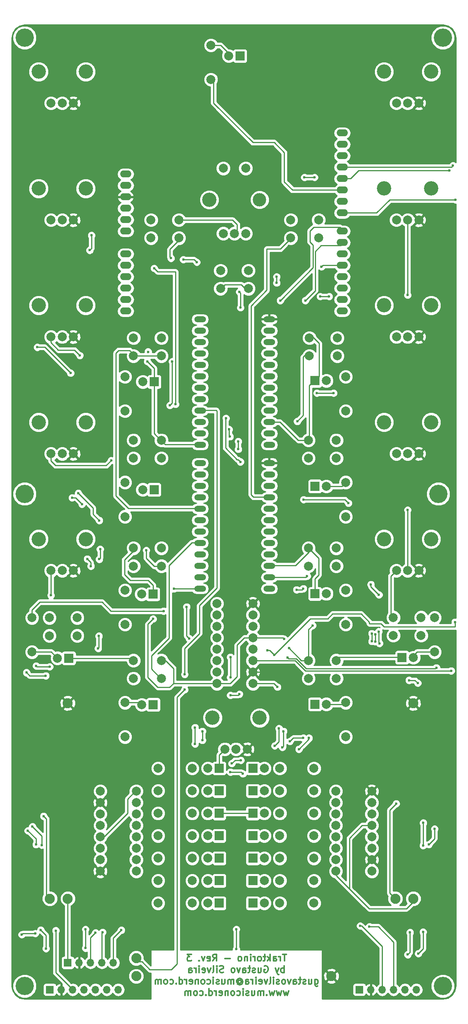
<source format=gbr>
G04 #@! TF.FileFunction,Copper,L2,Bot,Signal*
%FSLAX46Y46*%
G04 Gerber Fmt 4.6, Leading zero omitted, Abs format (unit mm)*
G04 Created by KiCad (PCBNEW 4.0.6) date Sunday, July 01, 2018 'PMt' 09:57:39 PM*
%MOMM*%
%LPD*%
G01*
G04 APERTURE LIST*
%ADD10C,0.100000*%
%ADD11C,0.300000*%
%ADD12C,1.998980*%
%ADD13C,3.200000*%
%ADD14C,4.064000*%
%ADD15R,2.000000X2.000000*%
%ADD16C,2.000000*%
%ADD17O,2.540000X1.524000*%
%ADD18C,2.247900*%
%ADD19O,2.641600X1.320800*%
%ADD20C,3.000000*%
%ADD21R,1.700000X1.700000*%
%ADD22O,1.700000X1.700000*%
%ADD23C,0.600000*%
%ADD24C,0.250000*%
%ADD25C,0.254000*%
G04 APERTURE END LIST*
D10*
D11*
X116752857Y-202123571D02*
X115895714Y-202123571D01*
X116324285Y-203623571D02*
X116324285Y-202123571D01*
X115395714Y-203623571D02*
X115395714Y-202623571D01*
X115395714Y-202909286D02*
X115324286Y-202766429D01*
X115252857Y-202695000D01*
X115110000Y-202623571D01*
X114967143Y-202623571D01*
X113824286Y-203623571D02*
X113824286Y-202837857D01*
X113895715Y-202695000D01*
X114038572Y-202623571D01*
X114324286Y-202623571D01*
X114467143Y-202695000D01*
X113824286Y-203552143D02*
X113967143Y-203623571D01*
X114324286Y-203623571D01*
X114467143Y-203552143D01*
X114538572Y-203409286D01*
X114538572Y-203266429D01*
X114467143Y-203123571D01*
X114324286Y-203052143D01*
X113967143Y-203052143D01*
X113824286Y-202980714D01*
X113110000Y-203623571D02*
X113110000Y-202123571D01*
X112967143Y-203052143D02*
X112538572Y-203623571D01*
X112538572Y-202623571D02*
X113110000Y-203195000D01*
X112110000Y-202623571D02*
X111538571Y-202623571D01*
X111895714Y-202123571D02*
X111895714Y-203409286D01*
X111824286Y-203552143D01*
X111681428Y-203623571D01*
X111538571Y-203623571D01*
X110824285Y-203623571D02*
X110967143Y-203552143D01*
X111038571Y-203480714D01*
X111110000Y-203337857D01*
X111110000Y-202909286D01*
X111038571Y-202766429D01*
X110967143Y-202695000D01*
X110824285Y-202623571D01*
X110610000Y-202623571D01*
X110467143Y-202695000D01*
X110395714Y-202766429D01*
X110324285Y-202909286D01*
X110324285Y-203337857D01*
X110395714Y-203480714D01*
X110467143Y-203552143D01*
X110610000Y-203623571D01*
X110824285Y-203623571D01*
X109681428Y-203623571D02*
X109681428Y-202623571D01*
X109681428Y-202909286D02*
X109610000Y-202766429D01*
X109538571Y-202695000D01*
X109395714Y-202623571D01*
X109252857Y-202623571D01*
X108752857Y-203623571D02*
X108752857Y-202623571D01*
X108752857Y-202123571D02*
X108824286Y-202195000D01*
X108752857Y-202266429D01*
X108681429Y-202195000D01*
X108752857Y-202123571D01*
X108752857Y-202266429D01*
X108038571Y-202623571D02*
X108038571Y-203623571D01*
X108038571Y-202766429D02*
X107967143Y-202695000D01*
X107824285Y-202623571D01*
X107610000Y-202623571D01*
X107467143Y-202695000D01*
X107395714Y-202837857D01*
X107395714Y-203623571D01*
X106467142Y-203623571D02*
X106610000Y-203552143D01*
X106681428Y-203480714D01*
X106752857Y-203337857D01*
X106752857Y-202909286D01*
X106681428Y-202766429D01*
X106610000Y-202695000D01*
X106467142Y-202623571D01*
X106252857Y-202623571D01*
X106110000Y-202695000D01*
X106038571Y-202766429D01*
X105967142Y-202909286D01*
X105967142Y-203337857D01*
X106038571Y-203480714D01*
X106110000Y-203552143D01*
X106252857Y-203623571D01*
X106467142Y-203623571D01*
X104181428Y-203052143D02*
X103038571Y-203052143D01*
X100324285Y-203623571D02*
X100824285Y-202909286D01*
X101181428Y-203623571D02*
X101181428Y-202123571D01*
X100610000Y-202123571D01*
X100467142Y-202195000D01*
X100395714Y-202266429D01*
X100324285Y-202409286D01*
X100324285Y-202623571D01*
X100395714Y-202766429D01*
X100467142Y-202837857D01*
X100610000Y-202909286D01*
X101181428Y-202909286D01*
X99110000Y-203552143D02*
X99252857Y-203623571D01*
X99538571Y-203623571D01*
X99681428Y-203552143D01*
X99752857Y-203409286D01*
X99752857Y-202837857D01*
X99681428Y-202695000D01*
X99538571Y-202623571D01*
X99252857Y-202623571D01*
X99110000Y-202695000D01*
X99038571Y-202837857D01*
X99038571Y-202980714D01*
X99752857Y-203123571D01*
X98538571Y-202623571D02*
X98181428Y-203623571D01*
X97824286Y-202623571D01*
X97252857Y-203480714D02*
X97181429Y-203552143D01*
X97252857Y-203623571D01*
X97324286Y-203552143D01*
X97252857Y-203480714D01*
X97252857Y-203623571D01*
X95538571Y-202123571D02*
X94610000Y-202123571D01*
X95110000Y-202695000D01*
X94895714Y-202695000D01*
X94752857Y-202766429D01*
X94681428Y-202837857D01*
X94610000Y-202980714D01*
X94610000Y-203337857D01*
X94681428Y-203480714D01*
X94752857Y-203552143D01*
X94895714Y-203623571D01*
X95324286Y-203623571D01*
X95467143Y-203552143D01*
X95538571Y-203480714D01*
X116217142Y-206173571D02*
X116217142Y-204673571D01*
X116217142Y-205245000D02*
X116074285Y-205173571D01*
X115788571Y-205173571D01*
X115645714Y-205245000D01*
X115574285Y-205316429D01*
X115502856Y-205459286D01*
X115502856Y-205887857D01*
X115574285Y-206030714D01*
X115645714Y-206102143D01*
X115788571Y-206173571D01*
X116074285Y-206173571D01*
X116217142Y-206102143D01*
X115002856Y-205173571D02*
X114645713Y-206173571D01*
X114288571Y-205173571D02*
X114645713Y-206173571D01*
X114788571Y-206530714D01*
X114859999Y-206602143D01*
X115002856Y-206673571D01*
X111788571Y-204745000D02*
X111931428Y-204673571D01*
X112145714Y-204673571D01*
X112359999Y-204745000D01*
X112502857Y-204887857D01*
X112574285Y-205030714D01*
X112645714Y-205316429D01*
X112645714Y-205530714D01*
X112574285Y-205816429D01*
X112502857Y-205959286D01*
X112359999Y-206102143D01*
X112145714Y-206173571D01*
X112002857Y-206173571D01*
X111788571Y-206102143D01*
X111717142Y-206030714D01*
X111717142Y-205530714D01*
X112002857Y-205530714D01*
X110431428Y-205173571D02*
X110431428Y-206173571D01*
X111074285Y-205173571D02*
X111074285Y-205959286D01*
X111002857Y-206102143D01*
X110859999Y-206173571D01*
X110645714Y-206173571D01*
X110502857Y-206102143D01*
X110431428Y-206030714D01*
X109788571Y-206102143D02*
X109645714Y-206173571D01*
X109359999Y-206173571D01*
X109217142Y-206102143D01*
X109145714Y-205959286D01*
X109145714Y-205887857D01*
X109217142Y-205745000D01*
X109359999Y-205673571D01*
X109574285Y-205673571D01*
X109717142Y-205602143D01*
X109788571Y-205459286D01*
X109788571Y-205387857D01*
X109717142Y-205245000D01*
X109574285Y-205173571D01*
X109359999Y-205173571D01*
X109217142Y-205245000D01*
X108717142Y-205173571D02*
X108145713Y-205173571D01*
X108502856Y-204673571D02*
X108502856Y-205959286D01*
X108431428Y-206102143D01*
X108288570Y-206173571D01*
X108145713Y-206173571D01*
X107002856Y-206173571D02*
X107002856Y-205387857D01*
X107074285Y-205245000D01*
X107217142Y-205173571D01*
X107502856Y-205173571D01*
X107645713Y-205245000D01*
X107002856Y-206102143D02*
X107145713Y-206173571D01*
X107502856Y-206173571D01*
X107645713Y-206102143D01*
X107717142Y-205959286D01*
X107717142Y-205816429D01*
X107645713Y-205673571D01*
X107502856Y-205602143D01*
X107145713Y-205602143D01*
X107002856Y-205530714D01*
X106431427Y-205173571D02*
X106074284Y-206173571D01*
X105717142Y-205173571D01*
X104931427Y-206173571D02*
X105074285Y-206102143D01*
X105145713Y-206030714D01*
X105217142Y-205887857D01*
X105217142Y-205459286D01*
X105145713Y-205316429D01*
X105074285Y-205245000D01*
X104931427Y-205173571D01*
X104717142Y-205173571D01*
X104574285Y-205245000D01*
X104502856Y-205316429D01*
X104431427Y-205459286D01*
X104431427Y-205887857D01*
X104502856Y-206030714D01*
X104574285Y-206102143D01*
X104717142Y-206173571D01*
X104931427Y-206173571D01*
X102717142Y-206102143D02*
X102502856Y-206173571D01*
X102145713Y-206173571D01*
X102002856Y-206102143D01*
X101931427Y-206030714D01*
X101859999Y-205887857D01*
X101859999Y-205745000D01*
X101931427Y-205602143D01*
X102002856Y-205530714D01*
X102145713Y-205459286D01*
X102431427Y-205387857D01*
X102574285Y-205316429D01*
X102645713Y-205245000D01*
X102717142Y-205102143D01*
X102717142Y-204959286D01*
X102645713Y-204816429D01*
X102574285Y-204745000D01*
X102431427Y-204673571D01*
X102074285Y-204673571D01*
X101859999Y-204745000D01*
X101217142Y-206173571D02*
X101217142Y-205173571D01*
X101217142Y-204673571D02*
X101288571Y-204745000D01*
X101217142Y-204816429D01*
X101145714Y-204745000D01*
X101217142Y-204673571D01*
X101217142Y-204816429D01*
X100288570Y-206173571D02*
X100431428Y-206102143D01*
X100502856Y-205959286D01*
X100502856Y-204673571D01*
X99859999Y-205173571D02*
X99502856Y-206173571D01*
X99145714Y-205173571D01*
X98002857Y-206102143D02*
X98145714Y-206173571D01*
X98431428Y-206173571D01*
X98574285Y-206102143D01*
X98645714Y-205959286D01*
X98645714Y-205387857D01*
X98574285Y-205245000D01*
X98431428Y-205173571D01*
X98145714Y-205173571D01*
X98002857Y-205245000D01*
X97931428Y-205387857D01*
X97931428Y-205530714D01*
X98645714Y-205673571D01*
X97288571Y-206173571D02*
X97288571Y-205173571D01*
X97288571Y-204673571D02*
X97360000Y-204745000D01*
X97288571Y-204816429D01*
X97217143Y-204745000D01*
X97288571Y-204673571D01*
X97288571Y-204816429D01*
X96574285Y-206173571D02*
X96574285Y-205173571D01*
X96574285Y-205459286D02*
X96502857Y-205316429D01*
X96431428Y-205245000D01*
X96288571Y-205173571D01*
X96145714Y-205173571D01*
X95002857Y-206173571D02*
X95002857Y-205387857D01*
X95074286Y-205245000D01*
X95217143Y-205173571D01*
X95502857Y-205173571D01*
X95645714Y-205245000D01*
X95002857Y-206102143D02*
X95145714Y-206173571D01*
X95502857Y-206173571D01*
X95645714Y-206102143D01*
X95717143Y-205959286D01*
X95717143Y-205816429D01*
X95645714Y-205673571D01*
X95502857Y-205602143D01*
X95145714Y-205602143D01*
X95002857Y-205530714D01*
X123074286Y-207723571D02*
X123074286Y-208937857D01*
X123145715Y-209080714D01*
X123217143Y-209152143D01*
X123360000Y-209223571D01*
X123574286Y-209223571D01*
X123717143Y-209152143D01*
X123074286Y-208652143D02*
X123217143Y-208723571D01*
X123502857Y-208723571D01*
X123645715Y-208652143D01*
X123717143Y-208580714D01*
X123788572Y-208437857D01*
X123788572Y-208009286D01*
X123717143Y-207866429D01*
X123645715Y-207795000D01*
X123502857Y-207723571D01*
X123217143Y-207723571D01*
X123074286Y-207795000D01*
X121717143Y-207723571D02*
X121717143Y-208723571D01*
X122360000Y-207723571D02*
X122360000Y-208509286D01*
X122288572Y-208652143D01*
X122145714Y-208723571D01*
X121931429Y-208723571D01*
X121788572Y-208652143D01*
X121717143Y-208580714D01*
X121074286Y-208652143D02*
X120931429Y-208723571D01*
X120645714Y-208723571D01*
X120502857Y-208652143D01*
X120431429Y-208509286D01*
X120431429Y-208437857D01*
X120502857Y-208295000D01*
X120645714Y-208223571D01*
X120860000Y-208223571D01*
X121002857Y-208152143D01*
X121074286Y-208009286D01*
X121074286Y-207937857D01*
X121002857Y-207795000D01*
X120860000Y-207723571D01*
X120645714Y-207723571D01*
X120502857Y-207795000D01*
X120002857Y-207723571D02*
X119431428Y-207723571D01*
X119788571Y-207223571D02*
X119788571Y-208509286D01*
X119717143Y-208652143D01*
X119574285Y-208723571D01*
X119431428Y-208723571D01*
X118288571Y-208723571D02*
X118288571Y-207937857D01*
X118360000Y-207795000D01*
X118502857Y-207723571D01*
X118788571Y-207723571D01*
X118931428Y-207795000D01*
X118288571Y-208652143D02*
X118431428Y-208723571D01*
X118788571Y-208723571D01*
X118931428Y-208652143D01*
X119002857Y-208509286D01*
X119002857Y-208366429D01*
X118931428Y-208223571D01*
X118788571Y-208152143D01*
X118431428Y-208152143D01*
X118288571Y-208080714D01*
X117717142Y-207723571D02*
X117359999Y-208723571D01*
X117002857Y-207723571D01*
X116217142Y-208723571D02*
X116360000Y-208652143D01*
X116431428Y-208580714D01*
X116502857Y-208437857D01*
X116502857Y-208009286D01*
X116431428Y-207866429D01*
X116360000Y-207795000D01*
X116217142Y-207723571D01*
X116002857Y-207723571D01*
X115860000Y-207795000D01*
X115788571Y-207866429D01*
X115717142Y-208009286D01*
X115717142Y-208437857D01*
X115788571Y-208580714D01*
X115860000Y-208652143D01*
X116002857Y-208723571D01*
X116217142Y-208723571D01*
X115145714Y-208652143D02*
X115002857Y-208723571D01*
X114717142Y-208723571D01*
X114574285Y-208652143D01*
X114502857Y-208509286D01*
X114502857Y-208437857D01*
X114574285Y-208295000D01*
X114717142Y-208223571D01*
X114931428Y-208223571D01*
X115074285Y-208152143D01*
X115145714Y-208009286D01*
X115145714Y-207937857D01*
X115074285Y-207795000D01*
X114931428Y-207723571D01*
X114717142Y-207723571D01*
X114574285Y-207795000D01*
X113859999Y-208723571D02*
X113859999Y-207723571D01*
X113859999Y-207223571D02*
X113931428Y-207295000D01*
X113859999Y-207366429D01*
X113788571Y-207295000D01*
X113859999Y-207223571D01*
X113859999Y-207366429D01*
X112931427Y-208723571D02*
X113074285Y-208652143D01*
X113145713Y-208509286D01*
X113145713Y-207223571D01*
X112502856Y-207723571D02*
X112145713Y-208723571D01*
X111788571Y-207723571D01*
X110645714Y-208652143D02*
X110788571Y-208723571D01*
X111074285Y-208723571D01*
X111217142Y-208652143D01*
X111288571Y-208509286D01*
X111288571Y-207937857D01*
X111217142Y-207795000D01*
X111074285Y-207723571D01*
X110788571Y-207723571D01*
X110645714Y-207795000D01*
X110574285Y-207937857D01*
X110574285Y-208080714D01*
X111288571Y-208223571D01*
X109931428Y-208723571D02*
X109931428Y-207723571D01*
X109931428Y-207223571D02*
X110002857Y-207295000D01*
X109931428Y-207366429D01*
X109860000Y-207295000D01*
X109931428Y-207223571D01*
X109931428Y-207366429D01*
X109217142Y-208723571D02*
X109217142Y-207723571D01*
X109217142Y-208009286D02*
X109145714Y-207866429D01*
X109074285Y-207795000D01*
X108931428Y-207723571D01*
X108788571Y-207723571D01*
X107645714Y-208723571D02*
X107645714Y-207937857D01*
X107717143Y-207795000D01*
X107860000Y-207723571D01*
X108145714Y-207723571D01*
X108288571Y-207795000D01*
X107645714Y-208652143D02*
X107788571Y-208723571D01*
X108145714Y-208723571D01*
X108288571Y-208652143D01*
X108360000Y-208509286D01*
X108360000Y-208366429D01*
X108288571Y-208223571D01*
X108145714Y-208152143D01*
X107788571Y-208152143D01*
X107645714Y-208080714D01*
X106002857Y-208009286D02*
X106074285Y-207937857D01*
X106217142Y-207866429D01*
X106360000Y-207866429D01*
X106502857Y-207937857D01*
X106574285Y-208009286D01*
X106645714Y-208152143D01*
X106645714Y-208295000D01*
X106574285Y-208437857D01*
X106502857Y-208509286D01*
X106360000Y-208580714D01*
X106217142Y-208580714D01*
X106074285Y-208509286D01*
X106002857Y-208437857D01*
X106002857Y-207866429D02*
X106002857Y-208437857D01*
X105931428Y-208509286D01*
X105860000Y-208509286D01*
X105717142Y-208437857D01*
X105645714Y-208295000D01*
X105645714Y-207937857D01*
X105788571Y-207723571D01*
X106002857Y-207580714D01*
X106288571Y-207509286D01*
X106574285Y-207580714D01*
X106788571Y-207723571D01*
X106931428Y-207937857D01*
X107002857Y-208223571D01*
X106931428Y-208509286D01*
X106788571Y-208723571D01*
X106574285Y-208866429D01*
X106288571Y-208937857D01*
X106002857Y-208866429D01*
X105788571Y-208723571D01*
X105002857Y-208723571D02*
X105002857Y-207723571D01*
X105002857Y-207866429D02*
X104931429Y-207795000D01*
X104788571Y-207723571D01*
X104574286Y-207723571D01*
X104431429Y-207795000D01*
X104360000Y-207937857D01*
X104360000Y-208723571D01*
X104360000Y-207937857D02*
X104288571Y-207795000D01*
X104145714Y-207723571D01*
X103931429Y-207723571D01*
X103788571Y-207795000D01*
X103717143Y-207937857D01*
X103717143Y-208723571D01*
X102360000Y-207723571D02*
X102360000Y-208723571D01*
X103002857Y-207723571D02*
X103002857Y-208509286D01*
X102931429Y-208652143D01*
X102788571Y-208723571D01*
X102574286Y-208723571D01*
X102431429Y-208652143D01*
X102360000Y-208580714D01*
X101717143Y-208652143D02*
X101574286Y-208723571D01*
X101288571Y-208723571D01*
X101145714Y-208652143D01*
X101074286Y-208509286D01*
X101074286Y-208437857D01*
X101145714Y-208295000D01*
X101288571Y-208223571D01*
X101502857Y-208223571D01*
X101645714Y-208152143D01*
X101717143Y-208009286D01*
X101717143Y-207937857D01*
X101645714Y-207795000D01*
X101502857Y-207723571D01*
X101288571Y-207723571D01*
X101145714Y-207795000D01*
X100431428Y-208723571D02*
X100431428Y-207723571D01*
X100431428Y-207223571D02*
X100502857Y-207295000D01*
X100431428Y-207366429D01*
X100360000Y-207295000D01*
X100431428Y-207223571D01*
X100431428Y-207366429D01*
X99074285Y-208652143D02*
X99217142Y-208723571D01*
X99502856Y-208723571D01*
X99645714Y-208652143D01*
X99717142Y-208580714D01*
X99788571Y-208437857D01*
X99788571Y-208009286D01*
X99717142Y-207866429D01*
X99645714Y-207795000D01*
X99502856Y-207723571D01*
X99217142Y-207723571D01*
X99074285Y-207795000D01*
X98217142Y-208723571D02*
X98360000Y-208652143D01*
X98431428Y-208580714D01*
X98502857Y-208437857D01*
X98502857Y-208009286D01*
X98431428Y-207866429D01*
X98360000Y-207795000D01*
X98217142Y-207723571D01*
X98002857Y-207723571D01*
X97860000Y-207795000D01*
X97788571Y-207866429D01*
X97717142Y-208009286D01*
X97717142Y-208437857D01*
X97788571Y-208580714D01*
X97860000Y-208652143D01*
X98002857Y-208723571D01*
X98217142Y-208723571D01*
X97074285Y-207723571D02*
X97074285Y-208723571D01*
X97074285Y-207866429D02*
X97002857Y-207795000D01*
X96859999Y-207723571D01*
X96645714Y-207723571D01*
X96502857Y-207795000D01*
X96431428Y-207937857D01*
X96431428Y-208723571D01*
X95145714Y-208652143D02*
X95288571Y-208723571D01*
X95574285Y-208723571D01*
X95717142Y-208652143D01*
X95788571Y-208509286D01*
X95788571Y-207937857D01*
X95717142Y-207795000D01*
X95574285Y-207723571D01*
X95288571Y-207723571D01*
X95145714Y-207795000D01*
X95074285Y-207937857D01*
X95074285Y-208080714D01*
X95788571Y-208223571D01*
X94431428Y-208723571D02*
X94431428Y-207723571D01*
X94431428Y-208009286D02*
X94360000Y-207866429D01*
X94288571Y-207795000D01*
X94145714Y-207723571D01*
X94002857Y-207723571D01*
X92860000Y-208723571D02*
X92860000Y-207223571D01*
X92860000Y-208652143D02*
X93002857Y-208723571D01*
X93288571Y-208723571D01*
X93431429Y-208652143D01*
X93502857Y-208580714D01*
X93574286Y-208437857D01*
X93574286Y-208009286D01*
X93502857Y-207866429D01*
X93431429Y-207795000D01*
X93288571Y-207723571D01*
X93002857Y-207723571D01*
X92860000Y-207795000D01*
X92145714Y-208580714D02*
X92074286Y-208652143D01*
X92145714Y-208723571D01*
X92217143Y-208652143D01*
X92145714Y-208580714D01*
X92145714Y-208723571D01*
X90788571Y-208652143D02*
X90931428Y-208723571D01*
X91217142Y-208723571D01*
X91360000Y-208652143D01*
X91431428Y-208580714D01*
X91502857Y-208437857D01*
X91502857Y-208009286D01*
X91431428Y-207866429D01*
X91360000Y-207795000D01*
X91217142Y-207723571D01*
X90931428Y-207723571D01*
X90788571Y-207795000D01*
X89931428Y-208723571D02*
X90074286Y-208652143D01*
X90145714Y-208580714D01*
X90217143Y-208437857D01*
X90217143Y-208009286D01*
X90145714Y-207866429D01*
X90074286Y-207795000D01*
X89931428Y-207723571D01*
X89717143Y-207723571D01*
X89574286Y-207795000D01*
X89502857Y-207866429D01*
X89431428Y-208009286D01*
X89431428Y-208437857D01*
X89502857Y-208580714D01*
X89574286Y-208652143D01*
X89717143Y-208723571D01*
X89931428Y-208723571D01*
X88788571Y-208723571D02*
X88788571Y-207723571D01*
X88788571Y-207866429D02*
X88717143Y-207795000D01*
X88574285Y-207723571D01*
X88360000Y-207723571D01*
X88217143Y-207795000D01*
X88145714Y-207937857D01*
X88145714Y-208723571D01*
X88145714Y-207937857D02*
X88074285Y-207795000D01*
X87931428Y-207723571D01*
X87717143Y-207723571D01*
X87574285Y-207795000D01*
X87502857Y-207937857D01*
X87502857Y-208723571D01*
X117217143Y-210273571D02*
X116931429Y-211273571D01*
X116645715Y-210559286D01*
X116360000Y-211273571D01*
X116074286Y-210273571D01*
X115645714Y-210273571D02*
X115360000Y-211273571D01*
X115074286Y-210559286D01*
X114788571Y-211273571D01*
X114502857Y-210273571D01*
X114074285Y-210273571D02*
X113788571Y-211273571D01*
X113502857Y-210559286D01*
X113217142Y-211273571D01*
X112931428Y-210273571D01*
X112359999Y-211130714D02*
X112288571Y-211202143D01*
X112359999Y-211273571D01*
X112431428Y-211202143D01*
X112359999Y-211130714D01*
X112359999Y-211273571D01*
X111645713Y-211273571D02*
X111645713Y-210273571D01*
X111645713Y-210416429D02*
X111574285Y-210345000D01*
X111431427Y-210273571D01*
X111217142Y-210273571D01*
X111074285Y-210345000D01*
X111002856Y-210487857D01*
X111002856Y-211273571D01*
X111002856Y-210487857D02*
X110931427Y-210345000D01*
X110788570Y-210273571D01*
X110574285Y-210273571D01*
X110431427Y-210345000D01*
X110359999Y-210487857D01*
X110359999Y-211273571D01*
X109002856Y-210273571D02*
X109002856Y-211273571D01*
X109645713Y-210273571D02*
X109645713Y-211059286D01*
X109574285Y-211202143D01*
X109431427Y-211273571D01*
X109217142Y-211273571D01*
X109074285Y-211202143D01*
X109002856Y-211130714D01*
X108359999Y-211202143D02*
X108217142Y-211273571D01*
X107931427Y-211273571D01*
X107788570Y-211202143D01*
X107717142Y-211059286D01*
X107717142Y-210987857D01*
X107788570Y-210845000D01*
X107931427Y-210773571D01*
X108145713Y-210773571D01*
X108288570Y-210702143D01*
X108359999Y-210559286D01*
X108359999Y-210487857D01*
X108288570Y-210345000D01*
X108145713Y-210273571D01*
X107931427Y-210273571D01*
X107788570Y-210345000D01*
X107074284Y-211273571D02*
X107074284Y-210273571D01*
X107074284Y-209773571D02*
X107145713Y-209845000D01*
X107074284Y-209916429D01*
X107002856Y-209845000D01*
X107074284Y-209773571D01*
X107074284Y-209916429D01*
X105717141Y-211202143D02*
X105859998Y-211273571D01*
X106145712Y-211273571D01*
X106288570Y-211202143D01*
X106359998Y-211130714D01*
X106431427Y-210987857D01*
X106431427Y-210559286D01*
X106359998Y-210416429D01*
X106288570Y-210345000D01*
X106145712Y-210273571D01*
X105859998Y-210273571D01*
X105717141Y-210345000D01*
X104859998Y-211273571D02*
X105002856Y-211202143D01*
X105074284Y-211130714D01*
X105145713Y-210987857D01*
X105145713Y-210559286D01*
X105074284Y-210416429D01*
X105002856Y-210345000D01*
X104859998Y-210273571D01*
X104645713Y-210273571D01*
X104502856Y-210345000D01*
X104431427Y-210416429D01*
X104359998Y-210559286D01*
X104359998Y-210987857D01*
X104431427Y-211130714D01*
X104502856Y-211202143D01*
X104645713Y-211273571D01*
X104859998Y-211273571D01*
X103717141Y-210273571D02*
X103717141Y-211273571D01*
X103717141Y-210416429D02*
X103645713Y-210345000D01*
X103502855Y-210273571D01*
X103288570Y-210273571D01*
X103145713Y-210345000D01*
X103074284Y-210487857D01*
X103074284Y-211273571D01*
X101788570Y-211202143D02*
X101931427Y-211273571D01*
X102217141Y-211273571D01*
X102359998Y-211202143D01*
X102431427Y-211059286D01*
X102431427Y-210487857D01*
X102359998Y-210345000D01*
X102217141Y-210273571D01*
X101931427Y-210273571D01*
X101788570Y-210345000D01*
X101717141Y-210487857D01*
X101717141Y-210630714D01*
X102431427Y-210773571D01*
X101074284Y-211273571D02*
X101074284Y-210273571D01*
X101074284Y-210559286D02*
X101002856Y-210416429D01*
X100931427Y-210345000D01*
X100788570Y-210273571D01*
X100645713Y-210273571D01*
X99502856Y-211273571D02*
X99502856Y-209773571D01*
X99502856Y-211202143D02*
X99645713Y-211273571D01*
X99931427Y-211273571D01*
X100074285Y-211202143D01*
X100145713Y-211130714D01*
X100217142Y-210987857D01*
X100217142Y-210559286D01*
X100145713Y-210416429D01*
X100074285Y-210345000D01*
X99931427Y-210273571D01*
X99645713Y-210273571D01*
X99502856Y-210345000D01*
X98788570Y-211130714D02*
X98717142Y-211202143D01*
X98788570Y-211273571D01*
X98859999Y-211202143D01*
X98788570Y-211130714D01*
X98788570Y-211273571D01*
X97431427Y-211202143D02*
X97574284Y-211273571D01*
X97859998Y-211273571D01*
X98002856Y-211202143D01*
X98074284Y-211130714D01*
X98145713Y-210987857D01*
X98145713Y-210559286D01*
X98074284Y-210416429D01*
X98002856Y-210345000D01*
X97859998Y-210273571D01*
X97574284Y-210273571D01*
X97431427Y-210345000D01*
X96574284Y-211273571D02*
X96717142Y-211202143D01*
X96788570Y-211130714D01*
X96859999Y-210987857D01*
X96859999Y-210559286D01*
X96788570Y-210416429D01*
X96717142Y-210345000D01*
X96574284Y-210273571D01*
X96359999Y-210273571D01*
X96217142Y-210345000D01*
X96145713Y-210416429D01*
X96074284Y-210559286D01*
X96074284Y-210987857D01*
X96145713Y-211130714D01*
X96217142Y-211202143D01*
X96359999Y-211273571D01*
X96574284Y-211273571D01*
X95431427Y-211273571D02*
X95431427Y-210273571D01*
X95431427Y-210416429D02*
X95359999Y-210345000D01*
X95217141Y-210273571D01*
X95002856Y-210273571D01*
X94859999Y-210345000D01*
X94788570Y-210487857D01*
X94788570Y-211273571D01*
X94788570Y-210487857D02*
X94717141Y-210345000D01*
X94574284Y-210273571D01*
X94359999Y-210273571D01*
X94217141Y-210345000D01*
X94145713Y-210487857D01*
X94145713Y-211273571D01*
D12*
X128050000Y-69000000D03*
X121850000Y-69000000D03*
X128050000Y-65000000D03*
X121850000Y-65000000D03*
X127850000Y-115750000D03*
X121650000Y-115750000D03*
X127850000Y-111750000D03*
X121650000Y-111750000D03*
D13*
X149000000Y-5750000D03*
D12*
X143750000Y-12750000D03*
X146250000Y-12750000D03*
X141250000Y-12750000D03*
D13*
X138500000Y-5750000D03*
D12*
X101240000Y-124110000D03*
X101240000Y-126650000D03*
X101240000Y-129190000D03*
X101240000Y-131730000D03*
X101240000Y-134270000D03*
X101240000Y-136810000D03*
X101240000Y-139350000D03*
X101240000Y-141890000D03*
X109260000Y-141890000D03*
X109260000Y-139350000D03*
X109260000Y-136810000D03*
X109260000Y-134270000D03*
X109260000Y-131730000D03*
X109260000Y-129190000D03*
X109260000Y-126650000D03*
X109260000Y-124110000D03*
D14*
X58400000Y-99700000D03*
X150600000Y-99700000D03*
X58400000Y-209200000D03*
X151600000Y-209200000D03*
X151600000Y1800000D03*
D15*
X68250000Y-136250000D03*
D16*
X65710000Y-136250000D03*
D15*
X87050000Y-146600000D03*
D16*
X84510000Y-146600000D03*
D15*
X87000000Y-122000000D03*
D16*
X84460000Y-122000000D03*
D15*
X87250000Y-98750000D03*
D16*
X84710000Y-98750000D03*
D15*
X87250000Y-74750000D03*
D16*
X84710000Y-74750000D03*
D15*
X106400000Y-2250000D03*
D16*
X103860000Y-2250000D03*
D15*
X142500000Y-136100000D03*
D16*
X145040000Y-136100000D03*
D15*
X123100000Y-146500000D03*
D16*
X125640000Y-146500000D03*
D15*
X123100000Y-121900000D03*
D16*
X125640000Y-121900000D03*
D15*
X123100000Y-98000000D03*
D16*
X125640000Y-98000000D03*
D15*
X123100000Y-74500000D03*
D16*
X125640000Y-74500000D03*
D12*
X60000000Y-127250000D03*
X60000000Y-134870000D03*
X80750000Y-153750000D03*
X80750000Y-146130000D03*
X80750000Y-128750000D03*
X80750000Y-121130000D03*
X80750000Y-104750000D03*
X80750000Y-97130000D03*
X80750000Y-81250000D03*
X80750000Y-73630000D03*
X99900000Y-7500000D03*
X99900000Y120000D03*
X149750000Y-127250000D03*
X149750000Y-134870000D03*
X129950000Y-153750000D03*
X129950000Y-146130000D03*
X129950000Y-128750000D03*
X129950000Y-121130000D03*
X129950000Y-104750000D03*
X129950000Y-97130000D03*
X129950000Y-81250000D03*
X129950000Y-73630000D03*
X95750000Y-190750000D03*
X88130000Y-190750000D03*
X95750000Y-185750000D03*
X88130000Y-185750000D03*
X95750000Y-180750000D03*
X88130000Y-180750000D03*
X95750000Y-175750000D03*
X88130000Y-175750000D03*
X95750000Y-170750000D03*
X88130000Y-170750000D03*
X95750000Y-165750000D03*
X88130000Y-165750000D03*
X95750000Y-160750000D03*
X88130000Y-160750000D03*
X115250000Y-190750000D03*
X122870000Y-190750000D03*
X115250000Y-185750000D03*
X122870000Y-185750000D03*
X115250000Y-180750000D03*
X122870000Y-180750000D03*
X115250000Y-175750000D03*
X122870000Y-175750000D03*
X115250000Y-170750000D03*
X122870000Y-170750000D03*
X115250000Y-165750000D03*
X122870000Y-165750000D03*
X115250000Y-160750000D03*
X122870000Y-160750000D03*
D17*
X80890000Y-59000000D03*
X80890000Y-56460000D03*
X80890000Y-53920000D03*
X80890000Y-46300000D03*
X80890000Y-48840000D03*
X80890000Y-51380000D03*
X80890000Y-41220000D03*
X80890000Y-38680000D03*
X80890000Y-36140000D03*
X80890000Y-31060000D03*
X80890000Y-28520000D03*
X129150000Y-59000000D03*
X129150000Y-56460000D03*
X129150000Y-53920000D03*
X129150000Y-51380000D03*
X129150000Y-48840000D03*
X129150000Y-46300000D03*
X129150000Y-43760000D03*
X129150000Y-41220000D03*
X129150000Y-37156000D03*
X129150000Y-34616000D03*
X129150000Y-32076000D03*
X129150000Y-29536000D03*
X129150000Y-26996000D03*
X129150000Y-24456000D03*
X129150000Y-21916000D03*
X129150000Y-19376000D03*
X80890000Y-33600000D03*
D15*
X101750000Y-190750000D03*
D16*
X99210000Y-190750000D03*
D15*
X101750000Y-185750000D03*
D16*
X99210000Y-185750000D03*
D15*
X101750000Y-180750000D03*
D16*
X99210000Y-180750000D03*
D15*
X101750000Y-175750000D03*
D16*
X99210000Y-175750000D03*
D15*
X101750000Y-170750000D03*
D16*
X99210000Y-170750000D03*
D15*
X101750000Y-165750000D03*
D16*
X99210000Y-165750000D03*
D15*
X101750000Y-160750000D03*
D16*
X99210000Y-160750000D03*
D15*
X109250000Y-190750000D03*
D16*
X111790000Y-190750000D03*
D15*
X109250000Y-185750000D03*
D16*
X111790000Y-185750000D03*
D15*
X109250000Y-180750000D03*
D16*
X111790000Y-180750000D03*
D15*
X109250000Y-175750000D03*
D16*
X111790000Y-175750000D03*
D15*
X109250000Y-170750000D03*
D16*
X111790000Y-170750000D03*
D15*
X109250000Y-165750000D03*
D16*
X111790000Y-165750000D03*
D15*
X109250000Y-160750000D03*
D16*
X111790000Y-160750000D03*
D14*
X58400000Y1800000D03*
D18*
X144998980Y-146252520D03*
X144998980Y-189747480D03*
X141001020Y-189747480D03*
X126747480Y-206998980D03*
X83252520Y-206998980D03*
X83252520Y-203001020D03*
X67998980Y-146252520D03*
X67998980Y-189747480D03*
X64001020Y-189747480D03*
D12*
X127740000Y-165860000D03*
X127740000Y-168400000D03*
X127740000Y-170940000D03*
X127740000Y-173480000D03*
X127740000Y-176020000D03*
X127740000Y-178560000D03*
X127740000Y-181100000D03*
X127740000Y-183640000D03*
X135760000Y-183640000D03*
X135760000Y-181100000D03*
X135760000Y-178560000D03*
X135760000Y-176020000D03*
X135760000Y-173480000D03*
X135760000Y-170940000D03*
X135760000Y-168400000D03*
X135760000Y-165860000D03*
X83260000Y-183640000D03*
X83260000Y-181100000D03*
X83260000Y-178560000D03*
X83260000Y-176020000D03*
X83260000Y-173480000D03*
X83260000Y-170940000D03*
X83260000Y-168400000D03*
X83260000Y-165860000D03*
X75240000Y-165860000D03*
X75240000Y-168400000D03*
X75240000Y-170940000D03*
X75240000Y-173480000D03*
X75240000Y-176020000D03*
X75240000Y-178560000D03*
X75240000Y-181100000D03*
X75240000Y-183640000D03*
D19*
X97480000Y-92830000D03*
X97480000Y-95370000D03*
X97480000Y-97910000D03*
X97480000Y-100450000D03*
X97480000Y-102990000D03*
X97480000Y-105530000D03*
X97480000Y-108070000D03*
X97480000Y-110610000D03*
X97480000Y-113150000D03*
X97480000Y-115690000D03*
X97480000Y-118230000D03*
X97480000Y-120770000D03*
X112920000Y-120770000D03*
X112920000Y-118230000D03*
X112920000Y-115690000D03*
X112920000Y-113150000D03*
X112920000Y-110610000D03*
X112920000Y-108070000D03*
X112920000Y-105530000D03*
X112920000Y-102990000D03*
X112920000Y-100450000D03*
X112920000Y-97910000D03*
X112920000Y-95370000D03*
X112920000Y-92830000D03*
X97480000Y-60830000D03*
X97480000Y-63370000D03*
X97480000Y-65910000D03*
X97480000Y-68450000D03*
X97480000Y-70990000D03*
X97480000Y-73530000D03*
X97480000Y-76070000D03*
X97480000Y-78610000D03*
X97480000Y-81150000D03*
X97480000Y-83690000D03*
X97480000Y-86230000D03*
X97480000Y-88770000D03*
X112920000Y-88770000D03*
X112920000Y-86230000D03*
X112920000Y-83690000D03*
X112920000Y-81150000D03*
X112920000Y-78610000D03*
X112920000Y-76070000D03*
X112920000Y-73530000D03*
X112920000Y-70990000D03*
X112920000Y-68450000D03*
X112920000Y-65910000D03*
X112920000Y-63370000D03*
X112920000Y-60830000D03*
D13*
X72000000Y-5750000D03*
D12*
X66750000Y-12750000D03*
X69250000Y-12750000D03*
X64250000Y-12750000D03*
D13*
X61500000Y-5750000D03*
X72000000Y-31750000D03*
D12*
X66750000Y-38750000D03*
X69250000Y-38750000D03*
X64250000Y-38750000D03*
D13*
X61500000Y-31750000D03*
X72000000Y-57750000D03*
D12*
X66750000Y-64750000D03*
X69250000Y-64750000D03*
X64250000Y-64750000D03*
D13*
X61500000Y-57750000D03*
X72000000Y-83750000D03*
D12*
X66750000Y-90750000D03*
X69250000Y-90750000D03*
X64250000Y-90750000D03*
D13*
X61500000Y-83750000D03*
X72000000Y-109750000D03*
D12*
X66750000Y-116750000D03*
X69250000Y-116750000D03*
X64250000Y-116750000D03*
D13*
X61500000Y-109750000D03*
X110750000Y-149500000D03*
D12*
X105500000Y-156500000D03*
X108000000Y-156500000D03*
X103000000Y-156500000D03*
D13*
X100250000Y-149500000D03*
X149000000Y-109750000D03*
D12*
X143750000Y-116750000D03*
X146250000Y-116750000D03*
X141250000Y-116750000D03*
D13*
X138500000Y-109750000D03*
X149000000Y-83750000D03*
D12*
X143750000Y-90750000D03*
X146250000Y-90750000D03*
X141250000Y-90750000D03*
D13*
X138500000Y-83750000D03*
X149000000Y-57750000D03*
D12*
X143750000Y-64750000D03*
X146250000Y-64750000D03*
X141250000Y-64750000D03*
D13*
X138500000Y-57750000D03*
X149000000Y-31750000D03*
D12*
X143750000Y-38750000D03*
X146250000Y-38750000D03*
X141250000Y-38750000D03*
D13*
X138500000Y-31750000D03*
D12*
X92750000Y-42750000D03*
X86550000Y-42750000D03*
X92750000Y-38750000D03*
X86550000Y-38750000D03*
X108250000Y-54000000D03*
X102050000Y-54000000D03*
X108250000Y-50000000D03*
X102050000Y-50000000D03*
X123900000Y-42750000D03*
X117700000Y-42750000D03*
X123900000Y-38750000D03*
X117700000Y-38750000D03*
X88850000Y-69000000D03*
X82650000Y-69000000D03*
X88850000Y-65000000D03*
X82650000Y-65000000D03*
X88850000Y-91750000D03*
X82650000Y-91750000D03*
X88850000Y-87750000D03*
X82650000Y-87750000D03*
X88850000Y-115750000D03*
X82650000Y-115750000D03*
X88850000Y-111750000D03*
X82650000Y-111750000D03*
X88850000Y-140750000D03*
X82650000Y-140750000D03*
X88850000Y-136750000D03*
X82650000Y-136750000D03*
X70100000Y-131250000D03*
X63900000Y-131250000D03*
X70100000Y-127250000D03*
X63900000Y-127250000D03*
X127850000Y-140750000D03*
X121650000Y-140750000D03*
X127850000Y-136750000D03*
X121650000Y-136750000D03*
X146750000Y-131200000D03*
X140550000Y-131200000D03*
X146750000Y-127200000D03*
X140550000Y-127200000D03*
X127850000Y-91750000D03*
X121650000Y-91750000D03*
X127850000Y-87750000D03*
X121650000Y-87750000D03*
X102650000Y-27250000D03*
X102650000Y-41750000D03*
X105150000Y-41750000D03*
X107650000Y-41750000D03*
X107650000Y-27250000D03*
D20*
X110750000Y-34250000D03*
D13*
X99550000Y-34250000D03*
D21*
X64000000Y-210000000D03*
D22*
X66540000Y-210000000D03*
X69080000Y-210000000D03*
X71620000Y-210000000D03*
X74160000Y-210000000D03*
X76700000Y-210000000D03*
X79240000Y-210000000D03*
D21*
X133000000Y-210000000D03*
D22*
X135540000Y-210000000D03*
X138080000Y-210000000D03*
X140620000Y-210000000D03*
X143160000Y-210000000D03*
X145700000Y-210000000D03*
D21*
X68000000Y-204000000D03*
D22*
X70540000Y-204000000D03*
X73080000Y-204000000D03*
X75620000Y-204000000D03*
X78160000Y-204000000D03*
D23*
X70690000Y-68900000D03*
X85880000Y-68080000D03*
X85730000Y-70220000D03*
X91660000Y-120820000D03*
X117310000Y-134000000D03*
X116240000Y-131980000D03*
X122540000Y-128970000D03*
X77670000Y-92260000D03*
X87000000Y-127500000D03*
X64250000Y-122250000D03*
X98000000Y-154500000D03*
X98000000Y-152500000D03*
X63950000Y-138150000D03*
X60950000Y-137950000D03*
X68950000Y-100550000D03*
X71150000Y-101950000D03*
X136550000Y-130950000D03*
X136550000Y-132550000D03*
X72350000Y-114150000D03*
X73150000Y-115750000D03*
X60750000Y-197500000D03*
X57750000Y-197750000D03*
X119500000Y-156500000D03*
X121750000Y-154000000D03*
X135750000Y-130750000D03*
X135750000Y-132500000D03*
X104250000Y-140500000D03*
X104250000Y-136000000D03*
X120500000Y-154000000D03*
X117500000Y-154750000D03*
X89350000Y-125750000D03*
X85500000Y-112250000D03*
X119000000Y-121000000D03*
X120500000Y-120750000D03*
X90750000Y-80000000D03*
X91250000Y-70250000D03*
X91000000Y-47250000D03*
X119150000Y-83550000D03*
X120750000Y-29250000D03*
X123000000Y-29250000D03*
X106500000Y-58250000D03*
X106250000Y-54750000D03*
X141200000Y-168600000D03*
X130550000Y-101750000D03*
X120550000Y-100950000D03*
X62600000Y-171400000D03*
X143750000Y-103250000D03*
X127250000Y-77250000D03*
X123500000Y-77250000D03*
X143750000Y-55450000D03*
X114440000Y-140540000D03*
X103250000Y-82850000D03*
X106450000Y-92550000D03*
X105550000Y-196550000D03*
X105550000Y-200950000D03*
X94050000Y-143250000D03*
X94050000Y-139850000D03*
X92000000Y-79750000D03*
X87250000Y-49500000D03*
X94500000Y-124820000D03*
X95030000Y-131840000D03*
X96370000Y-151660000D03*
X96370000Y-155310000D03*
X104240000Y-161580000D03*
X107020000Y-161960000D03*
X133160000Y-195790000D03*
X124550000Y-49150000D03*
X114550000Y-52750000D03*
X114550000Y-51350000D03*
X103950000Y-85350000D03*
X104150000Y-86950000D03*
X116090000Y-152510000D03*
X115820000Y-156100000D03*
X135230000Y-195970000D03*
X126250000Y-55750000D03*
X124250000Y-55750000D03*
X116970000Y-136090000D03*
X150150000Y-138360000D03*
X149760000Y-174230000D03*
X148470000Y-177700000D03*
X147190000Y-197150000D03*
X146130000Y-201960000D03*
X115350000Y-56650000D03*
X121350000Y-117970000D03*
X135570000Y-119840000D03*
X137350000Y-122150000D03*
X137300000Y-130310000D03*
X137460000Y-132940000D03*
X144060000Y-141150000D03*
X146010000Y-141770000D03*
X147240000Y-172890000D03*
X147190000Y-177920000D03*
X144280000Y-197270000D03*
X143780000Y-202190000D03*
X120950000Y-56650000D03*
X106000000Y-88000000D03*
X106000000Y-89750000D03*
X75750000Y-197200000D03*
X114000000Y-135500000D03*
X154300000Y-128200000D03*
X154450000Y-34250000D03*
X112500000Y-134500000D03*
X93750000Y-47550000D03*
X96750000Y-48150000D03*
X153050000Y-27750000D03*
X71950000Y-196550000D03*
X71950000Y-200750000D03*
X74180000Y-197340000D03*
X153450000Y-139050000D03*
X153850000Y-26650000D03*
X104250000Y-144500000D03*
X106250000Y-144250000D03*
X62220000Y-177810000D03*
X65320000Y-196860000D03*
X73280000Y-42160000D03*
X72900000Y-45470000D03*
X61210000Y-67060000D03*
X68630000Y-72810000D03*
X70350000Y-99520000D03*
X75020000Y-105590000D03*
X75210000Y-111980000D03*
X75020000Y-114220000D03*
X74940000Y-131320000D03*
X74770000Y-134060000D03*
X63090000Y-140150000D03*
X58790000Y-139450000D03*
X60120000Y-173700000D03*
X63140000Y-200840000D03*
X61970000Y-196710000D03*
X60910000Y-177700000D03*
X59120000Y-174630000D03*
X114720000Y-142660000D03*
X115060000Y-151880000D03*
X114110000Y-155740000D03*
X106570000Y-158950000D03*
X104550000Y-159680000D03*
X79940000Y-196750000D03*
D24*
X64250000Y-66040000D02*
X64250000Y-64750000D01*
X65880000Y-67670000D02*
X64250000Y-66040000D01*
X69460000Y-67670000D02*
X65880000Y-67670000D01*
X70690000Y-68900000D02*
X69460000Y-67670000D01*
X101750000Y-160750000D02*
X101750000Y-157750000D01*
X101750000Y-157750000D02*
X103000000Y-156500000D01*
X87250000Y-74750000D02*
X87250000Y-71740000D01*
X87250000Y-71740000D02*
X85730000Y-70220000D01*
X97480000Y-120770000D02*
X91710000Y-120770000D01*
X91710000Y-120770000D02*
X91660000Y-120820000D01*
X109260000Y-131730000D02*
X115990000Y-131730000D01*
X120060000Y-136750000D02*
X121650000Y-136750000D01*
X117310000Y-134000000D02*
X120060000Y-136750000D01*
X115990000Y-131730000D02*
X116240000Y-131980000D01*
X101750000Y-170750000D02*
X109250000Y-170750000D01*
X123100000Y-121900000D02*
X123100000Y-118580000D01*
X123940000Y-114040000D02*
X121650000Y-111750000D01*
X123940000Y-117740000D02*
X123940000Y-114040000D01*
X123100000Y-118580000D02*
X123940000Y-117740000D01*
X121650000Y-136750000D02*
X121650000Y-129860000D01*
X121650000Y-129860000D02*
X122540000Y-128970000D01*
X68250000Y-136250000D02*
X82150000Y-136250000D01*
X82150000Y-136250000D02*
X82650000Y-136750000D01*
X68000000Y-204000000D02*
X68000000Y-189748500D01*
X68000000Y-189748500D02*
X67998980Y-189747480D01*
X77670000Y-92260000D02*
X76550000Y-93380000D01*
X76550000Y-93380000D02*
X65280000Y-93380000D01*
X65280000Y-93380000D02*
X64250000Y-92350000D01*
X64250000Y-92350000D02*
X64250000Y-90750000D01*
X140000000Y-126000000D02*
X140000000Y-126550000D01*
X140000000Y-126000000D02*
X140000000Y-119000000D01*
X141250000Y-116750000D02*
X140000000Y-118000000D01*
X140000000Y-119000000D02*
X140000000Y-118000000D01*
X140000000Y-126550000D02*
X140650000Y-127200000D01*
X141000000Y-136000000D02*
X142150000Y-136000000D01*
X90680000Y-142700000D02*
X91550000Y-141830000D01*
X88050000Y-142700000D02*
X90680000Y-142700000D01*
X85850000Y-140500000D02*
X88050000Y-142700000D01*
X85850000Y-128650000D02*
X85850000Y-140500000D01*
X87000000Y-127500000D02*
X85850000Y-128650000D01*
X88875000Y-136875000D02*
X88750000Y-136750000D01*
X88875000Y-136875000D02*
X89875000Y-136875000D01*
X91550000Y-138550000D02*
X89875000Y-136875000D01*
X91550000Y-141830000D02*
X91550000Y-138550000D01*
X91610000Y-141890000D02*
X91550000Y-141830000D01*
X91610000Y-141890000D02*
X101440000Y-141890000D01*
X134150000Y-190950000D02*
X135200000Y-192000000D01*
X135200000Y-192000000D02*
X143500000Y-192000000D01*
X143500000Y-192000000D02*
X145250000Y-190250000D01*
X130750000Y-187550000D02*
X134150000Y-190950000D01*
X129500000Y-136000000D02*
X128500000Y-136000000D01*
X141250000Y-136000000D02*
X141000000Y-136000000D01*
X141000000Y-136000000D02*
X129500000Y-136000000D01*
X128500000Y-136000000D02*
X127750000Y-136750000D01*
X123100000Y-74500000D02*
X122900000Y-74500000D01*
X122900000Y-74500000D02*
X121800000Y-75600000D01*
X121800000Y-75600000D02*
X121800000Y-87700000D01*
X121800000Y-87700000D02*
X121750000Y-87750000D01*
X121950000Y-64750000D02*
X122550000Y-64750000D01*
X122550000Y-64750000D02*
X124000000Y-66200000D01*
X124000000Y-66200000D02*
X124000000Y-73600000D01*
X124000000Y-73600000D02*
X123100000Y-74500000D01*
X121750000Y-87750000D02*
X119350000Y-87750000D01*
X119350000Y-87750000D02*
X115290000Y-83690000D01*
X122300000Y-87200000D02*
X121750000Y-87750000D01*
X121750000Y-111750000D02*
X121750000Y-112650000D01*
X121750000Y-112650000D02*
X118760000Y-115640000D01*
X88875000Y-136875000D02*
X88750000Y-136750000D01*
X85450000Y-118950000D02*
X85950000Y-118950000D01*
X81950000Y-118950000D02*
X85450000Y-118950000D01*
X80650000Y-117650000D02*
X81950000Y-118950000D01*
X80650000Y-114350000D02*
X80650000Y-117650000D01*
X82750000Y-112250000D02*
X80650000Y-114350000D01*
X87000000Y-120000000D02*
X87000000Y-122000000D01*
X85950000Y-118950000D02*
X87000000Y-120000000D01*
X82750000Y-111750000D02*
X82750000Y-112250000D01*
X64250000Y-116750000D02*
X64250000Y-122250000D01*
X101440000Y-141890000D02*
X104210000Y-141890000D01*
X104210000Y-141890000D02*
X105750000Y-140350000D01*
X105750000Y-140350000D02*
X105750000Y-133350000D01*
X105750000Y-133350000D02*
X107370000Y-131730000D01*
X107370000Y-131730000D02*
X109060000Y-131730000D01*
X87250000Y-74750000D02*
X87250000Y-86250000D01*
X87250000Y-86250000D02*
X88750000Y-87750000D01*
X97130000Y-88720000D02*
X89720000Y-88720000D01*
X89720000Y-88720000D02*
X88750000Y-87750000D01*
X105750000Y-41750000D02*
X105750000Y-39750000D01*
X105750000Y-39750000D02*
X104750000Y-38750000D01*
X104750000Y-38750000D02*
X93250000Y-38750000D01*
X130750000Y-187550000D02*
X130750000Y-187350000D01*
X130750000Y-176350000D02*
X130750000Y-187350000D01*
X75440000Y-176020000D02*
X76080000Y-176020000D01*
X76080000Y-176020000D02*
X81350000Y-170750000D01*
X81350000Y-170750000D02*
X81350000Y-167570000D01*
X81350000Y-167570000D02*
X83060000Y-165860000D01*
X127940000Y-183640000D02*
X127940000Y-184740000D01*
X127940000Y-184740000D02*
X130750000Y-187550000D01*
X98000000Y-152500000D02*
X98000000Y-154500000D01*
X133620000Y-173480000D02*
X130750000Y-176350000D01*
X115290000Y-83690000D02*
X112820000Y-83690000D01*
X118760000Y-115640000D02*
X113370000Y-115640000D01*
X133620000Y-173480000D02*
X135560000Y-173480000D01*
X100500000Y-8100000D02*
X100500000Y-12750000D01*
X100500000Y-12750000D02*
X109250000Y-21500000D01*
X109250000Y-21500000D02*
X114000000Y-21500000D01*
X114000000Y-21500000D02*
X116250000Y-23750000D01*
X116250000Y-23750000D02*
X116250000Y-30250000D01*
X116250000Y-30250000D02*
X118076000Y-32076000D01*
X118076000Y-32076000D02*
X129550000Y-32076000D01*
X100500000Y-8100000D02*
X99900000Y-7500000D01*
X61150000Y-138150000D02*
X63950000Y-138150000D01*
X60950000Y-137950000D02*
X61150000Y-138150000D01*
X69750000Y-100550000D02*
X68950000Y-100550000D01*
X71150000Y-101950000D02*
X69750000Y-100550000D01*
X136550000Y-130950000D02*
X136550000Y-132550000D01*
X72350000Y-114150000D02*
X73150000Y-114950000D01*
X73150000Y-114950000D02*
X73150000Y-115750000D01*
X58000000Y-197500000D02*
X60750000Y-197500000D01*
X57750000Y-197750000D02*
X58000000Y-197500000D01*
X119500000Y-156500000D02*
X121750000Y-154250000D01*
X121750000Y-154250000D02*
X121750000Y-154000000D01*
X135750000Y-132500000D02*
X135750000Y-130750000D01*
X104250000Y-140500000D02*
X104250000Y-136000000D01*
X118250000Y-154000000D02*
X120500000Y-154000000D01*
X117500000Y-154750000D02*
X118250000Y-154000000D01*
X60000000Y-127250000D02*
X60000000Y-125500000D01*
X77650000Y-125750000D02*
X89350000Y-125750000D01*
X75650000Y-123750000D02*
X77650000Y-125750000D01*
X61750000Y-123750000D02*
X75650000Y-123750000D01*
X60000000Y-125500000D02*
X61750000Y-123750000D01*
X87250000Y-115750000D02*
X88750000Y-115750000D01*
X85500000Y-114000000D02*
X87250000Y-115750000D01*
X85500000Y-112250000D02*
X85500000Y-114000000D01*
X120250000Y-121000000D02*
X119000000Y-121000000D01*
X120500000Y-120750000D02*
X120250000Y-121000000D01*
X86650000Y-138650000D02*
X88750000Y-140750000D01*
X86650000Y-137850000D02*
X86650000Y-138650000D01*
X98130000Y-110560000D02*
X95640000Y-110560000D01*
X86650000Y-135650000D02*
X86650000Y-137850000D01*
X90550000Y-131750000D02*
X86650000Y-135650000D01*
X90550000Y-115650000D02*
X90550000Y-131750000D01*
X95640000Y-110560000D02*
X90550000Y-115650000D01*
X88950000Y-140150000D02*
X89150000Y-140150000D01*
X115350000Y-45200000D02*
X117800000Y-42750000D01*
X112350000Y-45200000D02*
X115350000Y-45200000D01*
X109400000Y-100400000D02*
X108850000Y-99850000D01*
X108850000Y-99850000D02*
X108850000Y-57850000D01*
X108850000Y-57850000D02*
X112350000Y-54350000D01*
X113370000Y-100400000D02*
X109400000Y-100400000D01*
X112350000Y-54350000D02*
X112350000Y-45200000D01*
X117350000Y-42300000D02*
X117800000Y-42750000D01*
X90750000Y-80000000D02*
X91250000Y-79500000D01*
X91250000Y-79500000D02*
X91250000Y-70250000D01*
X91000000Y-47250000D02*
X90750000Y-47000000D01*
X90750000Y-47000000D02*
X90750000Y-45250000D01*
X90750000Y-45250000D02*
X93250000Y-42750000D01*
X121950000Y-68750000D02*
X121000000Y-68750000D01*
X120500000Y-69250000D02*
X120500000Y-82200000D01*
X120500000Y-82200000D02*
X119150000Y-83550000D01*
X121000000Y-68750000D02*
X120500000Y-69250000D01*
X82750000Y-69000000D02*
X88750000Y-69000000D01*
X80750000Y-67750000D02*
X81750000Y-67750000D01*
X81750000Y-67750000D02*
X82750000Y-68750000D01*
X80750000Y-67750000D02*
X79350000Y-67750000D01*
X81540000Y-102940000D02*
X97130000Y-102940000D01*
X78750000Y-100150000D02*
X81540000Y-102940000D01*
X78750000Y-68350000D02*
X78750000Y-100150000D01*
X79350000Y-67750000D02*
X78750000Y-68350000D01*
X123000000Y-29250000D02*
X120750000Y-29250000D01*
X106500000Y-55000000D02*
X106500000Y-58250000D01*
X106250000Y-54750000D02*
X106500000Y-55000000D01*
X139750000Y-170050000D02*
X139750000Y-187760000D01*
X141200000Y-168600000D02*
X139750000Y-170050000D01*
X139750000Y-188496460D02*
X141001020Y-189747480D01*
X139750000Y-187760000D02*
X139750000Y-188496460D01*
X130550000Y-101750000D02*
X129750000Y-100950000D01*
X129750000Y-100950000D02*
X120550000Y-100950000D01*
X63250000Y-188010000D02*
X63250000Y-188996460D01*
X63250000Y-188996460D02*
X64001020Y-189747480D01*
X62600000Y-171400000D02*
X63250000Y-172050000D01*
X63250000Y-172050000D02*
X63250000Y-188010000D01*
X143750000Y-116750000D02*
X143750000Y-115750000D01*
X143750000Y-103250000D02*
X143750000Y-115750000D01*
X123500000Y-77250000D02*
X127250000Y-77250000D01*
X143750000Y-40500000D02*
X143750000Y-38750000D01*
X143750000Y-55450000D02*
X143750000Y-40500000D01*
X113250000Y-139350000D02*
X109260000Y-139350000D01*
X114440000Y-140540000D02*
X113250000Y-139350000D01*
X108150000Y-54000000D02*
X107550000Y-54000000D01*
X107550000Y-54000000D02*
X106700000Y-53150000D01*
X106700000Y-53150000D02*
X103000000Y-53150000D01*
X103000000Y-53150000D02*
X102150000Y-54000000D01*
X105750000Y-92050000D02*
X105950000Y-92050000D01*
X103250000Y-82850000D02*
X103150000Y-82950000D01*
X103150000Y-82950000D02*
X103150000Y-89450000D01*
X103150000Y-89450000D02*
X105750000Y-92050000D01*
X105950000Y-92050000D02*
X106450000Y-92550000D01*
X111960000Y-97860000D02*
X113370000Y-97860000D01*
X105550000Y-196550000D02*
X105550000Y-200950000D01*
X86290000Y-205540000D02*
X91050000Y-205540000D01*
X91050000Y-205540000D02*
X92350000Y-204240000D01*
X84530000Y-203780000D02*
X84031500Y-203780000D01*
X84031500Y-203780000D02*
X83252520Y-203001020D01*
X86290000Y-205540000D02*
X84530000Y-203780000D01*
X101100000Y-81100000D02*
X101250000Y-81250000D01*
X92350000Y-144950000D02*
X92350000Y-204240000D01*
X101100000Y-81100000D02*
X98130000Y-81100000D01*
X94050000Y-143250000D02*
X92350000Y-144950000D01*
X94050000Y-134050000D02*
X94050000Y-139850000D01*
X97350000Y-130750000D02*
X94050000Y-134050000D01*
X97350000Y-124550000D02*
X97350000Y-130750000D01*
X101250000Y-120650000D02*
X97350000Y-124550000D01*
X101250000Y-81250000D02*
X101250000Y-120650000D01*
X92000000Y-50250000D02*
X88000000Y-50250000D01*
X92000000Y-79750000D02*
X92000000Y-50250000D01*
X88000000Y-50250000D02*
X87250000Y-49500000D01*
X138080000Y-210000000D02*
X138080000Y-200380000D01*
X94500000Y-131310000D02*
X94500000Y-124820000D01*
X95030000Y-131840000D02*
X94500000Y-131310000D01*
X96370000Y-155310000D02*
X96370000Y-151660000D01*
X106640000Y-161580000D02*
X104240000Y-161580000D01*
X107020000Y-161960000D02*
X106640000Y-161580000D01*
X133490000Y-195790000D02*
X133160000Y-195790000D01*
X138080000Y-200380000D02*
X133490000Y-195790000D01*
X126820000Y-48840000D02*
X129150000Y-48840000D01*
X124860000Y-48840000D02*
X126820000Y-48840000D01*
X126820000Y-48840000D02*
X129550000Y-48840000D01*
X124550000Y-49150000D02*
X124860000Y-48840000D01*
X114550000Y-51350000D02*
X114550000Y-52750000D01*
X103950000Y-86750000D02*
X103950000Y-85350000D01*
X104150000Y-86950000D02*
X103950000Y-86750000D01*
X140620000Y-210000000D02*
X140620000Y-199400000D01*
X116090000Y-155830000D02*
X116090000Y-152510000D01*
X115820000Y-156100000D02*
X116090000Y-155830000D01*
X137190000Y-195970000D02*
X135230000Y-195970000D01*
X140620000Y-199400000D02*
X137190000Y-195970000D01*
X124250000Y-55750000D02*
X126250000Y-55750000D01*
X117239998Y-136359998D02*
X116970000Y-136090000D01*
X118896396Y-136359998D02*
X117239998Y-136359998D01*
X121136396Y-138599998D02*
X118896396Y-136359998D01*
X149910002Y-138599998D02*
X121136396Y-138599998D01*
X150150000Y-138360000D02*
X149910002Y-138599998D01*
X149760000Y-176410000D02*
X149760000Y-174230000D01*
X148470000Y-177700000D02*
X149760000Y-176410000D01*
X147190000Y-200900000D02*
X147190000Y-197150000D01*
X146130000Y-201960000D02*
X147190000Y-200900000D01*
X122650000Y-44700000D02*
X122650000Y-44310000D01*
X122820000Y-40350000D02*
X123950000Y-40350000D01*
X121990000Y-41180000D02*
X122820000Y-40350000D01*
X121990000Y-43650000D02*
X121990000Y-41180000D01*
X122650000Y-44310000D02*
X121990000Y-43650000D01*
X128680000Y-40350000D02*
X129550000Y-41220000D01*
X123950000Y-40350000D02*
X128680000Y-40350000D01*
X122650000Y-49350000D02*
X122650000Y-44700000D01*
X115350000Y-56650000D02*
X122650000Y-49350000D01*
X121090000Y-118230000D02*
X112920000Y-118230000D01*
X121350000Y-117970000D02*
X121090000Y-118230000D01*
X135570000Y-120370000D02*
X135570000Y-119840000D01*
X137350000Y-122150000D02*
X135570000Y-120370000D01*
X137300000Y-132780000D02*
X137300000Y-130310000D01*
X137460000Y-132940000D02*
X137300000Y-132780000D01*
X145390000Y-141150000D02*
X144060000Y-141150000D01*
X146010000Y-141770000D02*
X145390000Y-141150000D01*
X147240000Y-177870000D02*
X147240000Y-172890000D01*
X147190000Y-177920000D02*
X147240000Y-177870000D01*
X144280000Y-201690000D02*
X144280000Y-197270000D01*
X143780000Y-202190000D02*
X144280000Y-201690000D01*
X123150000Y-46350000D02*
X123150000Y-45750000D01*
X123150000Y-45750000D02*
X124450000Y-44450000D01*
X124450000Y-44450000D02*
X128860000Y-44450000D01*
X128860000Y-44450000D02*
X129550000Y-43760000D01*
X123150000Y-54450000D02*
X123150000Y-46350000D01*
X120950000Y-56650000D02*
X123150000Y-54450000D01*
X123150000Y-46350000D02*
X123150000Y-46150000D01*
X106000000Y-89750000D02*
X106000000Y-88000000D01*
X75620000Y-204000000D02*
X75620000Y-197330000D01*
X75620000Y-197330000D02*
X75750000Y-197200000D01*
X154300000Y-128200000D02*
X154300000Y-129250000D01*
X154300000Y-129250000D02*
X154300000Y-129200000D01*
X154300000Y-129200000D02*
X154300000Y-129250000D01*
X122050000Y-127450000D02*
X125950000Y-127450000D01*
X135200000Y-128200000D02*
X135200000Y-128550000D01*
X133400000Y-126400000D02*
X135200000Y-128200000D01*
X127000000Y-126400000D02*
X133400000Y-126400000D01*
X125950000Y-127450000D02*
X127000000Y-126400000D01*
X137750000Y-128550000D02*
X137800000Y-128550000D01*
X137750000Y-128550000D02*
X135200000Y-128550000D01*
X137800000Y-128550000D02*
X138500000Y-129250000D01*
X138500000Y-129250000D02*
X154300000Y-129250000D01*
X122050000Y-127450000D02*
X114000000Y-135500000D01*
X136844000Y-37156000D02*
X139750000Y-34250000D01*
X139750000Y-34250000D02*
X154450000Y-34250000D01*
X129550000Y-37156000D02*
X136844000Y-37156000D01*
X113000000Y-134500000D02*
X112500000Y-134500000D01*
X114000000Y-135500000D02*
X113000000Y-134500000D01*
X96150000Y-47550000D02*
X93750000Y-47550000D01*
X96750000Y-48150000D02*
X96150000Y-47550000D01*
X60000000Y-134870000D02*
X64330000Y-134870000D01*
X64330000Y-134870000D02*
X65710000Y-136250000D01*
X80750000Y-146130000D02*
X83840000Y-146130000D01*
X83840000Y-146130000D02*
X84460000Y-146750000D01*
X100500000Y120000D02*
X102090000Y120000D01*
X102090000Y120000D02*
X104460000Y-2250000D01*
X146200000Y-134870000D02*
X145820000Y-134870000D01*
X145820000Y-134870000D02*
X144690000Y-136000000D01*
X149750000Y-134870000D02*
X146200000Y-134870000D01*
X125640000Y-146500000D02*
X129580000Y-146500000D01*
X129580000Y-146500000D02*
X129950000Y-146130000D01*
X125640000Y-98000000D02*
X129080000Y-98000000D01*
X129080000Y-98000000D02*
X129950000Y-97130000D01*
X131064000Y-29536000D02*
X129550000Y-29536000D01*
X132850000Y-27750000D02*
X131064000Y-29536000D01*
X153050000Y-27750000D02*
X132850000Y-27750000D01*
X71950000Y-196550000D02*
X71950000Y-200750000D01*
X73080000Y-204000000D02*
X73080000Y-198440000D01*
X73080000Y-198440000D02*
X74180000Y-197340000D01*
X109060000Y-136810000D02*
X118710000Y-136810000D01*
X120950000Y-139050000D02*
X127650000Y-139050000D01*
X118710000Y-136810000D02*
X120950000Y-139050000D01*
X127650000Y-139050000D02*
X153450000Y-139050000D01*
X153850000Y-26650000D02*
X153550000Y-26950000D01*
X153550000Y-26950000D02*
X129596000Y-26950000D01*
X129596000Y-26950000D02*
X129550000Y-26996000D01*
X106000000Y-144500000D02*
X104250000Y-144500000D01*
X106250000Y-144250000D02*
X106000000Y-144500000D01*
X62220000Y-177810000D02*
X62220000Y-175800000D01*
X65320000Y-206180000D02*
X65320000Y-196860000D01*
X69080000Y-209940000D02*
X65320000Y-206180000D01*
X73280000Y-45090000D02*
X73280000Y-42160000D01*
X72900000Y-45470000D02*
X73280000Y-45090000D01*
X62880000Y-67060000D02*
X61210000Y-67060000D01*
X68630000Y-72810000D02*
X62880000Y-67060000D01*
X73650000Y-102820000D02*
X70350000Y-99520000D01*
X73650000Y-104220000D02*
X73650000Y-102820000D01*
X75020000Y-105590000D02*
X73650000Y-104220000D01*
X75210000Y-114030000D02*
X75210000Y-111980000D01*
X75020000Y-114220000D02*
X75210000Y-114030000D01*
X74940000Y-133890000D02*
X74940000Y-131320000D01*
X74770000Y-134060000D02*
X74940000Y-133890000D01*
X59490000Y-140150000D02*
X63090000Y-140150000D01*
X58790000Y-139450000D02*
X59490000Y-140150000D01*
X62220000Y-175800000D02*
X60120000Y-173700000D01*
X69080000Y-210000000D02*
X69080000Y-209940000D01*
X63140000Y-197880000D02*
X63140000Y-200840000D01*
X61970000Y-196710000D02*
X63140000Y-197880000D01*
X60910000Y-176420000D02*
X60910000Y-177700000D01*
X59120000Y-174630000D02*
X60910000Y-176420000D01*
X78160000Y-204000000D02*
X78160000Y-198530000D01*
X113950000Y-141890000D02*
X109260000Y-141890000D01*
X114720000Y-142660000D02*
X113950000Y-141890000D01*
X115060000Y-154790000D02*
X115060000Y-151880000D01*
X114110000Y-155740000D02*
X115060000Y-154790000D01*
X105280000Y-158950000D02*
X106570000Y-158950000D01*
X104550000Y-159680000D02*
X105280000Y-158950000D01*
X78160000Y-198530000D02*
X79940000Y-196750000D01*
D25*
G36*
X129025345Y-127363538D02*
X128565154Y-127822927D01*
X128315794Y-128423453D01*
X128315226Y-129073694D01*
X128563538Y-129674655D01*
X129022927Y-130134846D01*
X129623453Y-130384206D01*
X130273694Y-130384774D01*
X130874655Y-130136462D01*
X131334846Y-129677073D01*
X131584206Y-129076547D01*
X131584774Y-128426306D01*
X131336462Y-127825345D01*
X130877073Y-127365154D01*
X130383007Y-127160000D01*
X133085198Y-127160000D01*
X134440000Y-128514802D01*
X134440000Y-128550000D01*
X134497852Y-128840839D01*
X134662599Y-129087401D01*
X134909161Y-129252148D01*
X135200000Y-129310000D01*
X137485198Y-129310000D01*
X137595494Y-129420296D01*
X137486799Y-129375162D01*
X137114833Y-129374838D01*
X136771057Y-129516883D01*
X136507808Y-129779673D01*
X136410142Y-130014877D01*
X136364833Y-130014838D01*
X136345310Y-130022905D01*
X136280327Y-129957808D01*
X135936799Y-129815162D01*
X135564833Y-129814838D01*
X135221057Y-129956883D01*
X134957808Y-130219673D01*
X134815162Y-130563201D01*
X134814838Y-130935167D01*
X134956883Y-131278943D01*
X134990000Y-131312118D01*
X134990000Y-131937537D01*
X134957808Y-131969673D01*
X134815162Y-132313201D01*
X134814838Y-132685167D01*
X134956883Y-133028943D01*
X135219673Y-133292192D01*
X135563201Y-133434838D01*
X135935167Y-133435162D01*
X136089749Y-133371290D01*
X136363201Y-133484838D01*
X136683028Y-133485117D01*
X136929673Y-133732192D01*
X137273201Y-133874838D01*
X137645167Y-133875162D01*
X137988943Y-133733117D01*
X138252192Y-133470327D01*
X138394838Y-133126799D01*
X138395162Y-132754833D01*
X138253117Y-132411057D01*
X138060000Y-132217603D01*
X138060000Y-130872463D01*
X138092192Y-130840327D01*
X138234838Y-130496799D01*
X138235162Y-130124833D01*
X138146514Y-129910289D01*
X138209161Y-129952148D01*
X138500000Y-130010000D01*
X139428540Y-130010000D01*
X139165154Y-130272927D01*
X138915794Y-130873453D01*
X138915226Y-131523694D01*
X139163538Y-132124655D01*
X139622927Y-132584846D01*
X140223453Y-132834206D01*
X140873694Y-132834774D01*
X141474655Y-132586462D01*
X141934846Y-132127073D01*
X142184206Y-131526547D01*
X142184774Y-130876306D01*
X141936462Y-130275345D01*
X141671579Y-130010000D01*
X145628540Y-130010000D01*
X145365154Y-130272927D01*
X145115794Y-130873453D01*
X145115226Y-131523694D01*
X145363538Y-132124655D01*
X145822927Y-132584846D01*
X146423453Y-132834206D01*
X147073694Y-132834774D01*
X147674655Y-132586462D01*
X148134846Y-132127073D01*
X148384206Y-131526547D01*
X148384774Y-130876306D01*
X148136462Y-130275345D01*
X147871579Y-130010000D01*
X154300000Y-130010000D01*
X154490000Y-129972206D01*
X154490000Y-209130069D01*
X154257160Y-210300631D01*
X153633703Y-211233703D01*
X152700633Y-211857160D01*
X151530069Y-212090000D01*
X124709286Y-212090000D01*
X124709286Y-209150000D01*
X131502560Y-209150000D01*
X131502560Y-210850000D01*
X131546838Y-211085317D01*
X131685910Y-211301441D01*
X131898110Y-211446431D01*
X132150000Y-211497440D01*
X133850000Y-211497440D01*
X134085317Y-211453162D01*
X134301441Y-211314090D01*
X134446431Y-211101890D01*
X134468301Y-210993893D01*
X134773076Y-211271645D01*
X135183110Y-211441476D01*
X135413000Y-211320155D01*
X135413000Y-210127000D01*
X135393000Y-210127000D01*
X135393000Y-209873000D01*
X135413000Y-209873000D01*
X135413000Y-208679845D01*
X135183110Y-208558524D01*
X134773076Y-208728355D01*
X134470063Y-209004501D01*
X134453162Y-208914683D01*
X134314090Y-208698559D01*
X134101890Y-208553569D01*
X133850000Y-208502560D01*
X132150000Y-208502560D01*
X131914683Y-208546838D01*
X131698559Y-208685910D01*
X131553569Y-208898110D01*
X131502560Y-209150000D01*
X124709286Y-209150000D01*
X124709286Y-208241168D01*
X125684897Y-208241168D01*
X125798731Y-208520885D01*
X126453359Y-208768107D01*
X127152763Y-208745995D01*
X127696229Y-208520885D01*
X127810063Y-208241168D01*
X126747480Y-207178585D01*
X125684897Y-208241168D01*
X124709286Y-208241168D01*
X124709286Y-206704859D01*
X124978353Y-206704859D01*
X125000465Y-207404263D01*
X125225575Y-207947729D01*
X125505292Y-208061563D01*
X126567875Y-206998980D01*
X126927085Y-206998980D01*
X127989668Y-208061563D01*
X128269385Y-207947729D01*
X128516607Y-207293101D01*
X128494495Y-206593697D01*
X128269385Y-206050231D01*
X127989668Y-205936397D01*
X126927085Y-206998980D01*
X126567875Y-206998980D01*
X125505292Y-205936397D01*
X125225575Y-206050231D01*
X124978353Y-206704859D01*
X124709286Y-206704859D01*
X124709286Y-205756792D01*
X125684897Y-205756792D01*
X126747480Y-206819375D01*
X127810063Y-205756792D01*
X127696229Y-205477075D01*
X127041601Y-205229853D01*
X126342197Y-205251965D01*
X125798731Y-205477075D01*
X125684897Y-205756792D01*
X124709286Y-205756792D01*
X124709286Y-201110000D01*
X106484861Y-201110000D01*
X106485162Y-200764833D01*
X106343117Y-200421057D01*
X106310000Y-200387882D01*
X106310000Y-197112463D01*
X106342192Y-197080327D01*
X106484838Y-196736799D01*
X106485162Y-196364833D01*
X106343117Y-196021057D01*
X106297308Y-195975167D01*
X132224838Y-195975167D01*
X132366883Y-196318943D01*
X132629673Y-196582192D01*
X132973201Y-196724838D01*
X133345167Y-196725162D01*
X133348842Y-196723644D01*
X137320000Y-200694802D01*
X137320000Y-208727046D01*
X137029946Y-208920853D01*
X136802298Y-209261553D01*
X136735183Y-209118642D01*
X136306924Y-208728355D01*
X135896890Y-208558524D01*
X135667000Y-208679845D01*
X135667000Y-209873000D01*
X135687000Y-209873000D01*
X135687000Y-210127000D01*
X135667000Y-210127000D01*
X135667000Y-211320155D01*
X135896890Y-211441476D01*
X136306924Y-211271645D01*
X136735183Y-210881358D01*
X136802298Y-210738447D01*
X137029946Y-211079147D01*
X137511715Y-211401054D01*
X138080000Y-211514093D01*
X138648285Y-211401054D01*
X139130054Y-211079147D01*
X139350000Y-210749974D01*
X139569946Y-211079147D01*
X140051715Y-211401054D01*
X140620000Y-211514093D01*
X141188285Y-211401054D01*
X141670054Y-211079147D01*
X141890000Y-210749974D01*
X142109946Y-211079147D01*
X142591715Y-211401054D01*
X143160000Y-211514093D01*
X143728285Y-211401054D01*
X144210054Y-211079147D01*
X144430000Y-210749974D01*
X144649946Y-211079147D01*
X145131715Y-211401054D01*
X145700000Y-211514093D01*
X146268285Y-211401054D01*
X146750054Y-211079147D01*
X147071961Y-210597378D01*
X147185000Y-210029093D01*
X147185000Y-209970907D01*
X147136717Y-209728172D01*
X148932538Y-209728172D01*
X149337709Y-210708761D01*
X150087293Y-211459655D01*
X151067173Y-211866536D01*
X152128172Y-211867462D01*
X153108761Y-211462291D01*
X153859655Y-210712707D01*
X154266536Y-209732827D01*
X154267462Y-208671828D01*
X153862291Y-207691239D01*
X153112707Y-206940345D01*
X152132827Y-206533464D01*
X151071828Y-206532538D01*
X150091239Y-206937709D01*
X149340345Y-207687293D01*
X148933464Y-208667173D01*
X148932538Y-209728172D01*
X147136717Y-209728172D01*
X147071961Y-209402622D01*
X146750054Y-208920853D01*
X146268285Y-208598946D01*
X145700000Y-208485907D01*
X145131715Y-208598946D01*
X144649946Y-208920853D01*
X144430000Y-209250026D01*
X144210054Y-208920853D01*
X143728285Y-208598946D01*
X143160000Y-208485907D01*
X142591715Y-208598946D01*
X142109946Y-208920853D01*
X141890000Y-209250026D01*
X141670054Y-208920853D01*
X141380000Y-208727046D01*
X141380000Y-202375167D01*
X142844838Y-202375167D01*
X142986883Y-202718943D01*
X143249673Y-202982192D01*
X143593201Y-203124838D01*
X143965167Y-203125162D01*
X144308943Y-202983117D01*
X144572192Y-202720327D01*
X144714838Y-202376799D01*
X144714879Y-202329923D01*
X144817401Y-202227401D01*
X144872347Y-202145167D01*
X145194838Y-202145167D01*
X145336883Y-202488943D01*
X145599673Y-202752192D01*
X145943201Y-202894838D01*
X146315167Y-202895162D01*
X146658943Y-202753117D01*
X146922192Y-202490327D01*
X147064838Y-202146799D01*
X147064879Y-202099923D01*
X147727401Y-201437401D01*
X147892148Y-201190840D01*
X147950000Y-200900000D01*
X147950000Y-197712463D01*
X147982192Y-197680327D01*
X148124838Y-197336799D01*
X148125162Y-196964833D01*
X147983117Y-196621057D01*
X147720327Y-196357808D01*
X147376799Y-196215162D01*
X147004833Y-196214838D01*
X146661057Y-196356883D01*
X146397808Y-196619673D01*
X146255162Y-196963201D01*
X146254838Y-197335167D01*
X146396883Y-197678943D01*
X146430000Y-197712118D01*
X146430000Y-200585198D01*
X145990320Y-201024878D01*
X145944833Y-201024838D01*
X145601057Y-201166883D01*
X145337808Y-201429673D01*
X145195162Y-201773201D01*
X145194838Y-202145167D01*
X144872347Y-202145167D01*
X144982148Y-201980839D01*
X145040000Y-201690000D01*
X145040000Y-197832463D01*
X145072192Y-197800327D01*
X145214838Y-197456799D01*
X145215162Y-197084833D01*
X145073117Y-196741057D01*
X144810327Y-196477808D01*
X144466799Y-196335162D01*
X144094833Y-196334838D01*
X143751057Y-196476883D01*
X143487808Y-196739673D01*
X143345162Y-197083201D01*
X143344838Y-197455167D01*
X143486883Y-197798943D01*
X143520000Y-197832118D01*
X143520000Y-201285758D01*
X143251057Y-201396883D01*
X142987808Y-201659673D01*
X142845162Y-202003201D01*
X142844838Y-202375167D01*
X141380000Y-202375167D01*
X141380000Y-199400000D01*
X141322148Y-199109161D01*
X141157401Y-198862599D01*
X137727401Y-195432599D01*
X137480839Y-195267852D01*
X137190000Y-195210000D01*
X135792463Y-195210000D01*
X135760327Y-195177808D01*
X135416799Y-195035162D01*
X135044833Y-195034838D01*
X134701057Y-195176883D01*
X134437808Y-195439673D01*
X134372281Y-195597479D01*
X134027401Y-195252599D01*
X133780839Y-195087852D01*
X133780059Y-195087697D01*
X133690327Y-194997808D01*
X133346799Y-194855162D01*
X132974833Y-194854838D01*
X132631057Y-194996883D01*
X132367808Y-195259673D01*
X132225162Y-195603201D01*
X132224838Y-195975167D01*
X106297308Y-195975167D01*
X106080327Y-195757808D01*
X105736799Y-195615162D01*
X105364833Y-195614838D01*
X105021057Y-195756883D01*
X104757808Y-196019673D01*
X104615162Y-196363201D01*
X104614838Y-196735167D01*
X104756883Y-197078943D01*
X104790000Y-197112118D01*
X104790000Y-200387537D01*
X104757808Y-200419673D01*
X104615162Y-200763201D01*
X104614860Y-201110000D01*
X93110000Y-201110000D01*
X93110000Y-191073694D01*
X94115226Y-191073694D01*
X94363538Y-191674655D01*
X94822927Y-192134846D01*
X95423453Y-192384206D01*
X96073694Y-192384774D01*
X96674655Y-192136462D01*
X97134846Y-191677073D01*
X97384206Y-191076547D01*
X97384208Y-191073795D01*
X97574716Y-191073795D01*
X97823106Y-191674943D01*
X98282637Y-192135278D01*
X98883352Y-192384716D01*
X99533795Y-192385284D01*
X100134943Y-192136894D01*
X100201574Y-192070379D01*
X100285910Y-192201441D01*
X100498110Y-192346431D01*
X100750000Y-192397440D01*
X102750000Y-192397440D01*
X102985317Y-192353162D01*
X103201441Y-192214090D01*
X103346431Y-192001890D01*
X103397440Y-191750000D01*
X103397440Y-189750000D01*
X107602560Y-189750000D01*
X107602560Y-191750000D01*
X107646838Y-191985317D01*
X107785910Y-192201441D01*
X107998110Y-192346431D01*
X108250000Y-192397440D01*
X110250000Y-192397440D01*
X110485317Y-192353162D01*
X110701441Y-192214090D01*
X110798910Y-192071439D01*
X110862637Y-192135278D01*
X111463352Y-192384716D01*
X112113795Y-192385284D01*
X112714943Y-192136894D01*
X113175278Y-191677363D01*
X113424716Y-191076648D01*
X113424718Y-191073694D01*
X113615226Y-191073694D01*
X113863538Y-191674655D01*
X114322927Y-192134846D01*
X114923453Y-192384206D01*
X115573694Y-192384774D01*
X116174655Y-192136462D01*
X116634846Y-191677073D01*
X116884206Y-191076547D01*
X116884208Y-191073694D01*
X121235226Y-191073694D01*
X121483538Y-191674655D01*
X121942927Y-192134846D01*
X122543453Y-192384206D01*
X123193694Y-192384774D01*
X123794655Y-192136462D01*
X124254846Y-191677073D01*
X124504206Y-191076547D01*
X124504774Y-190426306D01*
X124256462Y-189825345D01*
X123797073Y-189365154D01*
X123196547Y-189115794D01*
X122546306Y-189115226D01*
X121945345Y-189363538D01*
X121485154Y-189822927D01*
X121235794Y-190423453D01*
X121235226Y-191073694D01*
X116884208Y-191073694D01*
X116884774Y-190426306D01*
X116636462Y-189825345D01*
X116177073Y-189365154D01*
X115576547Y-189115794D01*
X114926306Y-189115226D01*
X114325345Y-189363538D01*
X113865154Y-189822927D01*
X113615794Y-190423453D01*
X113615226Y-191073694D01*
X113424718Y-191073694D01*
X113425284Y-190426205D01*
X113176894Y-189825057D01*
X112717363Y-189364722D01*
X112116648Y-189115284D01*
X111466205Y-189114716D01*
X110865057Y-189363106D01*
X110798426Y-189429621D01*
X110714090Y-189298559D01*
X110501890Y-189153569D01*
X110250000Y-189102560D01*
X108250000Y-189102560D01*
X108014683Y-189146838D01*
X107798559Y-189285910D01*
X107653569Y-189498110D01*
X107602560Y-189750000D01*
X103397440Y-189750000D01*
X103353162Y-189514683D01*
X103214090Y-189298559D01*
X103001890Y-189153569D01*
X102750000Y-189102560D01*
X100750000Y-189102560D01*
X100514683Y-189146838D01*
X100298559Y-189285910D01*
X100201090Y-189428561D01*
X100137363Y-189364722D01*
X99536648Y-189115284D01*
X98886205Y-189114716D01*
X98285057Y-189363106D01*
X97824722Y-189822637D01*
X97575284Y-190423352D01*
X97574716Y-191073795D01*
X97384208Y-191073795D01*
X97384774Y-190426306D01*
X97136462Y-189825345D01*
X96677073Y-189365154D01*
X96076547Y-189115794D01*
X95426306Y-189115226D01*
X94825345Y-189363538D01*
X94365154Y-189822927D01*
X94115794Y-190423453D01*
X94115226Y-191073694D01*
X93110000Y-191073694D01*
X93110000Y-186073694D01*
X94115226Y-186073694D01*
X94363538Y-186674655D01*
X94822927Y-187134846D01*
X95423453Y-187384206D01*
X96073694Y-187384774D01*
X96674655Y-187136462D01*
X97134846Y-186677073D01*
X97384206Y-186076547D01*
X97384208Y-186073795D01*
X97574716Y-186073795D01*
X97823106Y-186674943D01*
X98282637Y-187135278D01*
X98883352Y-187384716D01*
X99533795Y-187385284D01*
X100134943Y-187136894D01*
X100201574Y-187070379D01*
X100285910Y-187201441D01*
X100498110Y-187346431D01*
X100750000Y-187397440D01*
X102750000Y-187397440D01*
X102985317Y-187353162D01*
X103201441Y-187214090D01*
X103346431Y-187001890D01*
X103397440Y-186750000D01*
X103397440Y-184750000D01*
X107602560Y-184750000D01*
X107602560Y-186750000D01*
X107646838Y-186985317D01*
X107785910Y-187201441D01*
X107998110Y-187346431D01*
X108250000Y-187397440D01*
X110250000Y-187397440D01*
X110485317Y-187353162D01*
X110701441Y-187214090D01*
X110798910Y-187071439D01*
X110862637Y-187135278D01*
X111463352Y-187384716D01*
X112113795Y-187385284D01*
X112714943Y-187136894D01*
X113175278Y-186677363D01*
X113424716Y-186076648D01*
X113424718Y-186073694D01*
X113615226Y-186073694D01*
X113863538Y-186674655D01*
X114322927Y-187134846D01*
X114923453Y-187384206D01*
X115573694Y-187384774D01*
X116174655Y-187136462D01*
X116634846Y-186677073D01*
X116884206Y-186076547D01*
X116884208Y-186073694D01*
X121235226Y-186073694D01*
X121483538Y-186674655D01*
X121942927Y-187134846D01*
X122543453Y-187384206D01*
X123193694Y-187384774D01*
X123794655Y-187136462D01*
X124254846Y-186677073D01*
X124504206Y-186076547D01*
X124504774Y-185426306D01*
X124256462Y-184825345D01*
X123797073Y-184365154D01*
X123196547Y-184115794D01*
X122546306Y-184115226D01*
X121945345Y-184363538D01*
X121485154Y-184822927D01*
X121235794Y-185423453D01*
X121235226Y-186073694D01*
X116884208Y-186073694D01*
X116884774Y-185426306D01*
X116636462Y-184825345D01*
X116177073Y-184365154D01*
X115576547Y-184115794D01*
X114926306Y-184115226D01*
X114325345Y-184363538D01*
X113865154Y-184822927D01*
X113615794Y-185423453D01*
X113615226Y-186073694D01*
X113424718Y-186073694D01*
X113425284Y-185426205D01*
X113176894Y-184825057D01*
X112717363Y-184364722D01*
X112116648Y-184115284D01*
X111466205Y-184114716D01*
X110865057Y-184363106D01*
X110798426Y-184429621D01*
X110714090Y-184298559D01*
X110501890Y-184153569D01*
X110250000Y-184102560D01*
X108250000Y-184102560D01*
X108014683Y-184146838D01*
X107798559Y-184285910D01*
X107653569Y-184498110D01*
X107602560Y-184750000D01*
X103397440Y-184750000D01*
X103353162Y-184514683D01*
X103214090Y-184298559D01*
X103001890Y-184153569D01*
X102750000Y-184102560D01*
X100750000Y-184102560D01*
X100514683Y-184146838D01*
X100298559Y-184285910D01*
X100201090Y-184428561D01*
X100137363Y-184364722D01*
X99536648Y-184115284D01*
X98886205Y-184114716D01*
X98285057Y-184363106D01*
X97824722Y-184822637D01*
X97575284Y-185423352D01*
X97574716Y-186073795D01*
X97384208Y-186073795D01*
X97384774Y-185426306D01*
X97136462Y-184825345D01*
X96677073Y-184365154D01*
X96076547Y-184115794D01*
X95426306Y-184115226D01*
X94825345Y-184363538D01*
X94365154Y-184822927D01*
X94115794Y-185423453D01*
X94115226Y-186073694D01*
X93110000Y-186073694D01*
X93110000Y-181073694D01*
X94115226Y-181073694D01*
X94363538Y-181674655D01*
X94822927Y-182134846D01*
X95423453Y-182384206D01*
X96073694Y-182384774D01*
X96674655Y-182136462D01*
X97134846Y-181677073D01*
X97384206Y-181076547D01*
X97384208Y-181073795D01*
X97574716Y-181073795D01*
X97823106Y-181674943D01*
X98282637Y-182135278D01*
X98883352Y-182384716D01*
X99533795Y-182385284D01*
X100134943Y-182136894D01*
X100201574Y-182070379D01*
X100285910Y-182201441D01*
X100498110Y-182346431D01*
X100750000Y-182397440D01*
X102750000Y-182397440D01*
X102985317Y-182353162D01*
X103201441Y-182214090D01*
X103346431Y-182001890D01*
X103397440Y-181750000D01*
X103397440Y-179750000D01*
X107602560Y-179750000D01*
X107602560Y-181750000D01*
X107646838Y-181985317D01*
X107785910Y-182201441D01*
X107998110Y-182346431D01*
X108250000Y-182397440D01*
X110250000Y-182397440D01*
X110485317Y-182353162D01*
X110701441Y-182214090D01*
X110798910Y-182071439D01*
X110862637Y-182135278D01*
X111463352Y-182384716D01*
X112113795Y-182385284D01*
X112714943Y-182136894D01*
X113175278Y-181677363D01*
X113424716Y-181076648D01*
X113424718Y-181073694D01*
X113615226Y-181073694D01*
X113863538Y-181674655D01*
X114322927Y-182134846D01*
X114923453Y-182384206D01*
X115573694Y-182384774D01*
X116174655Y-182136462D01*
X116634846Y-181677073D01*
X116884206Y-181076547D01*
X116884208Y-181073694D01*
X121235226Y-181073694D01*
X121483538Y-181674655D01*
X121942927Y-182134846D01*
X122543453Y-182384206D01*
X123193694Y-182384774D01*
X123794655Y-182136462D01*
X124254846Y-181677073D01*
X124504206Y-181076547D01*
X124504774Y-180426306D01*
X124256462Y-179825345D01*
X123797073Y-179365154D01*
X123196547Y-179115794D01*
X122546306Y-179115226D01*
X121945345Y-179363538D01*
X121485154Y-179822927D01*
X121235794Y-180423453D01*
X121235226Y-181073694D01*
X116884208Y-181073694D01*
X116884774Y-180426306D01*
X116636462Y-179825345D01*
X116177073Y-179365154D01*
X115576547Y-179115794D01*
X114926306Y-179115226D01*
X114325345Y-179363538D01*
X113865154Y-179822927D01*
X113615794Y-180423453D01*
X113615226Y-181073694D01*
X113424718Y-181073694D01*
X113425284Y-180426205D01*
X113176894Y-179825057D01*
X112717363Y-179364722D01*
X112116648Y-179115284D01*
X111466205Y-179114716D01*
X110865057Y-179363106D01*
X110798426Y-179429621D01*
X110714090Y-179298559D01*
X110501890Y-179153569D01*
X110250000Y-179102560D01*
X108250000Y-179102560D01*
X108014683Y-179146838D01*
X107798559Y-179285910D01*
X107653569Y-179498110D01*
X107602560Y-179750000D01*
X103397440Y-179750000D01*
X103353162Y-179514683D01*
X103214090Y-179298559D01*
X103001890Y-179153569D01*
X102750000Y-179102560D01*
X100750000Y-179102560D01*
X100514683Y-179146838D01*
X100298559Y-179285910D01*
X100201090Y-179428561D01*
X100137363Y-179364722D01*
X99536648Y-179115284D01*
X98886205Y-179114716D01*
X98285057Y-179363106D01*
X97824722Y-179822637D01*
X97575284Y-180423352D01*
X97574716Y-181073795D01*
X97384208Y-181073795D01*
X97384774Y-180426306D01*
X97136462Y-179825345D01*
X96677073Y-179365154D01*
X96076547Y-179115794D01*
X95426306Y-179115226D01*
X94825345Y-179363538D01*
X94365154Y-179822927D01*
X94115794Y-180423453D01*
X94115226Y-181073694D01*
X93110000Y-181073694D01*
X93110000Y-176073694D01*
X94115226Y-176073694D01*
X94363538Y-176674655D01*
X94822927Y-177134846D01*
X95423453Y-177384206D01*
X96073694Y-177384774D01*
X96674655Y-177136462D01*
X97134846Y-176677073D01*
X97384206Y-176076547D01*
X97384208Y-176073795D01*
X97574716Y-176073795D01*
X97823106Y-176674943D01*
X98282637Y-177135278D01*
X98883352Y-177384716D01*
X99533795Y-177385284D01*
X100134943Y-177136894D01*
X100201574Y-177070379D01*
X100285910Y-177201441D01*
X100498110Y-177346431D01*
X100750000Y-177397440D01*
X102750000Y-177397440D01*
X102985317Y-177353162D01*
X103201441Y-177214090D01*
X103346431Y-177001890D01*
X103397440Y-176750000D01*
X103397440Y-174750000D01*
X107602560Y-174750000D01*
X107602560Y-176750000D01*
X107646838Y-176985317D01*
X107785910Y-177201441D01*
X107998110Y-177346431D01*
X108250000Y-177397440D01*
X110250000Y-177397440D01*
X110485317Y-177353162D01*
X110701441Y-177214090D01*
X110798910Y-177071439D01*
X110862637Y-177135278D01*
X111463352Y-177384716D01*
X112113795Y-177385284D01*
X112714943Y-177136894D01*
X113175278Y-176677363D01*
X113424716Y-176076648D01*
X113424718Y-176073694D01*
X113615226Y-176073694D01*
X113863538Y-176674655D01*
X114322927Y-177134846D01*
X114923453Y-177384206D01*
X115573694Y-177384774D01*
X116174655Y-177136462D01*
X116634846Y-176677073D01*
X116884206Y-176076547D01*
X116884208Y-176073694D01*
X121235226Y-176073694D01*
X121483538Y-176674655D01*
X121942927Y-177134846D01*
X122543453Y-177384206D01*
X123193694Y-177384774D01*
X123794655Y-177136462D01*
X124254846Y-176677073D01*
X124504206Y-176076547D01*
X124504774Y-175426306D01*
X124256462Y-174825345D01*
X123797073Y-174365154D01*
X123196547Y-174115794D01*
X122546306Y-174115226D01*
X121945345Y-174363538D01*
X121485154Y-174822927D01*
X121235794Y-175423453D01*
X121235226Y-176073694D01*
X116884208Y-176073694D01*
X116884774Y-175426306D01*
X116636462Y-174825345D01*
X116177073Y-174365154D01*
X115576547Y-174115794D01*
X114926306Y-174115226D01*
X114325345Y-174363538D01*
X113865154Y-174822927D01*
X113615794Y-175423453D01*
X113615226Y-176073694D01*
X113424718Y-176073694D01*
X113425284Y-175426205D01*
X113176894Y-174825057D01*
X112717363Y-174364722D01*
X112116648Y-174115284D01*
X111466205Y-174114716D01*
X110865057Y-174363106D01*
X110798426Y-174429621D01*
X110714090Y-174298559D01*
X110501890Y-174153569D01*
X110250000Y-174102560D01*
X108250000Y-174102560D01*
X108014683Y-174146838D01*
X107798559Y-174285910D01*
X107653569Y-174498110D01*
X107602560Y-174750000D01*
X103397440Y-174750000D01*
X103353162Y-174514683D01*
X103214090Y-174298559D01*
X103001890Y-174153569D01*
X102750000Y-174102560D01*
X100750000Y-174102560D01*
X100514683Y-174146838D01*
X100298559Y-174285910D01*
X100201090Y-174428561D01*
X100137363Y-174364722D01*
X99536648Y-174115284D01*
X98886205Y-174114716D01*
X98285057Y-174363106D01*
X97824722Y-174822637D01*
X97575284Y-175423352D01*
X97574716Y-176073795D01*
X97384208Y-176073795D01*
X97384774Y-175426306D01*
X97136462Y-174825345D01*
X96677073Y-174365154D01*
X96076547Y-174115794D01*
X95426306Y-174115226D01*
X94825345Y-174363538D01*
X94365154Y-174822927D01*
X94115794Y-175423453D01*
X94115226Y-176073694D01*
X93110000Y-176073694D01*
X93110000Y-171073694D01*
X94115226Y-171073694D01*
X94363538Y-171674655D01*
X94822927Y-172134846D01*
X95423453Y-172384206D01*
X96073694Y-172384774D01*
X96674655Y-172136462D01*
X97134846Y-171677073D01*
X97384206Y-171076547D01*
X97384208Y-171073795D01*
X97574716Y-171073795D01*
X97823106Y-171674943D01*
X98282637Y-172135278D01*
X98883352Y-172384716D01*
X99533795Y-172385284D01*
X100134943Y-172136894D01*
X100201574Y-172070379D01*
X100285910Y-172201441D01*
X100498110Y-172346431D01*
X100750000Y-172397440D01*
X102750000Y-172397440D01*
X102985317Y-172353162D01*
X103201441Y-172214090D01*
X103346431Y-172001890D01*
X103397440Y-171750000D01*
X103397440Y-171510000D01*
X107602560Y-171510000D01*
X107602560Y-171750000D01*
X107646838Y-171985317D01*
X107785910Y-172201441D01*
X107998110Y-172346431D01*
X108250000Y-172397440D01*
X110250000Y-172397440D01*
X110485317Y-172353162D01*
X110701441Y-172214090D01*
X110798910Y-172071439D01*
X110862637Y-172135278D01*
X111463352Y-172384716D01*
X112113795Y-172385284D01*
X112714943Y-172136894D01*
X113175278Y-171677363D01*
X113424716Y-171076648D01*
X113424718Y-171073694D01*
X113615226Y-171073694D01*
X113863538Y-171674655D01*
X114322927Y-172134846D01*
X114923453Y-172384206D01*
X115573694Y-172384774D01*
X116174655Y-172136462D01*
X116634846Y-171677073D01*
X116884206Y-171076547D01*
X116884208Y-171073694D01*
X121235226Y-171073694D01*
X121483538Y-171674655D01*
X121942927Y-172134846D01*
X122543453Y-172384206D01*
X123193694Y-172384774D01*
X123794655Y-172136462D01*
X124254846Y-171677073D01*
X124504206Y-171076547D01*
X124504774Y-170426306D01*
X124256462Y-169825345D01*
X123797073Y-169365154D01*
X123196547Y-169115794D01*
X122546306Y-169115226D01*
X121945345Y-169363538D01*
X121485154Y-169822927D01*
X121235794Y-170423453D01*
X121235226Y-171073694D01*
X116884208Y-171073694D01*
X116884774Y-170426306D01*
X116636462Y-169825345D01*
X116177073Y-169365154D01*
X115576547Y-169115794D01*
X114926306Y-169115226D01*
X114325345Y-169363538D01*
X113865154Y-169822927D01*
X113615794Y-170423453D01*
X113615226Y-171073694D01*
X113424718Y-171073694D01*
X113425284Y-170426205D01*
X113176894Y-169825057D01*
X112717363Y-169364722D01*
X112116648Y-169115284D01*
X111466205Y-169114716D01*
X110865057Y-169363106D01*
X110798426Y-169429621D01*
X110714090Y-169298559D01*
X110501890Y-169153569D01*
X110250000Y-169102560D01*
X108250000Y-169102560D01*
X108014683Y-169146838D01*
X107798559Y-169285910D01*
X107653569Y-169498110D01*
X107602560Y-169750000D01*
X107602560Y-169990000D01*
X103397440Y-169990000D01*
X103397440Y-169750000D01*
X103353162Y-169514683D01*
X103214090Y-169298559D01*
X103001890Y-169153569D01*
X102750000Y-169102560D01*
X100750000Y-169102560D01*
X100514683Y-169146838D01*
X100298559Y-169285910D01*
X100201090Y-169428561D01*
X100137363Y-169364722D01*
X99536648Y-169115284D01*
X98886205Y-169114716D01*
X98285057Y-169363106D01*
X97824722Y-169822637D01*
X97575284Y-170423352D01*
X97574716Y-171073795D01*
X97384208Y-171073795D01*
X97384774Y-170426306D01*
X97136462Y-169825345D01*
X96677073Y-169365154D01*
X96076547Y-169115794D01*
X95426306Y-169115226D01*
X94825345Y-169363538D01*
X94365154Y-169822927D01*
X94115794Y-170423453D01*
X94115226Y-171073694D01*
X93110000Y-171073694D01*
X93110000Y-166073694D01*
X94115226Y-166073694D01*
X94363538Y-166674655D01*
X94822927Y-167134846D01*
X95423453Y-167384206D01*
X96073694Y-167384774D01*
X96674655Y-167136462D01*
X97134846Y-166677073D01*
X97384206Y-166076547D01*
X97384208Y-166073795D01*
X97574716Y-166073795D01*
X97823106Y-166674943D01*
X98282637Y-167135278D01*
X98883352Y-167384716D01*
X99533795Y-167385284D01*
X100134943Y-167136894D01*
X100201574Y-167070379D01*
X100285910Y-167201441D01*
X100498110Y-167346431D01*
X100750000Y-167397440D01*
X102750000Y-167397440D01*
X102985317Y-167353162D01*
X103201441Y-167214090D01*
X103346431Y-167001890D01*
X103397440Y-166750000D01*
X103397440Y-164750000D01*
X107602560Y-164750000D01*
X107602560Y-166750000D01*
X107646838Y-166985317D01*
X107785910Y-167201441D01*
X107998110Y-167346431D01*
X108250000Y-167397440D01*
X110250000Y-167397440D01*
X110485317Y-167353162D01*
X110701441Y-167214090D01*
X110798910Y-167071439D01*
X110862637Y-167135278D01*
X111463352Y-167384716D01*
X112113795Y-167385284D01*
X112714943Y-167136894D01*
X113175278Y-166677363D01*
X113424716Y-166076648D01*
X113424718Y-166073694D01*
X113615226Y-166073694D01*
X113863538Y-166674655D01*
X114322927Y-167134846D01*
X114923453Y-167384206D01*
X115573694Y-167384774D01*
X116174655Y-167136462D01*
X116634846Y-166677073D01*
X116884206Y-166076547D01*
X116884208Y-166073694D01*
X121235226Y-166073694D01*
X121483538Y-166674655D01*
X121942927Y-167134846D01*
X122543453Y-167384206D01*
X123193694Y-167384774D01*
X123794655Y-167136462D01*
X124254846Y-166677073D01*
X124459714Y-166183694D01*
X126105226Y-166183694D01*
X126353538Y-166784655D01*
X126698480Y-167130199D01*
X126355154Y-167472927D01*
X126105794Y-168073453D01*
X126105226Y-168723694D01*
X126353538Y-169324655D01*
X126698480Y-169670199D01*
X126355154Y-170012927D01*
X126105794Y-170613453D01*
X126105226Y-171263694D01*
X126353538Y-171864655D01*
X126698480Y-172210199D01*
X126355154Y-172552927D01*
X126105794Y-173153453D01*
X126105226Y-173803694D01*
X126353538Y-174404655D01*
X126698480Y-174750199D01*
X126355154Y-175092927D01*
X126105794Y-175693453D01*
X126105226Y-176343694D01*
X126353538Y-176944655D01*
X126698480Y-177290199D01*
X126355154Y-177632927D01*
X126105794Y-178233453D01*
X126105226Y-178883694D01*
X126353538Y-179484655D01*
X126698480Y-179830199D01*
X126355154Y-180172927D01*
X126105794Y-180773453D01*
X126105226Y-181423694D01*
X126353538Y-182024655D01*
X126698480Y-182370199D01*
X126355154Y-182712927D01*
X126105794Y-183313453D01*
X126105226Y-183963694D01*
X126353538Y-184564655D01*
X126812927Y-185024846D01*
X127395477Y-185266742D01*
X127402599Y-185277401D01*
X134662599Y-192537401D01*
X134909160Y-192702148D01*
X135200000Y-192760000D01*
X143500000Y-192760000D01*
X143790839Y-192702148D01*
X144037401Y-192537401D01*
X145068311Y-191506491D01*
X145347322Y-191506735D01*
X145994044Y-191239515D01*
X146489276Y-190745146D01*
X146757624Y-190098892D01*
X146758235Y-189399138D01*
X146491015Y-188752416D01*
X145996646Y-188257184D01*
X145350392Y-187988836D01*
X144650638Y-187988225D01*
X144003916Y-188255445D01*
X143508684Y-188749814D01*
X143240336Y-189396068D01*
X143239725Y-190095822D01*
X143506945Y-190742544D01*
X143594723Y-190830475D01*
X143185198Y-191240000D01*
X141994910Y-191240000D01*
X141996084Y-191239515D01*
X142491316Y-190745146D01*
X142759664Y-190098892D01*
X142760275Y-189399138D01*
X142493055Y-188752416D01*
X141998686Y-188257184D01*
X141352432Y-187988836D01*
X140652678Y-187988225D01*
X140510000Y-188047178D01*
X140510000Y-178105167D01*
X146254838Y-178105167D01*
X146396883Y-178448943D01*
X146659673Y-178712192D01*
X147003201Y-178854838D01*
X147375167Y-178855162D01*
X147718943Y-178713117D01*
X147940083Y-178492362D01*
X148283201Y-178634838D01*
X148655167Y-178635162D01*
X148998943Y-178493117D01*
X149262192Y-178230327D01*
X149404838Y-177886799D01*
X149404879Y-177839923D01*
X150297401Y-176947402D01*
X150462147Y-176700840D01*
X150462148Y-176700839D01*
X150520000Y-176410000D01*
X150520000Y-174792463D01*
X150552192Y-174760327D01*
X150694838Y-174416799D01*
X150695162Y-174044833D01*
X150553117Y-173701057D01*
X150290327Y-173437808D01*
X149946799Y-173295162D01*
X149574833Y-173294838D01*
X149231057Y-173436883D01*
X148967808Y-173699673D01*
X148825162Y-174043201D01*
X148824838Y-174415167D01*
X148966883Y-174758943D01*
X149000000Y-174792118D01*
X149000000Y-176095197D01*
X148330320Y-176764878D01*
X148284833Y-176764838D01*
X148000000Y-176882528D01*
X148000000Y-173452463D01*
X148032192Y-173420327D01*
X148174838Y-173076799D01*
X148175162Y-172704833D01*
X148033117Y-172361057D01*
X147770327Y-172097808D01*
X147426799Y-171955162D01*
X147054833Y-171954838D01*
X146711057Y-172096883D01*
X146447808Y-172359673D01*
X146305162Y-172703201D01*
X146304838Y-173075167D01*
X146446883Y-173418943D01*
X146480000Y-173452118D01*
X146480000Y-177307624D01*
X146397808Y-177389673D01*
X146255162Y-177733201D01*
X146254838Y-178105167D01*
X140510000Y-178105167D01*
X140510000Y-170364802D01*
X141339680Y-169535122D01*
X141385167Y-169535162D01*
X141728943Y-169393117D01*
X141992192Y-169130327D01*
X142134838Y-168786799D01*
X142135162Y-168414833D01*
X141993117Y-168071057D01*
X141730327Y-167807808D01*
X141386799Y-167665162D01*
X141014833Y-167664838D01*
X140671057Y-167806883D01*
X140407808Y-168069673D01*
X140265162Y-168413201D01*
X140265121Y-168460077D01*
X139212599Y-169512599D01*
X139047852Y-169759161D01*
X138990000Y-170050000D01*
X138990000Y-188496460D01*
X139047852Y-188787299D01*
X139212599Y-189033861D01*
X139339912Y-189161174D01*
X139242376Y-189396068D01*
X139241765Y-190095822D01*
X139508985Y-190742544D01*
X140003354Y-191237776D01*
X140008710Y-191240000D01*
X135514802Y-191240000D01*
X131510000Y-187235198D01*
X131510000Y-183963694D01*
X134125226Y-183963694D01*
X134373538Y-184564655D01*
X134832927Y-185024846D01*
X135433453Y-185274206D01*
X136083694Y-185274774D01*
X136684655Y-185026462D01*
X137144846Y-184567073D01*
X137394206Y-183966547D01*
X137394774Y-183316306D01*
X137146462Y-182715345D01*
X136719461Y-182287599D01*
X136732557Y-182252163D01*
X135760000Y-181279605D01*
X134787443Y-182252163D01*
X134800724Y-182288099D01*
X134375154Y-182712927D01*
X134125794Y-183313453D01*
X134125226Y-183963694D01*
X131510000Y-183963694D01*
X131510000Y-180835582D01*
X134114599Y-180835582D01*
X134138659Y-181485377D01*
X134341035Y-181973958D01*
X134607837Y-182072557D01*
X135580395Y-181100000D01*
X135939605Y-181100000D01*
X136912163Y-182072557D01*
X137178965Y-181973958D01*
X137405401Y-181364418D01*
X137381341Y-180714623D01*
X137178965Y-180226042D01*
X136912163Y-180127443D01*
X135939605Y-181100000D01*
X135580395Y-181100000D01*
X134607837Y-180127443D01*
X134341035Y-180226042D01*
X134114599Y-180835582D01*
X131510000Y-180835582D01*
X131510000Y-176664802D01*
X133934802Y-174240000D01*
X134305504Y-174240000D01*
X134373538Y-174404655D01*
X134718480Y-174750199D01*
X134375154Y-175092927D01*
X134125794Y-175693453D01*
X134125226Y-176343694D01*
X134373538Y-176944655D01*
X134718480Y-177290199D01*
X134375154Y-177632927D01*
X134125794Y-178233453D01*
X134125226Y-178883694D01*
X134373538Y-179484655D01*
X134800539Y-179912401D01*
X134787443Y-179947837D01*
X135760000Y-180920395D01*
X136732557Y-179947837D01*
X136719276Y-179911901D01*
X137144846Y-179487073D01*
X137394206Y-178886547D01*
X137394774Y-178236306D01*
X137146462Y-177635345D01*
X136801520Y-177289801D01*
X137144846Y-176947073D01*
X137394206Y-176346547D01*
X137394774Y-175696306D01*
X137146462Y-175095345D01*
X136801520Y-174749801D01*
X137144846Y-174407073D01*
X137394206Y-173806547D01*
X137394774Y-173156306D01*
X137146462Y-172555345D01*
X136801520Y-172209801D01*
X137144846Y-171867073D01*
X137394206Y-171266547D01*
X137394774Y-170616306D01*
X137146462Y-170015345D01*
X136801520Y-169669801D01*
X137144846Y-169327073D01*
X137394206Y-168726547D01*
X137394774Y-168076306D01*
X137146462Y-167475345D01*
X136719461Y-167047599D01*
X136732557Y-167012163D01*
X135760000Y-166039605D01*
X134787443Y-167012163D01*
X134800724Y-167048099D01*
X134375154Y-167472927D01*
X134125794Y-168073453D01*
X134125226Y-168723694D01*
X134373538Y-169324655D01*
X134718480Y-169670199D01*
X134375154Y-170012927D01*
X134125794Y-170613453D01*
X134125226Y-171263694D01*
X134373538Y-171864655D01*
X134718480Y-172210199D01*
X134375154Y-172552927D01*
X134305779Y-172720000D01*
X133620000Y-172720000D01*
X133329161Y-172777852D01*
X133082599Y-172942599D01*
X130212599Y-175812599D01*
X130047852Y-176059161D01*
X129990000Y-176350000D01*
X129990000Y-185715198D01*
X128983237Y-184708435D01*
X129124846Y-184567073D01*
X129374206Y-183966547D01*
X129374774Y-183316306D01*
X129126462Y-182715345D01*
X128781520Y-182369801D01*
X129124846Y-182027073D01*
X129374206Y-181426547D01*
X129374774Y-180776306D01*
X129126462Y-180175345D01*
X128781520Y-179829801D01*
X129124846Y-179487073D01*
X129374206Y-178886547D01*
X129374774Y-178236306D01*
X129126462Y-177635345D01*
X128781520Y-177289801D01*
X129124846Y-176947073D01*
X129374206Y-176346547D01*
X129374774Y-175696306D01*
X129126462Y-175095345D01*
X128781520Y-174749801D01*
X129124846Y-174407073D01*
X129374206Y-173806547D01*
X129374774Y-173156306D01*
X129126462Y-172555345D01*
X128781520Y-172209801D01*
X129124846Y-171867073D01*
X129374206Y-171266547D01*
X129374774Y-170616306D01*
X129126462Y-170015345D01*
X128781520Y-169669801D01*
X129124846Y-169327073D01*
X129374206Y-168726547D01*
X129374774Y-168076306D01*
X129126462Y-167475345D01*
X128781520Y-167129801D01*
X129124846Y-166787073D01*
X129374206Y-166186547D01*
X129374722Y-165595582D01*
X134114599Y-165595582D01*
X134138659Y-166245377D01*
X134341035Y-166733958D01*
X134607837Y-166832557D01*
X135580395Y-165860000D01*
X135939605Y-165860000D01*
X136912163Y-166832557D01*
X137178965Y-166733958D01*
X137405401Y-166124418D01*
X137381341Y-165474623D01*
X137178965Y-164986042D01*
X136912163Y-164887443D01*
X135939605Y-165860000D01*
X135580395Y-165860000D01*
X134607837Y-164887443D01*
X134341035Y-164986042D01*
X134114599Y-165595582D01*
X129374722Y-165595582D01*
X129374774Y-165536306D01*
X129126462Y-164935345D01*
X128899351Y-164707837D01*
X134787443Y-164707837D01*
X135760000Y-165680395D01*
X136732557Y-164707837D01*
X136633958Y-164441035D01*
X136024418Y-164214599D01*
X135374623Y-164238659D01*
X134886042Y-164441035D01*
X134787443Y-164707837D01*
X128899351Y-164707837D01*
X128667073Y-164475154D01*
X128066547Y-164225794D01*
X127416306Y-164225226D01*
X126815345Y-164473538D01*
X126355154Y-164932927D01*
X126105794Y-165533453D01*
X126105226Y-166183694D01*
X124459714Y-166183694D01*
X124504206Y-166076547D01*
X124504774Y-165426306D01*
X124256462Y-164825345D01*
X123797073Y-164365154D01*
X123196547Y-164115794D01*
X122546306Y-164115226D01*
X121945345Y-164363538D01*
X121485154Y-164822927D01*
X121235794Y-165423453D01*
X121235226Y-166073694D01*
X116884208Y-166073694D01*
X116884774Y-165426306D01*
X116636462Y-164825345D01*
X116177073Y-164365154D01*
X115576547Y-164115794D01*
X114926306Y-164115226D01*
X114325345Y-164363538D01*
X113865154Y-164822927D01*
X113615794Y-165423453D01*
X113615226Y-166073694D01*
X113424718Y-166073694D01*
X113425284Y-165426205D01*
X113176894Y-164825057D01*
X112717363Y-164364722D01*
X112116648Y-164115284D01*
X111466205Y-164114716D01*
X110865057Y-164363106D01*
X110798426Y-164429621D01*
X110714090Y-164298559D01*
X110501890Y-164153569D01*
X110250000Y-164102560D01*
X108250000Y-164102560D01*
X108014683Y-164146838D01*
X107798559Y-164285910D01*
X107653569Y-164498110D01*
X107602560Y-164750000D01*
X103397440Y-164750000D01*
X103353162Y-164514683D01*
X103214090Y-164298559D01*
X103001890Y-164153569D01*
X102750000Y-164102560D01*
X100750000Y-164102560D01*
X100514683Y-164146838D01*
X100298559Y-164285910D01*
X100201090Y-164428561D01*
X100137363Y-164364722D01*
X99536648Y-164115284D01*
X98886205Y-164114716D01*
X98285057Y-164363106D01*
X97824722Y-164822637D01*
X97575284Y-165423352D01*
X97574716Y-166073795D01*
X97384208Y-166073795D01*
X97384774Y-165426306D01*
X97136462Y-164825345D01*
X96677073Y-164365154D01*
X96076547Y-164115794D01*
X95426306Y-164115226D01*
X94825345Y-164363538D01*
X94365154Y-164822927D01*
X94115794Y-165423453D01*
X94115226Y-166073694D01*
X93110000Y-166073694D01*
X93110000Y-161073694D01*
X94115226Y-161073694D01*
X94363538Y-161674655D01*
X94822927Y-162134846D01*
X95423453Y-162384206D01*
X96073694Y-162384774D01*
X96674655Y-162136462D01*
X97134846Y-161677073D01*
X97384206Y-161076547D01*
X97384208Y-161073795D01*
X97574716Y-161073795D01*
X97823106Y-161674943D01*
X98282637Y-162135278D01*
X98883352Y-162384716D01*
X99533795Y-162385284D01*
X100134943Y-162136894D01*
X100201574Y-162070379D01*
X100285910Y-162201441D01*
X100498110Y-162346431D01*
X100750000Y-162397440D01*
X102750000Y-162397440D01*
X102985317Y-162353162D01*
X103201441Y-162214090D01*
X103346431Y-162001890D01*
X103364922Y-161910581D01*
X103446883Y-162108943D01*
X103709673Y-162372192D01*
X104053201Y-162514838D01*
X104425167Y-162515162D01*
X104768943Y-162373117D01*
X104802118Y-162340000D01*
X106165341Y-162340000D01*
X106226883Y-162488943D01*
X106489673Y-162752192D01*
X106833201Y-162894838D01*
X107205167Y-162895162D01*
X107548943Y-162753117D01*
X107812192Y-162490327D01*
X107899828Y-162279278D01*
X107998110Y-162346431D01*
X108250000Y-162397440D01*
X110250000Y-162397440D01*
X110485317Y-162353162D01*
X110701441Y-162214090D01*
X110798910Y-162071439D01*
X110862637Y-162135278D01*
X111463352Y-162384716D01*
X112113795Y-162385284D01*
X112714943Y-162136894D01*
X113175278Y-161677363D01*
X113424716Y-161076648D01*
X113424718Y-161073694D01*
X113615226Y-161073694D01*
X113863538Y-161674655D01*
X114322927Y-162134846D01*
X114923453Y-162384206D01*
X115573694Y-162384774D01*
X116174655Y-162136462D01*
X116634846Y-161677073D01*
X116884206Y-161076547D01*
X116884208Y-161073694D01*
X121235226Y-161073694D01*
X121483538Y-161674655D01*
X121942927Y-162134846D01*
X122543453Y-162384206D01*
X123193694Y-162384774D01*
X123794655Y-162136462D01*
X124254846Y-161677073D01*
X124504206Y-161076547D01*
X124504774Y-160426306D01*
X124256462Y-159825345D01*
X123797073Y-159365154D01*
X123196547Y-159115794D01*
X122546306Y-159115226D01*
X121945345Y-159363538D01*
X121485154Y-159822927D01*
X121235794Y-160423453D01*
X121235226Y-161073694D01*
X116884208Y-161073694D01*
X116884774Y-160426306D01*
X116636462Y-159825345D01*
X116177073Y-159365154D01*
X115576547Y-159115794D01*
X114926306Y-159115226D01*
X114325345Y-159363538D01*
X113865154Y-159822927D01*
X113615794Y-160423453D01*
X113615226Y-161073694D01*
X113424718Y-161073694D01*
X113425284Y-160426205D01*
X113176894Y-159825057D01*
X112717363Y-159364722D01*
X112116648Y-159115284D01*
X111466205Y-159114716D01*
X110865057Y-159363106D01*
X110798426Y-159429621D01*
X110714090Y-159298559D01*
X110501890Y-159153569D01*
X110250000Y-159102560D01*
X108250000Y-159102560D01*
X108014683Y-159146838D01*
X107798559Y-159285910D01*
X107653569Y-159498110D01*
X107602560Y-159750000D01*
X107602560Y-161220132D01*
X107550327Y-161167808D01*
X107206799Y-161025162D01*
X107151232Y-161025114D01*
X106930839Y-160877852D01*
X106640000Y-160820000D01*
X104802463Y-160820000D01*
X104770327Y-160787808D01*
X104426799Y-160645162D01*
X104054833Y-160644838D01*
X103711057Y-160786883D01*
X103447808Y-161049673D01*
X103397440Y-161170972D01*
X103397440Y-159865167D01*
X103614838Y-159865167D01*
X103756883Y-160208943D01*
X104019673Y-160472192D01*
X104363201Y-160614838D01*
X104735167Y-160615162D01*
X105078943Y-160473117D01*
X105342192Y-160210327D01*
X105484838Y-159866799D01*
X105484879Y-159819923D01*
X105594802Y-159710000D01*
X106007537Y-159710000D01*
X106039673Y-159742192D01*
X106383201Y-159884838D01*
X106755167Y-159885162D01*
X107098943Y-159743117D01*
X107362192Y-159480327D01*
X107504838Y-159136799D01*
X107505162Y-158764833D01*
X107363117Y-158421057D01*
X107100327Y-158157808D01*
X106756799Y-158015162D01*
X106384833Y-158014838D01*
X106041057Y-158156883D01*
X106007882Y-158190000D01*
X105280000Y-158190000D01*
X104989161Y-158247852D01*
X104742599Y-158412599D01*
X104410320Y-158744878D01*
X104364833Y-158744838D01*
X104021057Y-158886883D01*
X103757808Y-159149673D01*
X103615162Y-159493201D01*
X103614838Y-159865167D01*
X103397440Y-159865167D01*
X103397440Y-159750000D01*
X103353162Y-159514683D01*
X103214090Y-159298559D01*
X103001890Y-159153569D01*
X102750000Y-159102560D01*
X102510000Y-159102560D01*
X102510000Y-158066334D01*
X102673453Y-158134206D01*
X103323694Y-158134774D01*
X103924655Y-157886462D01*
X104250164Y-157561520D01*
X104572927Y-157884846D01*
X105173453Y-158134206D01*
X105823694Y-158134774D01*
X106424655Y-157886462D01*
X106659363Y-157652163D01*
X107027443Y-157652163D01*
X107126042Y-157918965D01*
X107735582Y-158145401D01*
X108385377Y-158121341D01*
X108873958Y-157918965D01*
X108972557Y-157652163D01*
X108000000Y-156679605D01*
X107027443Y-157652163D01*
X106659363Y-157652163D01*
X106841594Y-157470250D01*
X106847837Y-157472557D01*
X107820395Y-156500000D01*
X108179605Y-156500000D01*
X109152163Y-157472557D01*
X109418965Y-157373958D01*
X109645401Y-156764418D01*
X109621341Y-156114623D01*
X109542867Y-155925167D01*
X113174838Y-155925167D01*
X113316883Y-156268943D01*
X113579673Y-156532192D01*
X113923201Y-156674838D01*
X114295167Y-156675162D01*
X114638943Y-156533117D01*
X114885565Y-156286925D01*
X115026883Y-156628943D01*
X115289673Y-156892192D01*
X115633201Y-157034838D01*
X116005167Y-157035162D01*
X116348943Y-156893117D01*
X116612192Y-156630327D01*
X116754838Y-156286799D01*
X116754934Y-156176534D01*
X116792148Y-156120839D01*
X116850000Y-155830000D01*
X116850000Y-155422310D01*
X116969673Y-155542192D01*
X117313201Y-155684838D01*
X117685167Y-155685162D01*
X118028943Y-155543117D01*
X118292192Y-155280327D01*
X118434838Y-154936799D01*
X118434879Y-154889923D01*
X118564802Y-154760000D01*
X119937537Y-154760000D01*
X119969673Y-154792192D01*
X120085083Y-154840115D01*
X119360320Y-155564878D01*
X119314833Y-155564838D01*
X118971057Y-155706883D01*
X118707808Y-155969673D01*
X118565162Y-156313201D01*
X118564838Y-156685167D01*
X118706883Y-157028943D01*
X118969673Y-157292192D01*
X119313201Y-157434838D01*
X119685167Y-157435162D01*
X120028943Y-157293117D01*
X120292192Y-157030327D01*
X120434838Y-156686799D01*
X120434879Y-156639923D01*
X122287401Y-154787401D01*
X122292874Y-154779211D01*
X122542192Y-154530327D01*
X122684838Y-154186799D01*
X122684936Y-154073694D01*
X128315226Y-154073694D01*
X128563538Y-154674655D01*
X129022927Y-155134846D01*
X129623453Y-155384206D01*
X130273694Y-155384774D01*
X130874655Y-155136462D01*
X131334846Y-154677073D01*
X131584206Y-154076547D01*
X131584774Y-153426306D01*
X131336462Y-152825345D01*
X130877073Y-152365154D01*
X130276547Y-152115794D01*
X129626306Y-152115226D01*
X129025345Y-152363538D01*
X128565154Y-152822927D01*
X128315794Y-153423453D01*
X128315226Y-154073694D01*
X122684936Y-154073694D01*
X122685162Y-153814833D01*
X122543117Y-153471057D01*
X122280327Y-153207808D01*
X121936799Y-153065162D01*
X121564833Y-153064838D01*
X121221057Y-153206883D01*
X121125063Y-153302710D01*
X121030327Y-153207808D01*
X120686799Y-153065162D01*
X120314833Y-153064838D01*
X119971057Y-153206883D01*
X119937882Y-153240000D01*
X118250000Y-153240000D01*
X117959160Y-153297852D01*
X117712599Y-153462599D01*
X117360320Y-153814878D01*
X117314833Y-153814838D01*
X116971057Y-153956883D01*
X116850000Y-154077729D01*
X116850000Y-153072463D01*
X116882192Y-153040327D01*
X117024838Y-152696799D01*
X117025162Y-152324833D01*
X116883117Y-151981057D01*
X116620327Y-151717808D01*
X116276799Y-151575162D01*
X115945596Y-151574874D01*
X115853117Y-151351057D01*
X115590327Y-151087808D01*
X115246799Y-150945162D01*
X114874833Y-150944838D01*
X114531057Y-151086883D01*
X114267808Y-151349673D01*
X114125162Y-151693201D01*
X114124838Y-152065167D01*
X114266883Y-152408943D01*
X114300000Y-152442118D01*
X114300000Y-154475198D01*
X113970320Y-154804878D01*
X113924833Y-154804838D01*
X113581057Y-154946883D01*
X113317808Y-155209673D01*
X113175162Y-155553201D01*
X113174838Y-155925167D01*
X109542867Y-155925167D01*
X109418965Y-155626042D01*
X109152163Y-155527443D01*
X108179605Y-156500000D01*
X107820395Y-156500000D01*
X106847837Y-155527443D01*
X106841121Y-155529925D01*
X106659351Y-155347837D01*
X107027443Y-155347837D01*
X108000000Y-156320395D01*
X108972557Y-155347837D01*
X108873958Y-155081035D01*
X108264418Y-154854599D01*
X107614623Y-154878659D01*
X107126042Y-155081035D01*
X107027443Y-155347837D01*
X106659351Y-155347837D01*
X106427073Y-155115154D01*
X105826547Y-154865794D01*
X105176306Y-154865226D01*
X104575345Y-155113538D01*
X104249836Y-155438480D01*
X103927073Y-155115154D01*
X103326547Y-154865794D01*
X102676306Y-154865226D01*
X102075345Y-155113538D01*
X101615154Y-155572927D01*
X101365794Y-156173453D01*
X101365226Y-156823694D01*
X101434309Y-156990889D01*
X101212599Y-157212599D01*
X101047852Y-157459161D01*
X100990000Y-157750000D01*
X100990000Y-159102560D01*
X100750000Y-159102560D01*
X100514683Y-159146838D01*
X100298559Y-159285910D01*
X100201090Y-159428561D01*
X100137363Y-159364722D01*
X99536648Y-159115284D01*
X98886205Y-159114716D01*
X98285057Y-159363106D01*
X97824722Y-159822637D01*
X97575284Y-160423352D01*
X97574716Y-161073795D01*
X97384208Y-161073795D01*
X97384774Y-160426306D01*
X97136462Y-159825345D01*
X96677073Y-159365154D01*
X96076547Y-159115794D01*
X95426306Y-159115226D01*
X94825345Y-159363538D01*
X94365154Y-159822927D01*
X94115794Y-160423453D01*
X94115226Y-161073694D01*
X93110000Y-161073694D01*
X93110000Y-151845167D01*
X95434838Y-151845167D01*
X95576883Y-152188943D01*
X95610000Y-152222118D01*
X95610000Y-154747537D01*
X95577808Y-154779673D01*
X95435162Y-155123201D01*
X95434838Y-155495167D01*
X95576883Y-155838943D01*
X95839673Y-156102192D01*
X96183201Y-156244838D01*
X96555167Y-156245162D01*
X96898943Y-156103117D01*
X97162192Y-155840327D01*
X97304838Y-155496799D01*
X97305160Y-155127391D01*
X97469673Y-155292192D01*
X97813201Y-155434838D01*
X98185167Y-155435162D01*
X98528943Y-155293117D01*
X98792192Y-155030327D01*
X98934838Y-154686799D01*
X98935162Y-154314833D01*
X98793117Y-153971057D01*
X98760000Y-153937882D01*
X98760000Y-153062463D01*
X98792192Y-153030327D01*
X98934838Y-152686799D01*
X98935162Y-152314833D01*
X98793117Y-151971057D01*
X98530327Y-151707808D01*
X98186799Y-151565162D01*
X97814833Y-151564838D01*
X97471057Y-151706883D01*
X97286389Y-151891229D01*
X97304838Y-151846799D01*
X97305162Y-151474833D01*
X97163117Y-151131057D01*
X96900327Y-150867808D01*
X96556799Y-150725162D01*
X96184833Y-150724838D01*
X95841057Y-150866883D01*
X95577808Y-151129673D01*
X95435162Y-151473201D01*
X95434838Y-151845167D01*
X93110000Y-151845167D01*
X93110000Y-149942619D01*
X98014613Y-149942619D01*
X98354155Y-150764372D01*
X98982321Y-151393636D01*
X99803481Y-151734611D01*
X100692619Y-151735387D01*
X101514372Y-151395845D01*
X102143636Y-150767679D01*
X102484611Y-149946519D01*
X102484614Y-149942619D01*
X108514613Y-149942619D01*
X108854155Y-150764372D01*
X109482321Y-151393636D01*
X110303481Y-151734611D01*
X111192619Y-151735387D01*
X112014372Y-151395845D01*
X112643636Y-150767679D01*
X112984611Y-149946519D01*
X112985387Y-149057381D01*
X112645845Y-148235628D01*
X112017679Y-147606364D01*
X111196519Y-147265389D01*
X110307381Y-147264613D01*
X109485628Y-147604155D01*
X108856364Y-148232321D01*
X108515389Y-149053481D01*
X108514613Y-149942619D01*
X102484614Y-149942619D01*
X102485387Y-149057381D01*
X102145845Y-148235628D01*
X101517679Y-147606364D01*
X100696519Y-147265389D01*
X99807381Y-147264613D01*
X98985628Y-147604155D01*
X98356364Y-148232321D01*
X98015389Y-149053481D01*
X98014613Y-149942619D01*
X93110000Y-149942619D01*
X93110000Y-145500000D01*
X121452560Y-145500000D01*
X121452560Y-147500000D01*
X121496838Y-147735317D01*
X121635910Y-147951441D01*
X121848110Y-148096431D01*
X122100000Y-148147440D01*
X124100000Y-148147440D01*
X124335317Y-148103162D01*
X124551441Y-147964090D01*
X124648910Y-147821439D01*
X124712637Y-147885278D01*
X125313352Y-148134716D01*
X125963795Y-148135284D01*
X126564943Y-147886894D01*
X127025278Y-147427363D01*
X127094773Y-147260000D01*
X128768525Y-147260000D01*
X129022927Y-147514846D01*
X129623453Y-147764206D01*
X130273694Y-147764774D01*
X130874655Y-147516462D01*
X130896446Y-147494708D01*
X143936397Y-147494708D01*
X144050231Y-147774425D01*
X144704859Y-148021647D01*
X145404263Y-147999535D01*
X145947729Y-147774425D01*
X146061563Y-147494708D01*
X144998980Y-146432125D01*
X143936397Y-147494708D01*
X130896446Y-147494708D01*
X131334846Y-147057073D01*
X131584206Y-146456547D01*
X131584641Y-145958399D01*
X143229853Y-145958399D01*
X143251965Y-146657803D01*
X143477075Y-147201269D01*
X143756792Y-147315103D01*
X144819375Y-146252520D01*
X145178585Y-146252520D01*
X146241168Y-147315103D01*
X146520885Y-147201269D01*
X146768107Y-146546641D01*
X146745995Y-145847237D01*
X146520885Y-145303771D01*
X146241168Y-145189937D01*
X145178585Y-146252520D01*
X144819375Y-146252520D01*
X143756792Y-145189937D01*
X143477075Y-145303771D01*
X143229853Y-145958399D01*
X131584641Y-145958399D01*
X131584774Y-145806306D01*
X131336462Y-145205345D01*
X131141789Y-145010332D01*
X143936397Y-145010332D01*
X144998980Y-146072915D01*
X146061563Y-145010332D01*
X145947729Y-144730615D01*
X145293101Y-144483393D01*
X144593697Y-144505505D01*
X144050231Y-144730615D01*
X143936397Y-145010332D01*
X131141789Y-145010332D01*
X130877073Y-144745154D01*
X130276547Y-144495794D01*
X129626306Y-144495226D01*
X129025345Y-144743538D01*
X128565154Y-145202927D01*
X128342142Y-145740000D01*
X127095047Y-145740000D01*
X127026894Y-145575057D01*
X126567363Y-145114722D01*
X125966648Y-144865284D01*
X125316205Y-144864716D01*
X124715057Y-145113106D01*
X124648426Y-145179621D01*
X124564090Y-145048559D01*
X124351890Y-144903569D01*
X124100000Y-144852560D01*
X122100000Y-144852560D01*
X121864683Y-144896838D01*
X121648559Y-145035910D01*
X121503569Y-145248110D01*
X121452560Y-145500000D01*
X93110000Y-145500000D01*
X93110000Y-145264802D01*
X93689635Y-144685167D01*
X103314838Y-144685167D01*
X103456883Y-145028943D01*
X103719673Y-145292192D01*
X104063201Y-145434838D01*
X104435167Y-145435162D01*
X104778943Y-145293117D01*
X104812118Y-145260000D01*
X106000000Y-145260000D01*
X106290839Y-145202148D01*
X106316415Y-145185059D01*
X106435167Y-145185162D01*
X106778943Y-145043117D01*
X107042192Y-144780327D01*
X107184838Y-144436799D01*
X107185162Y-144064833D01*
X107043117Y-143721057D01*
X106780327Y-143457808D01*
X106436799Y-143315162D01*
X106064833Y-143314838D01*
X105721057Y-143456883D01*
X105457808Y-143719673D01*
X105449367Y-143740000D01*
X104812463Y-143740000D01*
X104780327Y-143707808D01*
X104436799Y-143565162D01*
X104064833Y-143564838D01*
X103721057Y-143706883D01*
X103457808Y-143969673D01*
X103315162Y-144313201D01*
X103314838Y-144685167D01*
X93689635Y-144685167D01*
X94189680Y-144185122D01*
X94235167Y-144185162D01*
X94578943Y-144043117D01*
X94842192Y-143780327D01*
X94984838Y-143436799D01*
X94985162Y-143064833D01*
X94843117Y-142721057D01*
X94772184Y-142650000D01*
X99785504Y-142650000D01*
X99853538Y-142814655D01*
X100312927Y-143274846D01*
X100913453Y-143524206D01*
X101563694Y-143524774D01*
X102164655Y-143276462D01*
X102624846Y-142817073D01*
X102694221Y-142650000D01*
X104210000Y-142650000D01*
X104500839Y-142592148D01*
X104747401Y-142427401D01*
X104961108Y-142213694D01*
X107625226Y-142213694D01*
X107873538Y-142814655D01*
X108332927Y-143274846D01*
X108933453Y-143524206D01*
X109583694Y-143524774D01*
X110184655Y-143276462D01*
X110644846Y-142817073D01*
X110714221Y-142650000D01*
X113635198Y-142650000D01*
X113784878Y-142799680D01*
X113784838Y-142845167D01*
X113926883Y-143188943D01*
X114189673Y-143452192D01*
X114533201Y-143594838D01*
X114905167Y-143595162D01*
X115248943Y-143453117D01*
X115512192Y-143190327D01*
X115654838Y-142846799D01*
X115655162Y-142474833D01*
X115513117Y-142131057D01*
X115250327Y-141867808D01*
X114906799Y-141725162D01*
X114859923Y-141725121D01*
X114487401Y-141352599D01*
X114240839Y-141187852D01*
X113950000Y-141130000D01*
X110714496Y-141130000D01*
X110646462Y-140965345D01*
X110219461Y-140537599D01*
X110232557Y-140502163D01*
X109260000Y-139529605D01*
X108287443Y-140502163D01*
X108300724Y-140538099D01*
X107875154Y-140962927D01*
X107625794Y-141563453D01*
X107625226Y-142213694D01*
X104961108Y-142213694D01*
X106287401Y-140887401D01*
X106452148Y-140640839D01*
X106510000Y-140350000D01*
X106510000Y-139085582D01*
X107614599Y-139085582D01*
X107638659Y-139735377D01*
X107841035Y-140223958D01*
X108107837Y-140322557D01*
X109080395Y-139350000D01*
X109439605Y-139350000D01*
X110412163Y-140322557D01*
X110678965Y-140223958D01*
X110905401Y-139614418D01*
X110881341Y-138964623D01*
X110678965Y-138476042D01*
X110412163Y-138377443D01*
X109439605Y-139350000D01*
X109080395Y-139350000D01*
X108107837Y-138377443D01*
X107841035Y-138476042D01*
X107614599Y-139085582D01*
X106510000Y-139085582D01*
X106510000Y-133664802D01*
X107684802Y-132490000D01*
X107805504Y-132490000D01*
X107873538Y-132654655D01*
X108218480Y-133000199D01*
X107875154Y-133342927D01*
X107625794Y-133943453D01*
X107625226Y-134593694D01*
X107873538Y-135194655D01*
X108218480Y-135540199D01*
X107875154Y-135882927D01*
X107625794Y-136483453D01*
X107625226Y-137133694D01*
X107873538Y-137734655D01*
X108300539Y-138162401D01*
X108287443Y-138197837D01*
X109260000Y-139170395D01*
X110232557Y-138197837D01*
X110219276Y-138161901D01*
X110644846Y-137737073D01*
X110714221Y-137570000D01*
X118395198Y-137570000D01*
X120412599Y-139587401D01*
X120465609Y-139622821D01*
X120265154Y-139822927D01*
X120015794Y-140423453D01*
X120015226Y-141073694D01*
X120263538Y-141674655D01*
X120722927Y-142134846D01*
X121323453Y-142384206D01*
X121973694Y-142384774D01*
X122574655Y-142136462D01*
X123034846Y-141677073D01*
X123284206Y-141076547D01*
X123284774Y-140426306D01*
X123036462Y-139825345D01*
X123021144Y-139810000D01*
X126478104Y-139810000D01*
X126465154Y-139822927D01*
X126215794Y-140423453D01*
X126215226Y-141073694D01*
X126463538Y-141674655D01*
X126922927Y-142134846D01*
X127523453Y-142384206D01*
X128173694Y-142384774D01*
X128774655Y-142136462D01*
X129234846Y-141677073D01*
X129376817Y-141335167D01*
X143124838Y-141335167D01*
X143266883Y-141678943D01*
X143529673Y-141942192D01*
X143873201Y-142084838D01*
X144245167Y-142085162D01*
X144588943Y-141943117D01*
X144622118Y-141910000D01*
X145074877Y-141910000D01*
X145074838Y-141955167D01*
X145216883Y-142298943D01*
X145479673Y-142562192D01*
X145823201Y-142704838D01*
X146195167Y-142705162D01*
X146538943Y-142563117D01*
X146802192Y-142300327D01*
X146944838Y-141956799D01*
X146945162Y-141584833D01*
X146803117Y-141241057D01*
X146540327Y-140977808D01*
X146196799Y-140835162D01*
X146149923Y-140835121D01*
X145927401Y-140612599D01*
X145680839Y-140447852D01*
X145390000Y-140390000D01*
X144622463Y-140390000D01*
X144590327Y-140357808D01*
X144246799Y-140215162D01*
X143874833Y-140214838D01*
X143531057Y-140356883D01*
X143267808Y-140619673D01*
X143125162Y-140963201D01*
X143124838Y-141335167D01*
X129376817Y-141335167D01*
X129484206Y-141076547D01*
X129484774Y-140426306D01*
X129236462Y-139825345D01*
X129221144Y-139810000D01*
X152887537Y-139810000D01*
X152919673Y-139842192D01*
X153263201Y-139984838D01*
X153635167Y-139985162D01*
X153978943Y-139843117D01*
X154242192Y-139580327D01*
X154384838Y-139236799D01*
X154385162Y-138864833D01*
X154243117Y-138521057D01*
X153980327Y-138257808D01*
X153636799Y-138115162D01*
X153264833Y-138114838D01*
X152921057Y-138256883D01*
X152887882Y-138290000D01*
X151085062Y-138290000D01*
X151085162Y-138174833D01*
X150943117Y-137831057D01*
X150680327Y-137567808D01*
X150336799Y-137425162D01*
X149964833Y-137424838D01*
X149621057Y-137566883D01*
X149357808Y-137829673D01*
X149353521Y-137839998D01*
X129071637Y-137839998D01*
X129234846Y-137677073D01*
X129484206Y-137076547D01*
X129484483Y-136760000D01*
X140852560Y-136760000D01*
X140852560Y-137100000D01*
X140896838Y-137335317D01*
X141035910Y-137551441D01*
X141248110Y-137696431D01*
X141500000Y-137747440D01*
X143500000Y-137747440D01*
X143735317Y-137703162D01*
X143951441Y-137564090D01*
X144048910Y-137421439D01*
X144112637Y-137485278D01*
X144713352Y-137734716D01*
X145363795Y-137735284D01*
X145964943Y-137486894D01*
X146425278Y-137027363D01*
X146674716Y-136426648D01*
X146675284Y-135776205D01*
X146614873Y-135630000D01*
X148295504Y-135630000D01*
X148363538Y-135794655D01*
X148822927Y-136254846D01*
X149423453Y-136504206D01*
X150073694Y-136504774D01*
X150674655Y-136256462D01*
X151134846Y-135797073D01*
X151384206Y-135196547D01*
X151384774Y-134546306D01*
X151136462Y-133945345D01*
X150677073Y-133485154D01*
X150076547Y-133235794D01*
X149426306Y-133235226D01*
X148825345Y-133483538D01*
X148365154Y-133942927D01*
X148295779Y-134110000D01*
X145820000Y-134110000D01*
X145529160Y-134167852D01*
X145282599Y-134332599D01*
X145150103Y-134465095D01*
X144716205Y-134464716D01*
X144115057Y-134713106D01*
X144048426Y-134779621D01*
X143964090Y-134648559D01*
X143751890Y-134503569D01*
X143500000Y-134452560D01*
X141500000Y-134452560D01*
X141264683Y-134496838D01*
X141048559Y-134635910D01*
X140903569Y-134848110D01*
X140852560Y-135100000D01*
X140852560Y-135240000D01*
X128500000Y-135240000D01*
X128483549Y-135243272D01*
X128176547Y-135115794D01*
X127526306Y-135115226D01*
X126925345Y-135363538D01*
X126465154Y-135822927D01*
X126215794Y-136423453D01*
X126215226Y-137073694D01*
X126463538Y-137674655D01*
X126628593Y-137839998D01*
X122871637Y-137839998D01*
X123034846Y-137677073D01*
X123284206Y-137076547D01*
X123284774Y-136426306D01*
X123036462Y-135825345D01*
X122577073Y-135365154D01*
X122410000Y-135295779D01*
X122410000Y-130174802D01*
X122679680Y-129905122D01*
X122725167Y-129905162D01*
X123068943Y-129763117D01*
X123332192Y-129500327D01*
X123474838Y-129156799D01*
X123475162Y-128784833D01*
X123333117Y-128441057D01*
X123102463Y-128210000D01*
X125950000Y-128210000D01*
X126240839Y-128152148D01*
X126487401Y-127987401D01*
X127314802Y-127160000D01*
X129517945Y-127160000D01*
X129025345Y-127363538D01*
X129025345Y-127363538D01*
G37*
X129025345Y-127363538D02*
X128565154Y-127822927D01*
X128315794Y-128423453D01*
X128315226Y-129073694D01*
X128563538Y-129674655D01*
X129022927Y-130134846D01*
X129623453Y-130384206D01*
X130273694Y-130384774D01*
X130874655Y-130136462D01*
X131334846Y-129677073D01*
X131584206Y-129076547D01*
X131584774Y-128426306D01*
X131336462Y-127825345D01*
X130877073Y-127365154D01*
X130383007Y-127160000D01*
X133085198Y-127160000D01*
X134440000Y-128514802D01*
X134440000Y-128550000D01*
X134497852Y-128840839D01*
X134662599Y-129087401D01*
X134909161Y-129252148D01*
X135200000Y-129310000D01*
X137485198Y-129310000D01*
X137595494Y-129420296D01*
X137486799Y-129375162D01*
X137114833Y-129374838D01*
X136771057Y-129516883D01*
X136507808Y-129779673D01*
X136410142Y-130014877D01*
X136364833Y-130014838D01*
X136345310Y-130022905D01*
X136280327Y-129957808D01*
X135936799Y-129815162D01*
X135564833Y-129814838D01*
X135221057Y-129956883D01*
X134957808Y-130219673D01*
X134815162Y-130563201D01*
X134814838Y-130935167D01*
X134956883Y-131278943D01*
X134990000Y-131312118D01*
X134990000Y-131937537D01*
X134957808Y-131969673D01*
X134815162Y-132313201D01*
X134814838Y-132685167D01*
X134956883Y-133028943D01*
X135219673Y-133292192D01*
X135563201Y-133434838D01*
X135935167Y-133435162D01*
X136089749Y-133371290D01*
X136363201Y-133484838D01*
X136683028Y-133485117D01*
X136929673Y-133732192D01*
X137273201Y-133874838D01*
X137645167Y-133875162D01*
X137988943Y-133733117D01*
X138252192Y-133470327D01*
X138394838Y-133126799D01*
X138395162Y-132754833D01*
X138253117Y-132411057D01*
X138060000Y-132217603D01*
X138060000Y-130872463D01*
X138092192Y-130840327D01*
X138234838Y-130496799D01*
X138235162Y-130124833D01*
X138146514Y-129910289D01*
X138209161Y-129952148D01*
X138500000Y-130010000D01*
X139428540Y-130010000D01*
X139165154Y-130272927D01*
X138915794Y-130873453D01*
X138915226Y-131523694D01*
X139163538Y-132124655D01*
X139622927Y-132584846D01*
X140223453Y-132834206D01*
X140873694Y-132834774D01*
X141474655Y-132586462D01*
X141934846Y-132127073D01*
X142184206Y-131526547D01*
X142184774Y-130876306D01*
X141936462Y-130275345D01*
X141671579Y-130010000D01*
X145628540Y-130010000D01*
X145365154Y-130272927D01*
X145115794Y-130873453D01*
X145115226Y-131523694D01*
X145363538Y-132124655D01*
X145822927Y-132584846D01*
X146423453Y-132834206D01*
X147073694Y-132834774D01*
X147674655Y-132586462D01*
X148134846Y-132127073D01*
X148384206Y-131526547D01*
X148384774Y-130876306D01*
X148136462Y-130275345D01*
X147871579Y-130010000D01*
X154300000Y-130010000D01*
X154490000Y-129972206D01*
X154490000Y-209130069D01*
X154257160Y-210300631D01*
X153633703Y-211233703D01*
X152700633Y-211857160D01*
X151530069Y-212090000D01*
X124709286Y-212090000D01*
X124709286Y-209150000D01*
X131502560Y-209150000D01*
X131502560Y-210850000D01*
X131546838Y-211085317D01*
X131685910Y-211301441D01*
X131898110Y-211446431D01*
X132150000Y-211497440D01*
X133850000Y-211497440D01*
X134085317Y-211453162D01*
X134301441Y-211314090D01*
X134446431Y-211101890D01*
X134468301Y-210993893D01*
X134773076Y-211271645D01*
X135183110Y-211441476D01*
X135413000Y-211320155D01*
X135413000Y-210127000D01*
X135393000Y-210127000D01*
X135393000Y-209873000D01*
X135413000Y-209873000D01*
X135413000Y-208679845D01*
X135183110Y-208558524D01*
X134773076Y-208728355D01*
X134470063Y-209004501D01*
X134453162Y-208914683D01*
X134314090Y-208698559D01*
X134101890Y-208553569D01*
X133850000Y-208502560D01*
X132150000Y-208502560D01*
X131914683Y-208546838D01*
X131698559Y-208685910D01*
X131553569Y-208898110D01*
X131502560Y-209150000D01*
X124709286Y-209150000D01*
X124709286Y-208241168D01*
X125684897Y-208241168D01*
X125798731Y-208520885D01*
X126453359Y-208768107D01*
X127152763Y-208745995D01*
X127696229Y-208520885D01*
X127810063Y-208241168D01*
X126747480Y-207178585D01*
X125684897Y-208241168D01*
X124709286Y-208241168D01*
X124709286Y-206704859D01*
X124978353Y-206704859D01*
X125000465Y-207404263D01*
X125225575Y-207947729D01*
X125505292Y-208061563D01*
X126567875Y-206998980D01*
X126927085Y-206998980D01*
X127989668Y-208061563D01*
X128269385Y-207947729D01*
X128516607Y-207293101D01*
X128494495Y-206593697D01*
X128269385Y-206050231D01*
X127989668Y-205936397D01*
X126927085Y-206998980D01*
X126567875Y-206998980D01*
X125505292Y-205936397D01*
X125225575Y-206050231D01*
X124978353Y-206704859D01*
X124709286Y-206704859D01*
X124709286Y-205756792D01*
X125684897Y-205756792D01*
X126747480Y-206819375D01*
X127810063Y-205756792D01*
X127696229Y-205477075D01*
X127041601Y-205229853D01*
X126342197Y-205251965D01*
X125798731Y-205477075D01*
X125684897Y-205756792D01*
X124709286Y-205756792D01*
X124709286Y-201110000D01*
X106484861Y-201110000D01*
X106485162Y-200764833D01*
X106343117Y-200421057D01*
X106310000Y-200387882D01*
X106310000Y-197112463D01*
X106342192Y-197080327D01*
X106484838Y-196736799D01*
X106485162Y-196364833D01*
X106343117Y-196021057D01*
X106297308Y-195975167D01*
X132224838Y-195975167D01*
X132366883Y-196318943D01*
X132629673Y-196582192D01*
X132973201Y-196724838D01*
X133345167Y-196725162D01*
X133348842Y-196723644D01*
X137320000Y-200694802D01*
X137320000Y-208727046D01*
X137029946Y-208920853D01*
X136802298Y-209261553D01*
X136735183Y-209118642D01*
X136306924Y-208728355D01*
X135896890Y-208558524D01*
X135667000Y-208679845D01*
X135667000Y-209873000D01*
X135687000Y-209873000D01*
X135687000Y-210127000D01*
X135667000Y-210127000D01*
X135667000Y-211320155D01*
X135896890Y-211441476D01*
X136306924Y-211271645D01*
X136735183Y-210881358D01*
X136802298Y-210738447D01*
X137029946Y-211079147D01*
X137511715Y-211401054D01*
X138080000Y-211514093D01*
X138648285Y-211401054D01*
X139130054Y-211079147D01*
X139350000Y-210749974D01*
X139569946Y-211079147D01*
X140051715Y-211401054D01*
X140620000Y-211514093D01*
X141188285Y-211401054D01*
X141670054Y-211079147D01*
X141890000Y-210749974D01*
X142109946Y-211079147D01*
X142591715Y-211401054D01*
X143160000Y-211514093D01*
X143728285Y-211401054D01*
X144210054Y-211079147D01*
X144430000Y-210749974D01*
X144649946Y-211079147D01*
X145131715Y-211401054D01*
X145700000Y-211514093D01*
X146268285Y-211401054D01*
X146750054Y-211079147D01*
X147071961Y-210597378D01*
X147185000Y-210029093D01*
X147185000Y-209970907D01*
X147136717Y-209728172D01*
X148932538Y-209728172D01*
X149337709Y-210708761D01*
X150087293Y-211459655D01*
X151067173Y-211866536D01*
X152128172Y-211867462D01*
X153108761Y-211462291D01*
X153859655Y-210712707D01*
X154266536Y-209732827D01*
X154267462Y-208671828D01*
X153862291Y-207691239D01*
X153112707Y-206940345D01*
X152132827Y-206533464D01*
X151071828Y-206532538D01*
X150091239Y-206937709D01*
X149340345Y-207687293D01*
X148933464Y-208667173D01*
X148932538Y-209728172D01*
X147136717Y-209728172D01*
X147071961Y-209402622D01*
X146750054Y-208920853D01*
X146268285Y-208598946D01*
X145700000Y-208485907D01*
X145131715Y-208598946D01*
X144649946Y-208920853D01*
X144430000Y-209250026D01*
X144210054Y-208920853D01*
X143728285Y-208598946D01*
X143160000Y-208485907D01*
X142591715Y-208598946D01*
X142109946Y-208920853D01*
X141890000Y-209250026D01*
X141670054Y-208920853D01*
X141380000Y-208727046D01*
X141380000Y-202375167D01*
X142844838Y-202375167D01*
X142986883Y-202718943D01*
X143249673Y-202982192D01*
X143593201Y-203124838D01*
X143965167Y-203125162D01*
X144308943Y-202983117D01*
X144572192Y-202720327D01*
X144714838Y-202376799D01*
X144714879Y-202329923D01*
X144817401Y-202227401D01*
X144872347Y-202145167D01*
X145194838Y-202145167D01*
X145336883Y-202488943D01*
X145599673Y-202752192D01*
X145943201Y-202894838D01*
X146315167Y-202895162D01*
X146658943Y-202753117D01*
X146922192Y-202490327D01*
X147064838Y-202146799D01*
X147064879Y-202099923D01*
X147727401Y-201437401D01*
X147892148Y-201190840D01*
X147950000Y-200900000D01*
X147950000Y-197712463D01*
X147982192Y-197680327D01*
X148124838Y-197336799D01*
X148125162Y-196964833D01*
X147983117Y-196621057D01*
X147720327Y-196357808D01*
X147376799Y-196215162D01*
X147004833Y-196214838D01*
X146661057Y-196356883D01*
X146397808Y-196619673D01*
X146255162Y-196963201D01*
X146254838Y-197335167D01*
X146396883Y-197678943D01*
X146430000Y-197712118D01*
X146430000Y-200585198D01*
X145990320Y-201024878D01*
X145944833Y-201024838D01*
X145601057Y-201166883D01*
X145337808Y-201429673D01*
X145195162Y-201773201D01*
X145194838Y-202145167D01*
X144872347Y-202145167D01*
X144982148Y-201980839D01*
X145040000Y-201690000D01*
X145040000Y-197832463D01*
X145072192Y-197800327D01*
X145214838Y-197456799D01*
X145215162Y-197084833D01*
X145073117Y-196741057D01*
X144810327Y-196477808D01*
X144466799Y-196335162D01*
X144094833Y-196334838D01*
X143751057Y-196476883D01*
X143487808Y-196739673D01*
X143345162Y-197083201D01*
X143344838Y-197455167D01*
X143486883Y-197798943D01*
X143520000Y-197832118D01*
X143520000Y-201285758D01*
X143251057Y-201396883D01*
X142987808Y-201659673D01*
X142845162Y-202003201D01*
X142844838Y-202375167D01*
X141380000Y-202375167D01*
X141380000Y-199400000D01*
X141322148Y-199109161D01*
X141157401Y-198862599D01*
X137727401Y-195432599D01*
X137480839Y-195267852D01*
X137190000Y-195210000D01*
X135792463Y-195210000D01*
X135760327Y-195177808D01*
X135416799Y-195035162D01*
X135044833Y-195034838D01*
X134701057Y-195176883D01*
X134437808Y-195439673D01*
X134372281Y-195597479D01*
X134027401Y-195252599D01*
X133780839Y-195087852D01*
X133780059Y-195087697D01*
X133690327Y-194997808D01*
X133346799Y-194855162D01*
X132974833Y-194854838D01*
X132631057Y-194996883D01*
X132367808Y-195259673D01*
X132225162Y-195603201D01*
X132224838Y-195975167D01*
X106297308Y-195975167D01*
X106080327Y-195757808D01*
X105736799Y-195615162D01*
X105364833Y-195614838D01*
X105021057Y-195756883D01*
X104757808Y-196019673D01*
X104615162Y-196363201D01*
X104614838Y-196735167D01*
X104756883Y-197078943D01*
X104790000Y-197112118D01*
X104790000Y-200387537D01*
X104757808Y-200419673D01*
X104615162Y-200763201D01*
X104614860Y-201110000D01*
X93110000Y-201110000D01*
X93110000Y-191073694D01*
X94115226Y-191073694D01*
X94363538Y-191674655D01*
X94822927Y-192134846D01*
X95423453Y-192384206D01*
X96073694Y-192384774D01*
X96674655Y-192136462D01*
X97134846Y-191677073D01*
X97384206Y-191076547D01*
X97384208Y-191073795D01*
X97574716Y-191073795D01*
X97823106Y-191674943D01*
X98282637Y-192135278D01*
X98883352Y-192384716D01*
X99533795Y-192385284D01*
X100134943Y-192136894D01*
X100201574Y-192070379D01*
X100285910Y-192201441D01*
X100498110Y-192346431D01*
X100750000Y-192397440D01*
X102750000Y-192397440D01*
X102985317Y-192353162D01*
X103201441Y-192214090D01*
X103346431Y-192001890D01*
X103397440Y-191750000D01*
X103397440Y-189750000D01*
X107602560Y-189750000D01*
X107602560Y-191750000D01*
X107646838Y-191985317D01*
X107785910Y-192201441D01*
X107998110Y-192346431D01*
X108250000Y-192397440D01*
X110250000Y-192397440D01*
X110485317Y-192353162D01*
X110701441Y-192214090D01*
X110798910Y-192071439D01*
X110862637Y-192135278D01*
X111463352Y-192384716D01*
X112113795Y-192385284D01*
X112714943Y-192136894D01*
X113175278Y-191677363D01*
X113424716Y-191076648D01*
X113424718Y-191073694D01*
X113615226Y-191073694D01*
X113863538Y-191674655D01*
X114322927Y-192134846D01*
X114923453Y-192384206D01*
X115573694Y-192384774D01*
X116174655Y-192136462D01*
X116634846Y-191677073D01*
X116884206Y-191076547D01*
X116884208Y-191073694D01*
X121235226Y-191073694D01*
X121483538Y-191674655D01*
X121942927Y-192134846D01*
X122543453Y-192384206D01*
X123193694Y-192384774D01*
X123794655Y-192136462D01*
X124254846Y-191677073D01*
X124504206Y-191076547D01*
X124504774Y-190426306D01*
X124256462Y-189825345D01*
X123797073Y-189365154D01*
X123196547Y-189115794D01*
X122546306Y-189115226D01*
X121945345Y-189363538D01*
X121485154Y-189822927D01*
X121235794Y-190423453D01*
X121235226Y-191073694D01*
X116884208Y-191073694D01*
X116884774Y-190426306D01*
X116636462Y-189825345D01*
X116177073Y-189365154D01*
X115576547Y-189115794D01*
X114926306Y-189115226D01*
X114325345Y-189363538D01*
X113865154Y-189822927D01*
X113615794Y-190423453D01*
X113615226Y-191073694D01*
X113424718Y-191073694D01*
X113425284Y-190426205D01*
X113176894Y-189825057D01*
X112717363Y-189364722D01*
X112116648Y-189115284D01*
X111466205Y-189114716D01*
X110865057Y-189363106D01*
X110798426Y-189429621D01*
X110714090Y-189298559D01*
X110501890Y-189153569D01*
X110250000Y-189102560D01*
X108250000Y-189102560D01*
X108014683Y-189146838D01*
X107798559Y-189285910D01*
X107653569Y-189498110D01*
X107602560Y-189750000D01*
X103397440Y-189750000D01*
X103353162Y-189514683D01*
X103214090Y-189298559D01*
X103001890Y-189153569D01*
X102750000Y-189102560D01*
X100750000Y-189102560D01*
X100514683Y-189146838D01*
X100298559Y-189285910D01*
X100201090Y-189428561D01*
X100137363Y-189364722D01*
X99536648Y-189115284D01*
X98886205Y-189114716D01*
X98285057Y-189363106D01*
X97824722Y-189822637D01*
X97575284Y-190423352D01*
X97574716Y-191073795D01*
X97384208Y-191073795D01*
X97384774Y-190426306D01*
X97136462Y-189825345D01*
X96677073Y-189365154D01*
X96076547Y-189115794D01*
X95426306Y-189115226D01*
X94825345Y-189363538D01*
X94365154Y-189822927D01*
X94115794Y-190423453D01*
X94115226Y-191073694D01*
X93110000Y-191073694D01*
X93110000Y-186073694D01*
X94115226Y-186073694D01*
X94363538Y-186674655D01*
X94822927Y-187134846D01*
X95423453Y-187384206D01*
X96073694Y-187384774D01*
X96674655Y-187136462D01*
X97134846Y-186677073D01*
X97384206Y-186076547D01*
X97384208Y-186073795D01*
X97574716Y-186073795D01*
X97823106Y-186674943D01*
X98282637Y-187135278D01*
X98883352Y-187384716D01*
X99533795Y-187385284D01*
X100134943Y-187136894D01*
X100201574Y-187070379D01*
X100285910Y-187201441D01*
X100498110Y-187346431D01*
X100750000Y-187397440D01*
X102750000Y-187397440D01*
X102985317Y-187353162D01*
X103201441Y-187214090D01*
X103346431Y-187001890D01*
X103397440Y-186750000D01*
X103397440Y-184750000D01*
X107602560Y-184750000D01*
X107602560Y-186750000D01*
X107646838Y-186985317D01*
X107785910Y-187201441D01*
X107998110Y-187346431D01*
X108250000Y-187397440D01*
X110250000Y-187397440D01*
X110485317Y-187353162D01*
X110701441Y-187214090D01*
X110798910Y-187071439D01*
X110862637Y-187135278D01*
X111463352Y-187384716D01*
X112113795Y-187385284D01*
X112714943Y-187136894D01*
X113175278Y-186677363D01*
X113424716Y-186076648D01*
X113424718Y-186073694D01*
X113615226Y-186073694D01*
X113863538Y-186674655D01*
X114322927Y-187134846D01*
X114923453Y-187384206D01*
X115573694Y-187384774D01*
X116174655Y-187136462D01*
X116634846Y-186677073D01*
X116884206Y-186076547D01*
X116884208Y-186073694D01*
X121235226Y-186073694D01*
X121483538Y-186674655D01*
X121942927Y-187134846D01*
X122543453Y-187384206D01*
X123193694Y-187384774D01*
X123794655Y-187136462D01*
X124254846Y-186677073D01*
X124504206Y-186076547D01*
X124504774Y-185426306D01*
X124256462Y-184825345D01*
X123797073Y-184365154D01*
X123196547Y-184115794D01*
X122546306Y-184115226D01*
X121945345Y-184363538D01*
X121485154Y-184822927D01*
X121235794Y-185423453D01*
X121235226Y-186073694D01*
X116884208Y-186073694D01*
X116884774Y-185426306D01*
X116636462Y-184825345D01*
X116177073Y-184365154D01*
X115576547Y-184115794D01*
X114926306Y-184115226D01*
X114325345Y-184363538D01*
X113865154Y-184822927D01*
X113615794Y-185423453D01*
X113615226Y-186073694D01*
X113424718Y-186073694D01*
X113425284Y-185426205D01*
X113176894Y-184825057D01*
X112717363Y-184364722D01*
X112116648Y-184115284D01*
X111466205Y-184114716D01*
X110865057Y-184363106D01*
X110798426Y-184429621D01*
X110714090Y-184298559D01*
X110501890Y-184153569D01*
X110250000Y-184102560D01*
X108250000Y-184102560D01*
X108014683Y-184146838D01*
X107798559Y-184285910D01*
X107653569Y-184498110D01*
X107602560Y-184750000D01*
X103397440Y-184750000D01*
X103353162Y-184514683D01*
X103214090Y-184298559D01*
X103001890Y-184153569D01*
X102750000Y-184102560D01*
X100750000Y-184102560D01*
X100514683Y-184146838D01*
X100298559Y-184285910D01*
X100201090Y-184428561D01*
X100137363Y-184364722D01*
X99536648Y-184115284D01*
X98886205Y-184114716D01*
X98285057Y-184363106D01*
X97824722Y-184822637D01*
X97575284Y-185423352D01*
X97574716Y-186073795D01*
X97384208Y-186073795D01*
X97384774Y-185426306D01*
X97136462Y-184825345D01*
X96677073Y-184365154D01*
X96076547Y-184115794D01*
X95426306Y-184115226D01*
X94825345Y-184363538D01*
X94365154Y-184822927D01*
X94115794Y-185423453D01*
X94115226Y-186073694D01*
X93110000Y-186073694D01*
X93110000Y-181073694D01*
X94115226Y-181073694D01*
X94363538Y-181674655D01*
X94822927Y-182134846D01*
X95423453Y-182384206D01*
X96073694Y-182384774D01*
X96674655Y-182136462D01*
X97134846Y-181677073D01*
X97384206Y-181076547D01*
X97384208Y-181073795D01*
X97574716Y-181073795D01*
X97823106Y-181674943D01*
X98282637Y-182135278D01*
X98883352Y-182384716D01*
X99533795Y-182385284D01*
X100134943Y-182136894D01*
X100201574Y-182070379D01*
X100285910Y-182201441D01*
X100498110Y-182346431D01*
X100750000Y-182397440D01*
X102750000Y-182397440D01*
X102985317Y-182353162D01*
X103201441Y-182214090D01*
X103346431Y-182001890D01*
X103397440Y-181750000D01*
X103397440Y-179750000D01*
X107602560Y-179750000D01*
X107602560Y-181750000D01*
X107646838Y-181985317D01*
X107785910Y-182201441D01*
X107998110Y-182346431D01*
X108250000Y-182397440D01*
X110250000Y-182397440D01*
X110485317Y-182353162D01*
X110701441Y-182214090D01*
X110798910Y-182071439D01*
X110862637Y-182135278D01*
X111463352Y-182384716D01*
X112113795Y-182385284D01*
X112714943Y-182136894D01*
X113175278Y-181677363D01*
X113424716Y-181076648D01*
X113424718Y-181073694D01*
X113615226Y-181073694D01*
X113863538Y-181674655D01*
X114322927Y-182134846D01*
X114923453Y-182384206D01*
X115573694Y-182384774D01*
X116174655Y-182136462D01*
X116634846Y-181677073D01*
X116884206Y-181076547D01*
X116884208Y-181073694D01*
X121235226Y-181073694D01*
X121483538Y-181674655D01*
X121942927Y-182134846D01*
X122543453Y-182384206D01*
X123193694Y-182384774D01*
X123794655Y-182136462D01*
X124254846Y-181677073D01*
X124504206Y-181076547D01*
X124504774Y-180426306D01*
X124256462Y-179825345D01*
X123797073Y-179365154D01*
X123196547Y-179115794D01*
X122546306Y-179115226D01*
X121945345Y-179363538D01*
X121485154Y-179822927D01*
X121235794Y-180423453D01*
X121235226Y-181073694D01*
X116884208Y-181073694D01*
X116884774Y-180426306D01*
X116636462Y-179825345D01*
X116177073Y-179365154D01*
X115576547Y-179115794D01*
X114926306Y-179115226D01*
X114325345Y-179363538D01*
X113865154Y-179822927D01*
X113615794Y-180423453D01*
X113615226Y-181073694D01*
X113424718Y-181073694D01*
X113425284Y-180426205D01*
X113176894Y-179825057D01*
X112717363Y-179364722D01*
X112116648Y-179115284D01*
X111466205Y-179114716D01*
X110865057Y-179363106D01*
X110798426Y-179429621D01*
X110714090Y-179298559D01*
X110501890Y-179153569D01*
X110250000Y-179102560D01*
X108250000Y-179102560D01*
X108014683Y-179146838D01*
X107798559Y-179285910D01*
X107653569Y-179498110D01*
X107602560Y-179750000D01*
X103397440Y-179750000D01*
X103353162Y-179514683D01*
X103214090Y-179298559D01*
X103001890Y-179153569D01*
X102750000Y-179102560D01*
X100750000Y-179102560D01*
X100514683Y-179146838D01*
X100298559Y-179285910D01*
X100201090Y-179428561D01*
X100137363Y-179364722D01*
X99536648Y-179115284D01*
X98886205Y-179114716D01*
X98285057Y-179363106D01*
X97824722Y-179822637D01*
X97575284Y-180423352D01*
X97574716Y-181073795D01*
X97384208Y-181073795D01*
X97384774Y-180426306D01*
X97136462Y-179825345D01*
X96677073Y-179365154D01*
X96076547Y-179115794D01*
X95426306Y-179115226D01*
X94825345Y-179363538D01*
X94365154Y-179822927D01*
X94115794Y-180423453D01*
X94115226Y-181073694D01*
X93110000Y-181073694D01*
X93110000Y-176073694D01*
X94115226Y-176073694D01*
X94363538Y-176674655D01*
X94822927Y-177134846D01*
X95423453Y-177384206D01*
X96073694Y-177384774D01*
X96674655Y-177136462D01*
X97134846Y-176677073D01*
X97384206Y-176076547D01*
X97384208Y-176073795D01*
X97574716Y-176073795D01*
X97823106Y-176674943D01*
X98282637Y-177135278D01*
X98883352Y-177384716D01*
X99533795Y-177385284D01*
X100134943Y-177136894D01*
X100201574Y-177070379D01*
X100285910Y-177201441D01*
X100498110Y-177346431D01*
X100750000Y-177397440D01*
X102750000Y-177397440D01*
X102985317Y-177353162D01*
X103201441Y-177214090D01*
X103346431Y-177001890D01*
X103397440Y-176750000D01*
X103397440Y-174750000D01*
X107602560Y-174750000D01*
X107602560Y-176750000D01*
X107646838Y-176985317D01*
X107785910Y-177201441D01*
X107998110Y-177346431D01*
X108250000Y-177397440D01*
X110250000Y-177397440D01*
X110485317Y-177353162D01*
X110701441Y-177214090D01*
X110798910Y-177071439D01*
X110862637Y-177135278D01*
X111463352Y-177384716D01*
X112113795Y-177385284D01*
X112714943Y-177136894D01*
X113175278Y-176677363D01*
X113424716Y-176076648D01*
X113424718Y-176073694D01*
X113615226Y-176073694D01*
X113863538Y-176674655D01*
X114322927Y-177134846D01*
X114923453Y-177384206D01*
X115573694Y-177384774D01*
X116174655Y-177136462D01*
X116634846Y-176677073D01*
X116884206Y-176076547D01*
X116884208Y-176073694D01*
X121235226Y-176073694D01*
X121483538Y-176674655D01*
X121942927Y-177134846D01*
X122543453Y-177384206D01*
X123193694Y-177384774D01*
X123794655Y-177136462D01*
X124254846Y-176677073D01*
X124504206Y-176076547D01*
X124504774Y-175426306D01*
X124256462Y-174825345D01*
X123797073Y-174365154D01*
X123196547Y-174115794D01*
X122546306Y-174115226D01*
X121945345Y-174363538D01*
X121485154Y-174822927D01*
X121235794Y-175423453D01*
X121235226Y-176073694D01*
X116884208Y-176073694D01*
X116884774Y-175426306D01*
X116636462Y-174825345D01*
X116177073Y-174365154D01*
X115576547Y-174115794D01*
X114926306Y-174115226D01*
X114325345Y-174363538D01*
X113865154Y-174822927D01*
X113615794Y-175423453D01*
X113615226Y-176073694D01*
X113424718Y-176073694D01*
X113425284Y-175426205D01*
X113176894Y-174825057D01*
X112717363Y-174364722D01*
X112116648Y-174115284D01*
X111466205Y-174114716D01*
X110865057Y-174363106D01*
X110798426Y-174429621D01*
X110714090Y-174298559D01*
X110501890Y-174153569D01*
X110250000Y-174102560D01*
X108250000Y-174102560D01*
X108014683Y-174146838D01*
X107798559Y-174285910D01*
X107653569Y-174498110D01*
X107602560Y-174750000D01*
X103397440Y-174750000D01*
X103353162Y-174514683D01*
X103214090Y-174298559D01*
X103001890Y-174153569D01*
X102750000Y-174102560D01*
X100750000Y-174102560D01*
X100514683Y-174146838D01*
X100298559Y-174285910D01*
X100201090Y-174428561D01*
X100137363Y-174364722D01*
X99536648Y-174115284D01*
X98886205Y-174114716D01*
X98285057Y-174363106D01*
X97824722Y-174822637D01*
X97575284Y-175423352D01*
X97574716Y-176073795D01*
X97384208Y-176073795D01*
X97384774Y-175426306D01*
X97136462Y-174825345D01*
X96677073Y-174365154D01*
X96076547Y-174115794D01*
X95426306Y-174115226D01*
X94825345Y-174363538D01*
X94365154Y-174822927D01*
X94115794Y-175423453D01*
X94115226Y-176073694D01*
X93110000Y-176073694D01*
X93110000Y-171073694D01*
X94115226Y-171073694D01*
X94363538Y-171674655D01*
X94822927Y-172134846D01*
X95423453Y-172384206D01*
X96073694Y-172384774D01*
X96674655Y-172136462D01*
X97134846Y-171677073D01*
X97384206Y-171076547D01*
X97384208Y-171073795D01*
X97574716Y-171073795D01*
X97823106Y-171674943D01*
X98282637Y-172135278D01*
X98883352Y-172384716D01*
X99533795Y-172385284D01*
X100134943Y-172136894D01*
X100201574Y-172070379D01*
X100285910Y-172201441D01*
X100498110Y-172346431D01*
X100750000Y-172397440D01*
X102750000Y-172397440D01*
X102985317Y-172353162D01*
X103201441Y-172214090D01*
X103346431Y-172001890D01*
X103397440Y-171750000D01*
X103397440Y-171510000D01*
X107602560Y-171510000D01*
X107602560Y-171750000D01*
X107646838Y-171985317D01*
X107785910Y-172201441D01*
X107998110Y-172346431D01*
X108250000Y-172397440D01*
X110250000Y-172397440D01*
X110485317Y-172353162D01*
X110701441Y-172214090D01*
X110798910Y-172071439D01*
X110862637Y-172135278D01*
X111463352Y-172384716D01*
X112113795Y-172385284D01*
X112714943Y-172136894D01*
X113175278Y-171677363D01*
X113424716Y-171076648D01*
X113424718Y-171073694D01*
X113615226Y-171073694D01*
X113863538Y-171674655D01*
X114322927Y-172134846D01*
X114923453Y-172384206D01*
X115573694Y-172384774D01*
X116174655Y-172136462D01*
X116634846Y-171677073D01*
X116884206Y-171076547D01*
X116884208Y-171073694D01*
X121235226Y-171073694D01*
X121483538Y-171674655D01*
X121942927Y-172134846D01*
X122543453Y-172384206D01*
X123193694Y-172384774D01*
X123794655Y-172136462D01*
X124254846Y-171677073D01*
X124504206Y-171076547D01*
X124504774Y-170426306D01*
X124256462Y-169825345D01*
X123797073Y-169365154D01*
X123196547Y-169115794D01*
X122546306Y-169115226D01*
X121945345Y-169363538D01*
X121485154Y-169822927D01*
X121235794Y-170423453D01*
X121235226Y-171073694D01*
X116884208Y-171073694D01*
X116884774Y-170426306D01*
X116636462Y-169825345D01*
X116177073Y-169365154D01*
X115576547Y-169115794D01*
X114926306Y-169115226D01*
X114325345Y-169363538D01*
X113865154Y-169822927D01*
X113615794Y-170423453D01*
X113615226Y-171073694D01*
X113424718Y-171073694D01*
X113425284Y-170426205D01*
X113176894Y-169825057D01*
X112717363Y-169364722D01*
X112116648Y-169115284D01*
X111466205Y-169114716D01*
X110865057Y-169363106D01*
X110798426Y-169429621D01*
X110714090Y-169298559D01*
X110501890Y-169153569D01*
X110250000Y-169102560D01*
X108250000Y-169102560D01*
X108014683Y-169146838D01*
X107798559Y-169285910D01*
X107653569Y-169498110D01*
X107602560Y-169750000D01*
X107602560Y-169990000D01*
X103397440Y-169990000D01*
X103397440Y-169750000D01*
X103353162Y-169514683D01*
X103214090Y-169298559D01*
X103001890Y-169153569D01*
X102750000Y-169102560D01*
X100750000Y-169102560D01*
X100514683Y-169146838D01*
X100298559Y-169285910D01*
X100201090Y-169428561D01*
X100137363Y-169364722D01*
X99536648Y-169115284D01*
X98886205Y-169114716D01*
X98285057Y-169363106D01*
X97824722Y-169822637D01*
X97575284Y-170423352D01*
X97574716Y-171073795D01*
X97384208Y-171073795D01*
X97384774Y-170426306D01*
X97136462Y-169825345D01*
X96677073Y-169365154D01*
X96076547Y-169115794D01*
X95426306Y-169115226D01*
X94825345Y-169363538D01*
X94365154Y-169822927D01*
X94115794Y-170423453D01*
X94115226Y-171073694D01*
X93110000Y-171073694D01*
X93110000Y-166073694D01*
X94115226Y-166073694D01*
X94363538Y-166674655D01*
X94822927Y-167134846D01*
X95423453Y-167384206D01*
X96073694Y-167384774D01*
X96674655Y-167136462D01*
X97134846Y-166677073D01*
X97384206Y-166076547D01*
X97384208Y-166073795D01*
X97574716Y-166073795D01*
X97823106Y-166674943D01*
X98282637Y-167135278D01*
X98883352Y-167384716D01*
X99533795Y-167385284D01*
X100134943Y-167136894D01*
X100201574Y-167070379D01*
X100285910Y-167201441D01*
X100498110Y-167346431D01*
X100750000Y-167397440D01*
X102750000Y-167397440D01*
X102985317Y-167353162D01*
X103201441Y-167214090D01*
X103346431Y-167001890D01*
X103397440Y-166750000D01*
X103397440Y-164750000D01*
X107602560Y-164750000D01*
X107602560Y-166750000D01*
X107646838Y-166985317D01*
X107785910Y-167201441D01*
X107998110Y-167346431D01*
X108250000Y-167397440D01*
X110250000Y-167397440D01*
X110485317Y-167353162D01*
X110701441Y-167214090D01*
X110798910Y-167071439D01*
X110862637Y-167135278D01*
X111463352Y-167384716D01*
X112113795Y-167385284D01*
X112714943Y-167136894D01*
X113175278Y-166677363D01*
X113424716Y-166076648D01*
X113424718Y-166073694D01*
X113615226Y-166073694D01*
X113863538Y-166674655D01*
X114322927Y-167134846D01*
X114923453Y-167384206D01*
X115573694Y-167384774D01*
X116174655Y-167136462D01*
X116634846Y-166677073D01*
X116884206Y-166076547D01*
X116884208Y-166073694D01*
X121235226Y-166073694D01*
X121483538Y-166674655D01*
X121942927Y-167134846D01*
X122543453Y-167384206D01*
X123193694Y-167384774D01*
X123794655Y-167136462D01*
X124254846Y-166677073D01*
X124459714Y-166183694D01*
X126105226Y-166183694D01*
X126353538Y-166784655D01*
X126698480Y-167130199D01*
X126355154Y-167472927D01*
X126105794Y-168073453D01*
X126105226Y-168723694D01*
X126353538Y-169324655D01*
X126698480Y-169670199D01*
X126355154Y-170012927D01*
X126105794Y-170613453D01*
X126105226Y-171263694D01*
X126353538Y-171864655D01*
X126698480Y-172210199D01*
X126355154Y-172552927D01*
X126105794Y-173153453D01*
X126105226Y-173803694D01*
X126353538Y-174404655D01*
X126698480Y-174750199D01*
X126355154Y-175092927D01*
X126105794Y-175693453D01*
X126105226Y-176343694D01*
X126353538Y-176944655D01*
X126698480Y-177290199D01*
X126355154Y-177632927D01*
X126105794Y-178233453D01*
X126105226Y-178883694D01*
X126353538Y-179484655D01*
X126698480Y-179830199D01*
X126355154Y-180172927D01*
X126105794Y-180773453D01*
X126105226Y-181423694D01*
X126353538Y-182024655D01*
X126698480Y-182370199D01*
X126355154Y-182712927D01*
X126105794Y-183313453D01*
X126105226Y-183963694D01*
X126353538Y-184564655D01*
X126812927Y-185024846D01*
X127395477Y-185266742D01*
X127402599Y-185277401D01*
X134662599Y-192537401D01*
X134909160Y-192702148D01*
X135200000Y-192760000D01*
X143500000Y-192760000D01*
X143790839Y-192702148D01*
X144037401Y-192537401D01*
X145068311Y-191506491D01*
X145347322Y-191506735D01*
X145994044Y-191239515D01*
X146489276Y-190745146D01*
X146757624Y-190098892D01*
X146758235Y-189399138D01*
X146491015Y-188752416D01*
X145996646Y-188257184D01*
X145350392Y-187988836D01*
X144650638Y-187988225D01*
X144003916Y-188255445D01*
X143508684Y-188749814D01*
X143240336Y-189396068D01*
X143239725Y-190095822D01*
X143506945Y-190742544D01*
X143594723Y-190830475D01*
X143185198Y-191240000D01*
X141994910Y-191240000D01*
X141996084Y-191239515D01*
X142491316Y-190745146D01*
X142759664Y-190098892D01*
X142760275Y-189399138D01*
X142493055Y-188752416D01*
X141998686Y-188257184D01*
X141352432Y-187988836D01*
X140652678Y-187988225D01*
X140510000Y-188047178D01*
X140510000Y-178105167D01*
X146254838Y-178105167D01*
X146396883Y-178448943D01*
X146659673Y-178712192D01*
X147003201Y-178854838D01*
X147375167Y-178855162D01*
X147718943Y-178713117D01*
X147940083Y-178492362D01*
X148283201Y-178634838D01*
X148655167Y-178635162D01*
X148998943Y-178493117D01*
X149262192Y-178230327D01*
X149404838Y-177886799D01*
X149404879Y-177839923D01*
X150297401Y-176947402D01*
X150462147Y-176700840D01*
X150462148Y-176700839D01*
X150520000Y-176410000D01*
X150520000Y-174792463D01*
X150552192Y-174760327D01*
X150694838Y-174416799D01*
X150695162Y-174044833D01*
X150553117Y-173701057D01*
X150290327Y-173437808D01*
X149946799Y-173295162D01*
X149574833Y-173294838D01*
X149231057Y-173436883D01*
X148967808Y-173699673D01*
X148825162Y-174043201D01*
X148824838Y-174415167D01*
X148966883Y-174758943D01*
X149000000Y-174792118D01*
X149000000Y-176095197D01*
X148330320Y-176764878D01*
X148284833Y-176764838D01*
X148000000Y-176882528D01*
X148000000Y-173452463D01*
X148032192Y-173420327D01*
X148174838Y-173076799D01*
X148175162Y-172704833D01*
X148033117Y-172361057D01*
X147770327Y-172097808D01*
X147426799Y-171955162D01*
X147054833Y-171954838D01*
X146711057Y-172096883D01*
X146447808Y-172359673D01*
X146305162Y-172703201D01*
X146304838Y-173075167D01*
X146446883Y-173418943D01*
X146480000Y-173452118D01*
X146480000Y-177307624D01*
X146397808Y-177389673D01*
X146255162Y-177733201D01*
X146254838Y-178105167D01*
X140510000Y-178105167D01*
X140510000Y-170364802D01*
X141339680Y-169535122D01*
X141385167Y-169535162D01*
X141728943Y-169393117D01*
X141992192Y-169130327D01*
X142134838Y-168786799D01*
X142135162Y-168414833D01*
X141993117Y-168071057D01*
X141730327Y-167807808D01*
X141386799Y-167665162D01*
X141014833Y-167664838D01*
X140671057Y-167806883D01*
X140407808Y-168069673D01*
X140265162Y-168413201D01*
X140265121Y-168460077D01*
X139212599Y-169512599D01*
X139047852Y-169759161D01*
X138990000Y-170050000D01*
X138990000Y-188496460D01*
X139047852Y-188787299D01*
X139212599Y-189033861D01*
X139339912Y-189161174D01*
X139242376Y-189396068D01*
X139241765Y-190095822D01*
X139508985Y-190742544D01*
X140003354Y-191237776D01*
X140008710Y-191240000D01*
X135514802Y-191240000D01*
X131510000Y-187235198D01*
X131510000Y-183963694D01*
X134125226Y-183963694D01*
X134373538Y-184564655D01*
X134832927Y-185024846D01*
X135433453Y-185274206D01*
X136083694Y-185274774D01*
X136684655Y-185026462D01*
X137144846Y-184567073D01*
X137394206Y-183966547D01*
X137394774Y-183316306D01*
X137146462Y-182715345D01*
X136719461Y-182287599D01*
X136732557Y-182252163D01*
X135760000Y-181279605D01*
X134787443Y-182252163D01*
X134800724Y-182288099D01*
X134375154Y-182712927D01*
X134125794Y-183313453D01*
X134125226Y-183963694D01*
X131510000Y-183963694D01*
X131510000Y-180835582D01*
X134114599Y-180835582D01*
X134138659Y-181485377D01*
X134341035Y-181973958D01*
X134607837Y-182072557D01*
X135580395Y-181100000D01*
X135939605Y-181100000D01*
X136912163Y-182072557D01*
X137178965Y-181973958D01*
X137405401Y-181364418D01*
X137381341Y-180714623D01*
X137178965Y-180226042D01*
X136912163Y-180127443D01*
X135939605Y-181100000D01*
X135580395Y-181100000D01*
X134607837Y-180127443D01*
X134341035Y-180226042D01*
X134114599Y-180835582D01*
X131510000Y-180835582D01*
X131510000Y-176664802D01*
X133934802Y-174240000D01*
X134305504Y-174240000D01*
X134373538Y-174404655D01*
X134718480Y-174750199D01*
X134375154Y-175092927D01*
X134125794Y-175693453D01*
X134125226Y-176343694D01*
X134373538Y-176944655D01*
X134718480Y-177290199D01*
X134375154Y-177632927D01*
X134125794Y-178233453D01*
X134125226Y-178883694D01*
X134373538Y-179484655D01*
X134800539Y-179912401D01*
X134787443Y-179947837D01*
X135760000Y-180920395D01*
X136732557Y-179947837D01*
X136719276Y-179911901D01*
X137144846Y-179487073D01*
X137394206Y-178886547D01*
X137394774Y-178236306D01*
X137146462Y-177635345D01*
X136801520Y-177289801D01*
X137144846Y-176947073D01*
X137394206Y-176346547D01*
X137394774Y-175696306D01*
X137146462Y-175095345D01*
X136801520Y-174749801D01*
X137144846Y-174407073D01*
X137394206Y-173806547D01*
X137394774Y-173156306D01*
X137146462Y-172555345D01*
X136801520Y-172209801D01*
X137144846Y-171867073D01*
X137394206Y-171266547D01*
X137394774Y-170616306D01*
X137146462Y-170015345D01*
X136801520Y-169669801D01*
X137144846Y-169327073D01*
X137394206Y-168726547D01*
X137394774Y-168076306D01*
X137146462Y-167475345D01*
X136719461Y-167047599D01*
X136732557Y-167012163D01*
X135760000Y-166039605D01*
X134787443Y-167012163D01*
X134800724Y-167048099D01*
X134375154Y-167472927D01*
X134125794Y-168073453D01*
X134125226Y-168723694D01*
X134373538Y-169324655D01*
X134718480Y-169670199D01*
X134375154Y-170012927D01*
X134125794Y-170613453D01*
X134125226Y-171263694D01*
X134373538Y-171864655D01*
X134718480Y-172210199D01*
X134375154Y-172552927D01*
X134305779Y-172720000D01*
X133620000Y-172720000D01*
X133329161Y-172777852D01*
X133082599Y-172942599D01*
X130212599Y-175812599D01*
X130047852Y-176059161D01*
X129990000Y-176350000D01*
X129990000Y-185715198D01*
X128983237Y-184708435D01*
X129124846Y-184567073D01*
X129374206Y-183966547D01*
X129374774Y-183316306D01*
X129126462Y-182715345D01*
X128781520Y-182369801D01*
X129124846Y-182027073D01*
X129374206Y-181426547D01*
X129374774Y-180776306D01*
X129126462Y-180175345D01*
X128781520Y-179829801D01*
X129124846Y-179487073D01*
X129374206Y-178886547D01*
X129374774Y-178236306D01*
X129126462Y-177635345D01*
X128781520Y-177289801D01*
X129124846Y-176947073D01*
X129374206Y-176346547D01*
X129374774Y-175696306D01*
X129126462Y-175095345D01*
X128781520Y-174749801D01*
X129124846Y-174407073D01*
X129374206Y-173806547D01*
X129374774Y-173156306D01*
X129126462Y-172555345D01*
X128781520Y-172209801D01*
X129124846Y-171867073D01*
X129374206Y-171266547D01*
X129374774Y-170616306D01*
X129126462Y-170015345D01*
X128781520Y-169669801D01*
X129124846Y-169327073D01*
X129374206Y-168726547D01*
X129374774Y-168076306D01*
X129126462Y-167475345D01*
X128781520Y-167129801D01*
X129124846Y-166787073D01*
X129374206Y-166186547D01*
X129374722Y-165595582D01*
X134114599Y-165595582D01*
X134138659Y-166245377D01*
X134341035Y-166733958D01*
X134607837Y-166832557D01*
X135580395Y-165860000D01*
X135939605Y-165860000D01*
X136912163Y-166832557D01*
X137178965Y-166733958D01*
X137405401Y-166124418D01*
X137381341Y-165474623D01*
X137178965Y-164986042D01*
X136912163Y-164887443D01*
X135939605Y-165860000D01*
X135580395Y-165860000D01*
X134607837Y-164887443D01*
X134341035Y-164986042D01*
X134114599Y-165595582D01*
X129374722Y-165595582D01*
X129374774Y-165536306D01*
X129126462Y-164935345D01*
X128899351Y-164707837D01*
X134787443Y-164707837D01*
X135760000Y-165680395D01*
X136732557Y-164707837D01*
X136633958Y-164441035D01*
X136024418Y-164214599D01*
X135374623Y-164238659D01*
X134886042Y-164441035D01*
X134787443Y-164707837D01*
X128899351Y-164707837D01*
X128667073Y-164475154D01*
X128066547Y-164225794D01*
X127416306Y-164225226D01*
X126815345Y-164473538D01*
X126355154Y-164932927D01*
X126105794Y-165533453D01*
X126105226Y-166183694D01*
X124459714Y-166183694D01*
X124504206Y-166076547D01*
X124504774Y-165426306D01*
X124256462Y-164825345D01*
X123797073Y-164365154D01*
X123196547Y-164115794D01*
X122546306Y-164115226D01*
X121945345Y-164363538D01*
X121485154Y-164822927D01*
X121235794Y-165423453D01*
X121235226Y-166073694D01*
X116884208Y-166073694D01*
X116884774Y-165426306D01*
X116636462Y-164825345D01*
X116177073Y-164365154D01*
X115576547Y-164115794D01*
X114926306Y-164115226D01*
X114325345Y-164363538D01*
X113865154Y-164822927D01*
X113615794Y-165423453D01*
X113615226Y-166073694D01*
X113424718Y-166073694D01*
X113425284Y-165426205D01*
X113176894Y-164825057D01*
X112717363Y-164364722D01*
X112116648Y-164115284D01*
X111466205Y-164114716D01*
X110865057Y-164363106D01*
X110798426Y-164429621D01*
X110714090Y-164298559D01*
X110501890Y-164153569D01*
X110250000Y-164102560D01*
X108250000Y-164102560D01*
X108014683Y-164146838D01*
X107798559Y-164285910D01*
X107653569Y-164498110D01*
X107602560Y-164750000D01*
X103397440Y-164750000D01*
X103353162Y-164514683D01*
X103214090Y-164298559D01*
X103001890Y-164153569D01*
X102750000Y-164102560D01*
X100750000Y-164102560D01*
X100514683Y-164146838D01*
X100298559Y-164285910D01*
X100201090Y-164428561D01*
X100137363Y-164364722D01*
X99536648Y-164115284D01*
X98886205Y-164114716D01*
X98285057Y-164363106D01*
X97824722Y-164822637D01*
X97575284Y-165423352D01*
X97574716Y-166073795D01*
X97384208Y-166073795D01*
X97384774Y-165426306D01*
X97136462Y-164825345D01*
X96677073Y-164365154D01*
X96076547Y-164115794D01*
X95426306Y-164115226D01*
X94825345Y-164363538D01*
X94365154Y-164822927D01*
X94115794Y-165423453D01*
X94115226Y-166073694D01*
X93110000Y-166073694D01*
X93110000Y-161073694D01*
X94115226Y-161073694D01*
X94363538Y-161674655D01*
X94822927Y-162134846D01*
X95423453Y-162384206D01*
X96073694Y-162384774D01*
X96674655Y-162136462D01*
X97134846Y-161677073D01*
X97384206Y-161076547D01*
X97384208Y-161073795D01*
X97574716Y-161073795D01*
X97823106Y-161674943D01*
X98282637Y-162135278D01*
X98883352Y-162384716D01*
X99533795Y-162385284D01*
X100134943Y-162136894D01*
X100201574Y-162070379D01*
X100285910Y-162201441D01*
X100498110Y-162346431D01*
X100750000Y-162397440D01*
X102750000Y-162397440D01*
X102985317Y-162353162D01*
X103201441Y-162214090D01*
X103346431Y-162001890D01*
X103364922Y-161910581D01*
X103446883Y-162108943D01*
X103709673Y-162372192D01*
X104053201Y-162514838D01*
X104425167Y-162515162D01*
X104768943Y-162373117D01*
X104802118Y-162340000D01*
X106165341Y-162340000D01*
X106226883Y-162488943D01*
X106489673Y-162752192D01*
X106833201Y-162894838D01*
X107205167Y-162895162D01*
X107548943Y-162753117D01*
X107812192Y-162490327D01*
X107899828Y-162279278D01*
X107998110Y-162346431D01*
X108250000Y-162397440D01*
X110250000Y-162397440D01*
X110485317Y-162353162D01*
X110701441Y-162214090D01*
X110798910Y-162071439D01*
X110862637Y-162135278D01*
X111463352Y-162384716D01*
X112113795Y-162385284D01*
X112714943Y-162136894D01*
X113175278Y-161677363D01*
X113424716Y-161076648D01*
X113424718Y-161073694D01*
X113615226Y-161073694D01*
X113863538Y-161674655D01*
X114322927Y-162134846D01*
X114923453Y-162384206D01*
X115573694Y-162384774D01*
X116174655Y-162136462D01*
X116634846Y-161677073D01*
X116884206Y-161076547D01*
X116884208Y-161073694D01*
X121235226Y-161073694D01*
X121483538Y-161674655D01*
X121942927Y-162134846D01*
X122543453Y-162384206D01*
X123193694Y-162384774D01*
X123794655Y-162136462D01*
X124254846Y-161677073D01*
X124504206Y-161076547D01*
X124504774Y-160426306D01*
X124256462Y-159825345D01*
X123797073Y-159365154D01*
X123196547Y-159115794D01*
X122546306Y-159115226D01*
X121945345Y-159363538D01*
X121485154Y-159822927D01*
X121235794Y-160423453D01*
X121235226Y-161073694D01*
X116884208Y-161073694D01*
X116884774Y-160426306D01*
X116636462Y-159825345D01*
X116177073Y-159365154D01*
X115576547Y-159115794D01*
X114926306Y-159115226D01*
X114325345Y-159363538D01*
X113865154Y-159822927D01*
X113615794Y-160423453D01*
X113615226Y-161073694D01*
X113424718Y-161073694D01*
X113425284Y-160426205D01*
X113176894Y-159825057D01*
X112717363Y-159364722D01*
X112116648Y-159115284D01*
X111466205Y-159114716D01*
X110865057Y-159363106D01*
X110798426Y-159429621D01*
X110714090Y-159298559D01*
X110501890Y-159153569D01*
X110250000Y-159102560D01*
X108250000Y-159102560D01*
X108014683Y-159146838D01*
X107798559Y-159285910D01*
X107653569Y-159498110D01*
X107602560Y-159750000D01*
X107602560Y-161220132D01*
X107550327Y-161167808D01*
X107206799Y-161025162D01*
X107151232Y-161025114D01*
X106930839Y-160877852D01*
X106640000Y-160820000D01*
X104802463Y-160820000D01*
X104770327Y-160787808D01*
X104426799Y-160645162D01*
X104054833Y-160644838D01*
X103711057Y-160786883D01*
X103447808Y-161049673D01*
X103397440Y-161170972D01*
X103397440Y-159865167D01*
X103614838Y-159865167D01*
X103756883Y-160208943D01*
X104019673Y-160472192D01*
X104363201Y-160614838D01*
X104735167Y-160615162D01*
X105078943Y-160473117D01*
X105342192Y-160210327D01*
X105484838Y-159866799D01*
X105484879Y-159819923D01*
X105594802Y-159710000D01*
X106007537Y-159710000D01*
X106039673Y-159742192D01*
X106383201Y-159884838D01*
X106755167Y-159885162D01*
X107098943Y-159743117D01*
X107362192Y-159480327D01*
X107504838Y-159136799D01*
X107505162Y-158764833D01*
X107363117Y-158421057D01*
X107100327Y-158157808D01*
X106756799Y-158015162D01*
X106384833Y-158014838D01*
X106041057Y-158156883D01*
X106007882Y-158190000D01*
X105280000Y-158190000D01*
X104989161Y-158247852D01*
X104742599Y-158412599D01*
X104410320Y-158744878D01*
X104364833Y-158744838D01*
X104021057Y-158886883D01*
X103757808Y-159149673D01*
X103615162Y-159493201D01*
X103614838Y-159865167D01*
X103397440Y-159865167D01*
X103397440Y-159750000D01*
X103353162Y-159514683D01*
X103214090Y-159298559D01*
X103001890Y-159153569D01*
X102750000Y-159102560D01*
X102510000Y-159102560D01*
X102510000Y-158066334D01*
X102673453Y-158134206D01*
X103323694Y-158134774D01*
X103924655Y-157886462D01*
X104250164Y-157561520D01*
X104572927Y-157884846D01*
X105173453Y-158134206D01*
X105823694Y-158134774D01*
X106424655Y-157886462D01*
X106659363Y-157652163D01*
X107027443Y-157652163D01*
X107126042Y-157918965D01*
X107735582Y-158145401D01*
X108385377Y-158121341D01*
X108873958Y-157918965D01*
X108972557Y-157652163D01*
X108000000Y-156679605D01*
X107027443Y-157652163D01*
X106659363Y-157652163D01*
X106841594Y-157470250D01*
X106847837Y-157472557D01*
X107820395Y-156500000D01*
X108179605Y-156500000D01*
X109152163Y-157472557D01*
X109418965Y-157373958D01*
X109645401Y-156764418D01*
X109621341Y-156114623D01*
X109542867Y-155925167D01*
X113174838Y-155925167D01*
X113316883Y-156268943D01*
X113579673Y-156532192D01*
X113923201Y-156674838D01*
X114295167Y-156675162D01*
X114638943Y-156533117D01*
X114885565Y-156286925D01*
X115026883Y-156628943D01*
X115289673Y-156892192D01*
X115633201Y-157034838D01*
X116005167Y-157035162D01*
X116348943Y-156893117D01*
X116612192Y-156630327D01*
X116754838Y-156286799D01*
X116754934Y-156176534D01*
X116792148Y-156120839D01*
X116850000Y-155830000D01*
X116850000Y-155422310D01*
X116969673Y-155542192D01*
X117313201Y-155684838D01*
X117685167Y-155685162D01*
X118028943Y-155543117D01*
X118292192Y-155280327D01*
X118434838Y-154936799D01*
X118434879Y-154889923D01*
X118564802Y-154760000D01*
X119937537Y-154760000D01*
X119969673Y-154792192D01*
X120085083Y-154840115D01*
X119360320Y-155564878D01*
X119314833Y-155564838D01*
X118971057Y-155706883D01*
X118707808Y-155969673D01*
X118565162Y-156313201D01*
X118564838Y-156685167D01*
X118706883Y-157028943D01*
X118969673Y-157292192D01*
X119313201Y-157434838D01*
X119685167Y-157435162D01*
X120028943Y-157293117D01*
X120292192Y-157030327D01*
X120434838Y-156686799D01*
X120434879Y-156639923D01*
X122287401Y-154787401D01*
X122292874Y-154779211D01*
X122542192Y-154530327D01*
X122684838Y-154186799D01*
X122684936Y-154073694D01*
X128315226Y-154073694D01*
X128563538Y-154674655D01*
X129022927Y-155134846D01*
X129623453Y-155384206D01*
X130273694Y-155384774D01*
X130874655Y-155136462D01*
X131334846Y-154677073D01*
X131584206Y-154076547D01*
X131584774Y-153426306D01*
X131336462Y-152825345D01*
X130877073Y-152365154D01*
X130276547Y-152115794D01*
X129626306Y-152115226D01*
X129025345Y-152363538D01*
X128565154Y-152822927D01*
X128315794Y-153423453D01*
X128315226Y-154073694D01*
X122684936Y-154073694D01*
X122685162Y-153814833D01*
X122543117Y-153471057D01*
X122280327Y-153207808D01*
X121936799Y-153065162D01*
X121564833Y-153064838D01*
X121221057Y-153206883D01*
X121125063Y-153302710D01*
X121030327Y-153207808D01*
X120686799Y-153065162D01*
X120314833Y-153064838D01*
X119971057Y-153206883D01*
X119937882Y-153240000D01*
X118250000Y-153240000D01*
X117959160Y-153297852D01*
X117712599Y-153462599D01*
X117360320Y-153814878D01*
X117314833Y-153814838D01*
X116971057Y-153956883D01*
X116850000Y-154077729D01*
X116850000Y-153072463D01*
X116882192Y-153040327D01*
X117024838Y-152696799D01*
X117025162Y-152324833D01*
X116883117Y-151981057D01*
X116620327Y-151717808D01*
X116276799Y-151575162D01*
X115945596Y-151574874D01*
X115853117Y-151351057D01*
X115590327Y-151087808D01*
X115246799Y-150945162D01*
X114874833Y-150944838D01*
X114531057Y-151086883D01*
X114267808Y-151349673D01*
X114125162Y-151693201D01*
X114124838Y-152065167D01*
X114266883Y-152408943D01*
X114300000Y-152442118D01*
X114300000Y-154475198D01*
X113970320Y-154804878D01*
X113924833Y-154804838D01*
X113581057Y-154946883D01*
X113317808Y-155209673D01*
X113175162Y-155553201D01*
X113174838Y-155925167D01*
X109542867Y-155925167D01*
X109418965Y-155626042D01*
X109152163Y-155527443D01*
X108179605Y-156500000D01*
X107820395Y-156500000D01*
X106847837Y-155527443D01*
X106841121Y-155529925D01*
X106659351Y-155347837D01*
X107027443Y-155347837D01*
X108000000Y-156320395D01*
X108972557Y-155347837D01*
X108873958Y-155081035D01*
X108264418Y-154854599D01*
X107614623Y-154878659D01*
X107126042Y-155081035D01*
X107027443Y-155347837D01*
X106659351Y-155347837D01*
X106427073Y-155115154D01*
X105826547Y-154865794D01*
X105176306Y-154865226D01*
X104575345Y-155113538D01*
X104249836Y-155438480D01*
X103927073Y-155115154D01*
X103326547Y-154865794D01*
X102676306Y-154865226D01*
X102075345Y-155113538D01*
X101615154Y-155572927D01*
X101365794Y-156173453D01*
X101365226Y-156823694D01*
X101434309Y-156990889D01*
X101212599Y-157212599D01*
X101047852Y-157459161D01*
X100990000Y-157750000D01*
X100990000Y-159102560D01*
X100750000Y-159102560D01*
X100514683Y-159146838D01*
X100298559Y-159285910D01*
X100201090Y-159428561D01*
X100137363Y-159364722D01*
X99536648Y-159115284D01*
X98886205Y-159114716D01*
X98285057Y-159363106D01*
X97824722Y-159822637D01*
X97575284Y-160423352D01*
X97574716Y-161073795D01*
X97384208Y-161073795D01*
X97384774Y-160426306D01*
X97136462Y-159825345D01*
X96677073Y-159365154D01*
X96076547Y-159115794D01*
X95426306Y-159115226D01*
X94825345Y-159363538D01*
X94365154Y-159822927D01*
X94115794Y-160423453D01*
X94115226Y-161073694D01*
X93110000Y-161073694D01*
X93110000Y-151845167D01*
X95434838Y-151845167D01*
X95576883Y-152188943D01*
X95610000Y-152222118D01*
X95610000Y-154747537D01*
X95577808Y-154779673D01*
X95435162Y-155123201D01*
X95434838Y-155495167D01*
X95576883Y-155838943D01*
X95839673Y-156102192D01*
X96183201Y-156244838D01*
X96555167Y-156245162D01*
X96898943Y-156103117D01*
X97162192Y-155840327D01*
X97304838Y-155496799D01*
X97305160Y-155127391D01*
X97469673Y-155292192D01*
X97813201Y-155434838D01*
X98185167Y-155435162D01*
X98528943Y-155293117D01*
X98792192Y-155030327D01*
X98934838Y-154686799D01*
X98935162Y-154314833D01*
X98793117Y-153971057D01*
X98760000Y-153937882D01*
X98760000Y-153062463D01*
X98792192Y-153030327D01*
X98934838Y-152686799D01*
X98935162Y-152314833D01*
X98793117Y-151971057D01*
X98530327Y-151707808D01*
X98186799Y-151565162D01*
X97814833Y-151564838D01*
X97471057Y-151706883D01*
X97286389Y-151891229D01*
X97304838Y-151846799D01*
X97305162Y-151474833D01*
X97163117Y-151131057D01*
X96900327Y-150867808D01*
X96556799Y-150725162D01*
X96184833Y-150724838D01*
X95841057Y-150866883D01*
X95577808Y-151129673D01*
X95435162Y-151473201D01*
X95434838Y-151845167D01*
X93110000Y-151845167D01*
X93110000Y-149942619D01*
X98014613Y-149942619D01*
X98354155Y-150764372D01*
X98982321Y-151393636D01*
X99803481Y-151734611D01*
X100692619Y-151735387D01*
X101514372Y-151395845D01*
X102143636Y-150767679D01*
X102484611Y-149946519D01*
X102484614Y-149942619D01*
X108514613Y-149942619D01*
X108854155Y-150764372D01*
X109482321Y-151393636D01*
X110303481Y-151734611D01*
X111192619Y-151735387D01*
X112014372Y-151395845D01*
X112643636Y-150767679D01*
X112984611Y-149946519D01*
X112985387Y-149057381D01*
X112645845Y-148235628D01*
X112017679Y-147606364D01*
X111196519Y-147265389D01*
X110307381Y-147264613D01*
X109485628Y-147604155D01*
X108856364Y-148232321D01*
X108515389Y-149053481D01*
X108514613Y-149942619D01*
X102484614Y-149942619D01*
X102485387Y-149057381D01*
X102145845Y-148235628D01*
X101517679Y-147606364D01*
X100696519Y-147265389D01*
X99807381Y-147264613D01*
X98985628Y-147604155D01*
X98356364Y-148232321D01*
X98015389Y-149053481D01*
X98014613Y-149942619D01*
X93110000Y-149942619D01*
X93110000Y-145500000D01*
X121452560Y-145500000D01*
X121452560Y-147500000D01*
X121496838Y-147735317D01*
X121635910Y-147951441D01*
X121848110Y-148096431D01*
X122100000Y-148147440D01*
X124100000Y-148147440D01*
X124335317Y-148103162D01*
X124551441Y-147964090D01*
X124648910Y-147821439D01*
X124712637Y-147885278D01*
X125313352Y-148134716D01*
X125963795Y-148135284D01*
X126564943Y-147886894D01*
X127025278Y-147427363D01*
X127094773Y-147260000D01*
X128768525Y-147260000D01*
X129022927Y-147514846D01*
X129623453Y-147764206D01*
X130273694Y-147764774D01*
X130874655Y-147516462D01*
X130896446Y-147494708D01*
X143936397Y-147494708D01*
X144050231Y-147774425D01*
X144704859Y-148021647D01*
X145404263Y-147999535D01*
X145947729Y-147774425D01*
X146061563Y-147494708D01*
X144998980Y-146432125D01*
X143936397Y-147494708D01*
X130896446Y-147494708D01*
X131334846Y-147057073D01*
X131584206Y-146456547D01*
X131584641Y-145958399D01*
X143229853Y-145958399D01*
X143251965Y-146657803D01*
X143477075Y-147201269D01*
X143756792Y-147315103D01*
X144819375Y-146252520D01*
X145178585Y-146252520D01*
X146241168Y-147315103D01*
X146520885Y-147201269D01*
X146768107Y-146546641D01*
X146745995Y-145847237D01*
X146520885Y-145303771D01*
X146241168Y-145189937D01*
X145178585Y-146252520D01*
X144819375Y-146252520D01*
X143756792Y-145189937D01*
X143477075Y-145303771D01*
X143229853Y-145958399D01*
X131584641Y-145958399D01*
X131584774Y-145806306D01*
X131336462Y-145205345D01*
X131141789Y-145010332D01*
X143936397Y-145010332D01*
X144998980Y-146072915D01*
X146061563Y-145010332D01*
X145947729Y-144730615D01*
X145293101Y-144483393D01*
X144593697Y-144505505D01*
X144050231Y-144730615D01*
X143936397Y-145010332D01*
X131141789Y-145010332D01*
X130877073Y-144745154D01*
X130276547Y-144495794D01*
X129626306Y-144495226D01*
X129025345Y-144743538D01*
X128565154Y-145202927D01*
X128342142Y-145740000D01*
X127095047Y-145740000D01*
X127026894Y-145575057D01*
X126567363Y-145114722D01*
X125966648Y-144865284D01*
X125316205Y-144864716D01*
X124715057Y-145113106D01*
X124648426Y-145179621D01*
X124564090Y-145048559D01*
X124351890Y-144903569D01*
X124100000Y-144852560D01*
X122100000Y-144852560D01*
X121864683Y-144896838D01*
X121648559Y-145035910D01*
X121503569Y-145248110D01*
X121452560Y-145500000D01*
X93110000Y-145500000D01*
X93110000Y-145264802D01*
X93689635Y-144685167D01*
X103314838Y-144685167D01*
X103456883Y-145028943D01*
X103719673Y-145292192D01*
X104063201Y-145434838D01*
X104435167Y-145435162D01*
X104778943Y-145293117D01*
X104812118Y-145260000D01*
X106000000Y-145260000D01*
X106290839Y-145202148D01*
X106316415Y-145185059D01*
X106435167Y-145185162D01*
X106778943Y-145043117D01*
X107042192Y-144780327D01*
X107184838Y-144436799D01*
X107185162Y-144064833D01*
X107043117Y-143721057D01*
X106780327Y-143457808D01*
X106436799Y-143315162D01*
X106064833Y-143314838D01*
X105721057Y-143456883D01*
X105457808Y-143719673D01*
X105449367Y-143740000D01*
X104812463Y-143740000D01*
X104780327Y-143707808D01*
X104436799Y-143565162D01*
X104064833Y-143564838D01*
X103721057Y-143706883D01*
X103457808Y-143969673D01*
X103315162Y-144313201D01*
X103314838Y-144685167D01*
X93689635Y-144685167D01*
X94189680Y-144185122D01*
X94235167Y-144185162D01*
X94578943Y-144043117D01*
X94842192Y-143780327D01*
X94984838Y-143436799D01*
X94985162Y-143064833D01*
X94843117Y-142721057D01*
X94772184Y-142650000D01*
X99785504Y-142650000D01*
X99853538Y-142814655D01*
X100312927Y-143274846D01*
X100913453Y-143524206D01*
X101563694Y-143524774D01*
X102164655Y-143276462D01*
X102624846Y-142817073D01*
X102694221Y-142650000D01*
X104210000Y-142650000D01*
X104500839Y-142592148D01*
X104747401Y-142427401D01*
X104961108Y-142213694D01*
X107625226Y-142213694D01*
X107873538Y-142814655D01*
X108332927Y-143274846D01*
X108933453Y-143524206D01*
X109583694Y-143524774D01*
X110184655Y-143276462D01*
X110644846Y-142817073D01*
X110714221Y-142650000D01*
X113635198Y-142650000D01*
X113784878Y-142799680D01*
X113784838Y-142845167D01*
X113926883Y-143188943D01*
X114189673Y-143452192D01*
X114533201Y-143594838D01*
X114905167Y-143595162D01*
X115248943Y-143453117D01*
X115512192Y-143190327D01*
X115654838Y-142846799D01*
X115655162Y-142474833D01*
X115513117Y-142131057D01*
X115250327Y-141867808D01*
X114906799Y-141725162D01*
X114859923Y-141725121D01*
X114487401Y-141352599D01*
X114240839Y-141187852D01*
X113950000Y-141130000D01*
X110714496Y-141130000D01*
X110646462Y-140965345D01*
X110219461Y-140537599D01*
X110232557Y-140502163D01*
X109260000Y-139529605D01*
X108287443Y-140502163D01*
X108300724Y-140538099D01*
X107875154Y-140962927D01*
X107625794Y-141563453D01*
X107625226Y-142213694D01*
X104961108Y-142213694D01*
X106287401Y-140887401D01*
X106452148Y-140640839D01*
X106510000Y-140350000D01*
X106510000Y-139085582D01*
X107614599Y-139085582D01*
X107638659Y-139735377D01*
X107841035Y-140223958D01*
X108107837Y-140322557D01*
X109080395Y-139350000D01*
X109439605Y-139350000D01*
X110412163Y-140322557D01*
X110678965Y-140223958D01*
X110905401Y-139614418D01*
X110881341Y-138964623D01*
X110678965Y-138476042D01*
X110412163Y-138377443D01*
X109439605Y-139350000D01*
X109080395Y-139350000D01*
X108107837Y-138377443D01*
X107841035Y-138476042D01*
X107614599Y-139085582D01*
X106510000Y-139085582D01*
X106510000Y-133664802D01*
X107684802Y-132490000D01*
X107805504Y-132490000D01*
X107873538Y-132654655D01*
X108218480Y-133000199D01*
X107875154Y-133342927D01*
X107625794Y-133943453D01*
X107625226Y-134593694D01*
X107873538Y-135194655D01*
X108218480Y-135540199D01*
X107875154Y-135882927D01*
X107625794Y-136483453D01*
X107625226Y-137133694D01*
X107873538Y-137734655D01*
X108300539Y-138162401D01*
X108287443Y-138197837D01*
X109260000Y-139170395D01*
X110232557Y-138197837D01*
X110219276Y-138161901D01*
X110644846Y-137737073D01*
X110714221Y-137570000D01*
X118395198Y-137570000D01*
X120412599Y-139587401D01*
X120465609Y-139622821D01*
X120265154Y-139822927D01*
X120015794Y-140423453D01*
X120015226Y-141073694D01*
X120263538Y-141674655D01*
X120722927Y-142134846D01*
X121323453Y-142384206D01*
X121973694Y-142384774D01*
X122574655Y-142136462D01*
X123034846Y-141677073D01*
X123284206Y-141076547D01*
X123284774Y-140426306D01*
X123036462Y-139825345D01*
X123021144Y-139810000D01*
X126478104Y-139810000D01*
X126465154Y-139822927D01*
X126215794Y-140423453D01*
X126215226Y-141073694D01*
X126463538Y-141674655D01*
X126922927Y-142134846D01*
X127523453Y-142384206D01*
X128173694Y-142384774D01*
X128774655Y-142136462D01*
X129234846Y-141677073D01*
X129376817Y-141335167D01*
X143124838Y-141335167D01*
X143266883Y-141678943D01*
X143529673Y-141942192D01*
X143873201Y-142084838D01*
X144245167Y-142085162D01*
X144588943Y-141943117D01*
X144622118Y-141910000D01*
X145074877Y-141910000D01*
X145074838Y-141955167D01*
X145216883Y-142298943D01*
X145479673Y-142562192D01*
X145823201Y-142704838D01*
X146195167Y-142705162D01*
X146538943Y-142563117D01*
X146802192Y-142300327D01*
X146944838Y-141956799D01*
X146945162Y-141584833D01*
X146803117Y-141241057D01*
X146540327Y-140977808D01*
X146196799Y-140835162D01*
X146149923Y-140835121D01*
X145927401Y-140612599D01*
X145680839Y-140447852D01*
X145390000Y-140390000D01*
X144622463Y-140390000D01*
X144590327Y-140357808D01*
X144246799Y-140215162D01*
X143874833Y-140214838D01*
X143531057Y-140356883D01*
X143267808Y-140619673D01*
X143125162Y-140963201D01*
X143124838Y-141335167D01*
X129376817Y-141335167D01*
X129484206Y-141076547D01*
X129484774Y-140426306D01*
X129236462Y-139825345D01*
X129221144Y-139810000D01*
X152887537Y-139810000D01*
X152919673Y-139842192D01*
X153263201Y-139984838D01*
X153635167Y-139985162D01*
X153978943Y-139843117D01*
X154242192Y-139580327D01*
X154384838Y-139236799D01*
X154385162Y-138864833D01*
X154243117Y-138521057D01*
X153980327Y-138257808D01*
X153636799Y-138115162D01*
X153264833Y-138114838D01*
X152921057Y-138256883D01*
X152887882Y-138290000D01*
X151085062Y-138290000D01*
X151085162Y-138174833D01*
X150943117Y-137831057D01*
X150680327Y-137567808D01*
X150336799Y-137425162D01*
X149964833Y-137424838D01*
X149621057Y-137566883D01*
X149357808Y-137829673D01*
X149353521Y-137839998D01*
X129071637Y-137839998D01*
X129234846Y-137677073D01*
X129484206Y-137076547D01*
X129484483Y-136760000D01*
X140852560Y-136760000D01*
X140852560Y-137100000D01*
X140896838Y-137335317D01*
X141035910Y-137551441D01*
X141248110Y-137696431D01*
X141500000Y-137747440D01*
X143500000Y-137747440D01*
X143735317Y-137703162D01*
X143951441Y-137564090D01*
X144048910Y-137421439D01*
X144112637Y-137485278D01*
X144713352Y-137734716D01*
X145363795Y-137735284D01*
X145964943Y-137486894D01*
X146425278Y-137027363D01*
X146674716Y-136426648D01*
X146675284Y-135776205D01*
X146614873Y-135630000D01*
X148295504Y-135630000D01*
X148363538Y-135794655D01*
X148822927Y-136254846D01*
X149423453Y-136504206D01*
X150073694Y-136504774D01*
X150674655Y-136256462D01*
X151134846Y-135797073D01*
X151384206Y-135196547D01*
X151384774Y-134546306D01*
X151136462Y-133945345D01*
X150677073Y-133485154D01*
X150076547Y-133235794D01*
X149426306Y-133235226D01*
X148825345Y-133483538D01*
X148365154Y-133942927D01*
X148295779Y-134110000D01*
X145820000Y-134110000D01*
X145529160Y-134167852D01*
X145282599Y-134332599D01*
X145150103Y-134465095D01*
X144716205Y-134464716D01*
X144115057Y-134713106D01*
X144048426Y-134779621D01*
X143964090Y-134648559D01*
X143751890Y-134503569D01*
X143500000Y-134452560D01*
X141500000Y-134452560D01*
X141264683Y-134496838D01*
X141048559Y-134635910D01*
X140903569Y-134848110D01*
X140852560Y-135100000D01*
X140852560Y-135240000D01*
X128500000Y-135240000D01*
X128483549Y-135243272D01*
X128176547Y-135115794D01*
X127526306Y-135115226D01*
X126925345Y-135363538D01*
X126465154Y-135822927D01*
X126215794Y-136423453D01*
X126215226Y-137073694D01*
X126463538Y-137674655D01*
X126628593Y-137839998D01*
X122871637Y-137839998D01*
X123034846Y-137677073D01*
X123284206Y-137076547D01*
X123284774Y-136426306D01*
X123036462Y-135825345D01*
X122577073Y-135365154D01*
X122410000Y-135295779D01*
X122410000Y-130174802D01*
X122679680Y-129905122D01*
X122725167Y-129905162D01*
X123068943Y-129763117D01*
X123332192Y-129500327D01*
X123474838Y-129156799D01*
X123475162Y-128784833D01*
X123333117Y-128441057D01*
X123102463Y-128210000D01*
X125950000Y-128210000D01*
X126240839Y-128152148D01*
X126487401Y-127987401D01*
X127314802Y-127160000D01*
X129517945Y-127160000D01*
X129025345Y-127363538D01*
G36*
X152700633Y4457160D02*
X153633703Y3833703D01*
X154257160Y2900631D01*
X154490000Y1730069D01*
X154490000Y-25967673D01*
X154380327Y-25857808D01*
X154036799Y-25715162D01*
X153664833Y-25714838D01*
X153321057Y-25856883D01*
X153057808Y-26119673D01*
X153028606Y-26190000D01*
X130804643Y-26190000D01*
X130683149Y-26008172D01*
X130260850Y-25726000D01*
X130683149Y-25443828D01*
X130985981Y-24990609D01*
X131092321Y-24456000D01*
X130985981Y-23921391D01*
X130683149Y-23468172D01*
X130260850Y-23186000D01*
X130683149Y-22903828D01*
X130985981Y-22450609D01*
X131092321Y-21916000D01*
X130985981Y-21381391D01*
X130683149Y-20928172D01*
X130260850Y-20646000D01*
X130683149Y-20363828D01*
X130985981Y-19910609D01*
X131092321Y-19376000D01*
X130985981Y-18841391D01*
X130683149Y-18388172D01*
X130229930Y-18085340D01*
X129695321Y-17979000D01*
X128604679Y-17979000D01*
X128070070Y-18085340D01*
X127616851Y-18388172D01*
X127314019Y-18841391D01*
X127207679Y-19376000D01*
X127314019Y-19910609D01*
X127616851Y-20363828D01*
X128039150Y-20646000D01*
X127616851Y-20928172D01*
X127314019Y-21381391D01*
X127207679Y-21916000D01*
X127314019Y-22450609D01*
X127616851Y-22903828D01*
X128039150Y-23186000D01*
X127616851Y-23468172D01*
X127314019Y-23921391D01*
X127207679Y-24456000D01*
X127314019Y-24990609D01*
X127616851Y-25443828D01*
X128039150Y-25726000D01*
X127616851Y-26008172D01*
X127314019Y-26461391D01*
X127207679Y-26996000D01*
X127314019Y-27530609D01*
X127616851Y-27983828D01*
X128039150Y-28266000D01*
X127616851Y-28548172D01*
X127314019Y-29001391D01*
X127207679Y-29536000D01*
X127314019Y-30070609D01*
X127616851Y-30523828D01*
X128039150Y-30806000D01*
X127616851Y-31088172D01*
X127464621Y-31316000D01*
X118390802Y-31316000D01*
X117010000Y-29935198D01*
X117010000Y-29435167D01*
X119814838Y-29435167D01*
X119956883Y-29778943D01*
X120219673Y-30042192D01*
X120563201Y-30184838D01*
X120935167Y-30185162D01*
X121278943Y-30043117D01*
X121312118Y-30010000D01*
X122437537Y-30010000D01*
X122469673Y-30042192D01*
X122813201Y-30184838D01*
X123185167Y-30185162D01*
X123528943Y-30043117D01*
X123792192Y-29780327D01*
X123934838Y-29436799D01*
X123935162Y-29064833D01*
X123793117Y-28721057D01*
X123530327Y-28457808D01*
X123186799Y-28315162D01*
X122814833Y-28314838D01*
X122471057Y-28456883D01*
X122437882Y-28490000D01*
X121312463Y-28490000D01*
X121280327Y-28457808D01*
X120936799Y-28315162D01*
X120564833Y-28314838D01*
X120221057Y-28456883D01*
X119957808Y-28719673D01*
X119815162Y-29063201D01*
X119814838Y-29435167D01*
X117010000Y-29435167D01*
X117010000Y-23750000D01*
X116952148Y-23459161D01*
X116787401Y-23212599D01*
X114537401Y-20962599D01*
X114290839Y-20797852D01*
X114000000Y-20740000D01*
X109564802Y-20740000D01*
X101898496Y-13073694D01*
X139615226Y-13073694D01*
X139863538Y-13674655D01*
X140322927Y-14134846D01*
X140923453Y-14384206D01*
X141573694Y-14384774D01*
X142174655Y-14136462D01*
X142500164Y-13811520D01*
X142822927Y-14134846D01*
X143423453Y-14384206D01*
X144073694Y-14384774D01*
X144674655Y-14136462D01*
X144909363Y-13902163D01*
X145277443Y-13902163D01*
X145376042Y-14168965D01*
X145985582Y-14395401D01*
X146635377Y-14371341D01*
X147123958Y-14168965D01*
X147222557Y-13902163D01*
X146250000Y-12929605D01*
X145277443Y-13902163D01*
X144909363Y-13902163D01*
X145091594Y-13720250D01*
X145097837Y-13722557D01*
X146070395Y-12750000D01*
X146429605Y-12750000D01*
X147402163Y-13722557D01*
X147668965Y-13623958D01*
X147895401Y-13014418D01*
X147871341Y-12364623D01*
X147668965Y-11876042D01*
X147402163Y-11777443D01*
X146429605Y-12750000D01*
X146070395Y-12750000D01*
X145097837Y-11777443D01*
X145091121Y-11779925D01*
X144909351Y-11597837D01*
X145277443Y-11597837D01*
X146250000Y-12570395D01*
X147222557Y-11597837D01*
X147123958Y-11331035D01*
X146514418Y-11104599D01*
X145864623Y-11128659D01*
X145376042Y-11331035D01*
X145277443Y-11597837D01*
X144909351Y-11597837D01*
X144677073Y-11365154D01*
X144076547Y-11115794D01*
X143426306Y-11115226D01*
X142825345Y-11363538D01*
X142499836Y-11688480D01*
X142177073Y-11365154D01*
X141576547Y-11115794D01*
X140926306Y-11115226D01*
X140325345Y-11363538D01*
X139865154Y-11822927D01*
X139615794Y-12423453D01*
X139615226Y-13073694D01*
X101898496Y-13073694D01*
X101260000Y-12435198D01*
X101260000Y-8451876D01*
X101284846Y-8427073D01*
X101534206Y-7826547D01*
X101534774Y-7176306D01*
X101286462Y-6575345D01*
X100904403Y-6192619D01*
X136264613Y-6192619D01*
X136604155Y-7014372D01*
X137232321Y-7643636D01*
X138053481Y-7984611D01*
X138942619Y-7985387D01*
X139764372Y-7645845D01*
X140393636Y-7017679D01*
X140734611Y-6196519D01*
X140734614Y-6192619D01*
X146764613Y-6192619D01*
X147104155Y-7014372D01*
X147732321Y-7643636D01*
X148553481Y-7984611D01*
X149442619Y-7985387D01*
X150264372Y-7645845D01*
X150893636Y-7017679D01*
X151234611Y-6196519D01*
X151235387Y-5307381D01*
X150895845Y-4485628D01*
X150267679Y-3856364D01*
X149446519Y-3515389D01*
X148557381Y-3514613D01*
X147735628Y-3854155D01*
X147106364Y-4482321D01*
X146765389Y-5303481D01*
X146764613Y-6192619D01*
X140734614Y-6192619D01*
X140735387Y-5307381D01*
X140395845Y-4485628D01*
X139767679Y-3856364D01*
X138946519Y-3515389D01*
X138057381Y-3514613D01*
X137235628Y-3854155D01*
X136606364Y-4482321D01*
X136265389Y-5303481D01*
X136264613Y-6192619D01*
X100904403Y-6192619D01*
X100827073Y-6115154D01*
X100226547Y-5865794D01*
X99576306Y-5865226D01*
X98975345Y-6113538D01*
X98515154Y-6572927D01*
X98265794Y-7173453D01*
X98265226Y-7823694D01*
X98513538Y-8424655D01*
X98972927Y-8884846D01*
X99573453Y-9134206D01*
X99740000Y-9134351D01*
X99740000Y-12750000D01*
X99797852Y-13040839D01*
X99962599Y-13287401D01*
X108712599Y-22037401D01*
X108959161Y-22202148D01*
X109250000Y-22260000D01*
X113685198Y-22260000D01*
X115490000Y-24064802D01*
X115490000Y-30250000D01*
X115547852Y-30540839D01*
X115712599Y-30787401D01*
X117538599Y-32613401D01*
X117785161Y-32778148D01*
X118076000Y-32836000D01*
X127464621Y-32836000D01*
X127616851Y-33063828D01*
X128039150Y-33346000D01*
X127616851Y-33628172D01*
X127314019Y-34081391D01*
X127207679Y-34616000D01*
X127314019Y-35150609D01*
X127616851Y-35603828D01*
X128039150Y-35886000D01*
X127616851Y-36168172D01*
X127314019Y-36621391D01*
X127207679Y-37156000D01*
X127314019Y-37690609D01*
X127616851Y-38143828D01*
X128070070Y-38446660D01*
X128604679Y-38553000D01*
X129695321Y-38553000D01*
X130229930Y-38446660D01*
X130683149Y-38143828D01*
X130835379Y-37916000D01*
X136844000Y-37916000D01*
X137134839Y-37858148D01*
X137381401Y-37693401D01*
X140064802Y-35010000D01*
X153887537Y-35010000D01*
X153919673Y-35042192D01*
X154263201Y-35184838D01*
X154490000Y-35185036D01*
X154490000Y-127266491D01*
X154486799Y-127265162D01*
X154114833Y-127264838D01*
X153771057Y-127406883D01*
X153507808Y-127669673D01*
X153365162Y-128013201D01*
X153364838Y-128385167D01*
X153408154Y-128490000D01*
X150821373Y-128490000D01*
X151134846Y-128177073D01*
X151384206Y-127576547D01*
X151384774Y-126926306D01*
X151136462Y-126325345D01*
X150677073Y-125865154D01*
X150076547Y-125615794D01*
X149426306Y-125615226D01*
X148825345Y-125863538D01*
X148365154Y-126322927D01*
X148260380Y-126575250D01*
X148136462Y-126275345D01*
X147677073Y-125815154D01*
X147076547Y-125565794D01*
X146426306Y-125565226D01*
X145825345Y-125813538D01*
X145365154Y-126272927D01*
X145115794Y-126873453D01*
X145115226Y-127523694D01*
X145363538Y-128124655D01*
X145728246Y-128490000D01*
X141571285Y-128490000D01*
X141934846Y-128127073D01*
X142184206Y-127526547D01*
X142184774Y-126876306D01*
X141936462Y-126275345D01*
X141477073Y-125815154D01*
X140876547Y-125565794D01*
X140760000Y-125565692D01*
X140760000Y-118316334D01*
X140923453Y-118384206D01*
X141573694Y-118384774D01*
X142174655Y-118136462D01*
X142500164Y-117811520D01*
X142822927Y-118134846D01*
X143423453Y-118384206D01*
X144073694Y-118384774D01*
X144674655Y-118136462D01*
X144909363Y-117902163D01*
X145277443Y-117902163D01*
X145376042Y-118168965D01*
X145985582Y-118395401D01*
X146635377Y-118371341D01*
X147123958Y-118168965D01*
X147222557Y-117902163D01*
X146250000Y-116929605D01*
X145277443Y-117902163D01*
X144909363Y-117902163D01*
X145091594Y-117720250D01*
X145097837Y-117722557D01*
X146070395Y-116750000D01*
X146429605Y-116750000D01*
X147402163Y-117722557D01*
X147668965Y-117623958D01*
X147895401Y-117014418D01*
X147871341Y-116364623D01*
X147668965Y-115876042D01*
X147402163Y-115777443D01*
X146429605Y-116750000D01*
X146070395Y-116750000D01*
X145097837Y-115777443D01*
X145091121Y-115779925D01*
X144909351Y-115597837D01*
X145277443Y-115597837D01*
X146250000Y-116570395D01*
X147222557Y-115597837D01*
X147123958Y-115331035D01*
X146514418Y-115104599D01*
X145864623Y-115128659D01*
X145376042Y-115331035D01*
X145277443Y-115597837D01*
X144909351Y-115597837D01*
X144677073Y-115365154D01*
X144510000Y-115295779D01*
X144510000Y-110192619D01*
X146764613Y-110192619D01*
X147104155Y-111014372D01*
X147732321Y-111643636D01*
X148553481Y-111984611D01*
X149442619Y-111985387D01*
X150264372Y-111645845D01*
X150893636Y-111017679D01*
X151234611Y-110196519D01*
X151235387Y-109307381D01*
X150895845Y-108485628D01*
X150267679Y-107856364D01*
X149446519Y-107515389D01*
X148557381Y-107514613D01*
X147735628Y-107854155D01*
X147106364Y-108482321D01*
X146765389Y-109303481D01*
X146764613Y-110192619D01*
X144510000Y-110192619D01*
X144510000Y-103812463D01*
X144542192Y-103780327D01*
X144684838Y-103436799D01*
X144685162Y-103064833D01*
X144543117Y-102721057D01*
X144280327Y-102457808D01*
X143936799Y-102315162D01*
X143564833Y-102314838D01*
X143221057Y-102456883D01*
X142957808Y-102719673D01*
X142815162Y-103063201D01*
X142814838Y-103435167D01*
X142956883Y-103778943D01*
X142990000Y-103812118D01*
X142990000Y-115295504D01*
X142825345Y-115363538D01*
X142499836Y-115688480D01*
X142177073Y-115365154D01*
X141576547Y-115115794D01*
X140926306Y-115115226D01*
X140325345Y-115363538D01*
X139865154Y-115822927D01*
X139615794Y-116423453D01*
X139615226Y-117073694D01*
X139684309Y-117240889D01*
X139462599Y-117462599D01*
X139297852Y-117709161D01*
X139240000Y-118000000D01*
X139240000Y-126198211D01*
X139165154Y-126272927D01*
X138915794Y-126873453D01*
X138915226Y-127523694D01*
X139163538Y-128124655D01*
X139528246Y-128490000D01*
X138814803Y-128490000D01*
X138337401Y-128012599D01*
X138090839Y-127847852D01*
X137800000Y-127790000D01*
X135822528Y-127790000D01*
X135737401Y-127662599D01*
X133937401Y-125862599D01*
X133690839Y-125697852D01*
X133400000Y-125640000D01*
X127000000Y-125640000D01*
X126709160Y-125697852D01*
X126462599Y-125862599D01*
X125635198Y-126690000D01*
X122050000Y-126690000D01*
X121759160Y-126747852D01*
X121512599Y-126912599D01*
X117003655Y-131421543D01*
X116770327Y-131187808D01*
X116426799Y-131045162D01*
X116306589Y-131045057D01*
X116280839Y-131027852D01*
X115990000Y-130970000D01*
X110714496Y-130970000D01*
X110646462Y-130805345D01*
X110301520Y-130459801D01*
X110644846Y-130117073D01*
X110894206Y-129516547D01*
X110894774Y-128866306D01*
X110646462Y-128265345D01*
X110301520Y-127919801D01*
X110644846Y-127577073D01*
X110894206Y-126976547D01*
X110894774Y-126326306D01*
X110646462Y-125725345D01*
X110219461Y-125297599D01*
X110232557Y-125262163D01*
X109260000Y-124289605D01*
X108287443Y-125262163D01*
X108300724Y-125298099D01*
X107875154Y-125722927D01*
X107625794Y-126323453D01*
X107625226Y-126973694D01*
X107873538Y-127574655D01*
X108218480Y-127920199D01*
X107875154Y-128262927D01*
X107625794Y-128863453D01*
X107625226Y-129513694D01*
X107873538Y-130114655D01*
X108218480Y-130460199D01*
X107875154Y-130802927D01*
X107805779Y-130970000D01*
X107370000Y-130970000D01*
X107079161Y-131027852D01*
X106832599Y-131192599D01*
X105212599Y-132812599D01*
X105047852Y-133059161D01*
X104990000Y-133350000D01*
X104990000Y-135417847D01*
X104780327Y-135207808D01*
X104436799Y-135065162D01*
X104064833Y-135064838D01*
X103721057Y-135206883D01*
X103457808Y-135469673D01*
X103315162Y-135813201D01*
X103314838Y-136185167D01*
X103456883Y-136528943D01*
X103490000Y-136562118D01*
X103490000Y-139937537D01*
X103457808Y-139969673D01*
X103315162Y-140313201D01*
X103314838Y-140685167D01*
X103456883Y-141028943D01*
X103557764Y-141130000D01*
X102694496Y-141130000D01*
X102626462Y-140965345D01*
X102281520Y-140619801D01*
X102624846Y-140277073D01*
X102874206Y-139676547D01*
X102874774Y-139026306D01*
X102626462Y-138425345D01*
X102281520Y-138079801D01*
X102624846Y-137737073D01*
X102874206Y-137136547D01*
X102874774Y-136486306D01*
X102626462Y-135885345D01*
X102281520Y-135539801D01*
X102624846Y-135197073D01*
X102874206Y-134596547D01*
X102874774Y-133946306D01*
X102626462Y-133345345D01*
X102281520Y-132999801D01*
X102624846Y-132657073D01*
X102874206Y-132056547D01*
X102874774Y-131406306D01*
X102626462Y-130805345D01*
X102281520Y-130459801D01*
X102624846Y-130117073D01*
X102874206Y-129516547D01*
X102874774Y-128866306D01*
X102626462Y-128265345D01*
X102281520Y-127919801D01*
X102624846Y-127577073D01*
X102874206Y-126976547D01*
X102874774Y-126326306D01*
X102626462Y-125725345D01*
X102281520Y-125379801D01*
X102624846Y-125037073D01*
X102874206Y-124436547D01*
X102874722Y-123845582D01*
X107614599Y-123845582D01*
X107638659Y-124495377D01*
X107841035Y-124983958D01*
X108107837Y-125082557D01*
X109080395Y-124110000D01*
X109439605Y-124110000D01*
X110412163Y-125082557D01*
X110678965Y-124983958D01*
X110905401Y-124374418D01*
X110881341Y-123724623D01*
X110678965Y-123236042D01*
X110412163Y-123137443D01*
X109439605Y-124110000D01*
X109080395Y-124110000D01*
X108107837Y-123137443D01*
X107841035Y-123236042D01*
X107614599Y-123845582D01*
X102874722Y-123845582D01*
X102874774Y-123786306D01*
X102626462Y-123185345D01*
X102399351Y-122957837D01*
X108287443Y-122957837D01*
X109260000Y-123930395D01*
X110232557Y-122957837D01*
X110133958Y-122691035D01*
X109524418Y-122464599D01*
X108874623Y-122488659D01*
X108386042Y-122691035D01*
X108287443Y-122957837D01*
X102399351Y-122957837D01*
X102167073Y-122725154D01*
X101566547Y-122475794D01*
X100916306Y-122475226D01*
X100315345Y-122723538D01*
X99855154Y-123182927D01*
X99605794Y-123783453D01*
X99605226Y-124433694D01*
X99853538Y-125034655D01*
X100198480Y-125380199D01*
X99855154Y-125722927D01*
X99605794Y-126323453D01*
X99605226Y-126973694D01*
X99853538Y-127574655D01*
X100198480Y-127920199D01*
X99855154Y-128262927D01*
X99605794Y-128863453D01*
X99605226Y-129513694D01*
X99853538Y-130114655D01*
X100198480Y-130460199D01*
X99855154Y-130802927D01*
X99605794Y-131403453D01*
X99605226Y-132053694D01*
X99853538Y-132654655D01*
X100198480Y-133000199D01*
X99855154Y-133342927D01*
X99605794Y-133943453D01*
X99605226Y-134593694D01*
X99853538Y-135194655D01*
X100198480Y-135540199D01*
X99855154Y-135882927D01*
X99605794Y-136483453D01*
X99605226Y-137133694D01*
X99853538Y-137734655D01*
X100198480Y-138080199D01*
X99855154Y-138422927D01*
X99605794Y-139023453D01*
X99605226Y-139673694D01*
X99853538Y-140274655D01*
X100198480Y-140620199D01*
X99855154Y-140962927D01*
X99785779Y-141130000D01*
X92310000Y-141130000D01*
X92310000Y-138550000D01*
X92252148Y-138259161D01*
X92087401Y-138012599D01*
X90473273Y-136398471D01*
X90236462Y-135825345D01*
X89777073Y-135365154D01*
X89176547Y-135115794D01*
X88526306Y-135115226D01*
X88071762Y-135303040D01*
X91087401Y-132287401D01*
X91252148Y-132040839D01*
X91310000Y-131750000D01*
X91310000Y-121687071D01*
X91473201Y-121754838D01*
X91845167Y-121755162D01*
X92188943Y-121613117D01*
X92272205Y-121530000D01*
X95761071Y-121530000D01*
X95865298Y-121685986D01*
X96285556Y-121966794D01*
X96781284Y-122065400D01*
X98178716Y-122065400D01*
X98674444Y-121966794D01*
X99094702Y-121685986D01*
X99375510Y-121265728D01*
X99474116Y-120770000D01*
X99375510Y-120274272D01*
X99094702Y-119854014D01*
X98674444Y-119573206D01*
X98306411Y-119500000D01*
X98674444Y-119426794D01*
X99094702Y-119145986D01*
X99375510Y-118725728D01*
X99474116Y-118230000D01*
X99375510Y-117734272D01*
X99094702Y-117314014D01*
X98674444Y-117033206D01*
X98306411Y-116960000D01*
X98674444Y-116886794D01*
X99094702Y-116605986D01*
X99375510Y-116185728D01*
X99474116Y-115690000D01*
X99375510Y-115194272D01*
X99094702Y-114774014D01*
X98674444Y-114493206D01*
X98306411Y-114420000D01*
X98674444Y-114346794D01*
X99094702Y-114065986D01*
X99375510Y-113645728D01*
X99474116Y-113150000D01*
X99375510Y-112654272D01*
X99094702Y-112234014D01*
X98674444Y-111953206D01*
X98306411Y-111880000D01*
X98674444Y-111806794D01*
X99094702Y-111525986D01*
X99375510Y-111105728D01*
X99474116Y-110610000D01*
X99375510Y-110114272D01*
X99094702Y-109694014D01*
X98674444Y-109413206D01*
X98306411Y-109340000D01*
X98674444Y-109266794D01*
X99094702Y-108985986D01*
X99375510Y-108565728D01*
X99474116Y-108070000D01*
X99375510Y-107574272D01*
X99094702Y-107154014D01*
X98674444Y-106873206D01*
X98306411Y-106800000D01*
X98674444Y-106726794D01*
X99094702Y-106445986D01*
X99375510Y-106025728D01*
X99474116Y-105530000D01*
X99375510Y-105034272D01*
X99094702Y-104614014D01*
X98674444Y-104333206D01*
X98306411Y-104260000D01*
X98674444Y-104186794D01*
X99094702Y-103905986D01*
X99375510Y-103485728D01*
X99474116Y-102990000D01*
X99375510Y-102494272D01*
X99094702Y-102074014D01*
X98674444Y-101793206D01*
X98306411Y-101720000D01*
X98674444Y-101646794D01*
X99094702Y-101365986D01*
X99375510Y-100945728D01*
X99474116Y-100450000D01*
X99375510Y-99954272D01*
X99094702Y-99534014D01*
X98674444Y-99253206D01*
X98306411Y-99180000D01*
X98674444Y-99106794D01*
X99094702Y-98825986D01*
X99375510Y-98405728D01*
X99474116Y-97910000D01*
X99375510Y-97414272D01*
X99094702Y-96994014D01*
X98674444Y-96713206D01*
X98306411Y-96640000D01*
X98674444Y-96566794D01*
X99094702Y-96285986D01*
X99375510Y-95865728D01*
X99474116Y-95370000D01*
X99375510Y-94874272D01*
X99094702Y-94454014D01*
X98674444Y-94173206D01*
X98306411Y-94100000D01*
X98674444Y-94026794D01*
X99094702Y-93745986D01*
X99375510Y-93325728D01*
X99474116Y-92830000D01*
X99375510Y-92334272D01*
X99094702Y-91914014D01*
X98674444Y-91633206D01*
X98178716Y-91534600D01*
X96781284Y-91534600D01*
X96285556Y-91633206D01*
X95865298Y-91914014D01*
X95584490Y-92334272D01*
X95485884Y-92830000D01*
X95584490Y-93325728D01*
X95865298Y-93745986D01*
X96285556Y-94026794D01*
X96653589Y-94100000D01*
X96285556Y-94173206D01*
X95865298Y-94454014D01*
X95584490Y-94874272D01*
X95485884Y-95370000D01*
X95584490Y-95865728D01*
X95865298Y-96285986D01*
X96285556Y-96566794D01*
X96653589Y-96640000D01*
X96285556Y-96713206D01*
X95865298Y-96994014D01*
X95584490Y-97414272D01*
X95485884Y-97910000D01*
X95584490Y-98405728D01*
X95865298Y-98825986D01*
X96285556Y-99106794D01*
X96653589Y-99180000D01*
X96285556Y-99253206D01*
X95865298Y-99534014D01*
X95584490Y-99954272D01*
X95485884Y-100450000D01*
X95584490Y-100945728D01*
X95865298Y-101365986D01*
X96285556Y-101646794D01*
X96653589Y-101720000D01*
X96285556Y-101793206D01*
X95865298Y-102074014D01*
X95794480Y-102180000D01*
X81854802Y-102180000D01*
X79510000Y-99835198D01*
X79510000Y-99073795D01*
X83074716Y-99073795D01*
X83323106Y-99674943D01*
X83782637Y-100135278D01*
X84383352Y-100384716D01*
X85033795Y-100385284D01*
X85634943Y-100136894D01*
X85701574Y-100070379D01*
X85785910Y-100201441D01*
X85998110Y-100346431D01*
X86250000Y-100397440D01*
X88250000Y-100397440D01*
X88485317Y-100353162D01*
X88701441Y-100214090D01*
X88846431Y-100001890D01*
X88897440Y-99750000D01*
X88897440Y-97750000D01*
X88853162Y-97514683D01*
X88714090Y-97298559D01*
X88501890Y-97153569D01*
X88250000Y-97102560D01*
X86250000Y-97102560D01*
X86014683Y-97146838D01*
X85798559Y-97285910D01*
X85701090Y-97428561D01*
X85637363Y-97364722D01*
X85036648Y-97115284D01*
X84386205Y-97114716D01*
X83785057Y-97363106D01*
X83324722Y-97822637D01*
X83075284Y-98423352D01*
X83074716Y-99073795D01*
X79510000Y-99073795D01*
X79510000Y-98201373D01*
X79822927Y-98514846D01*
X80423453Y-98764206D01*
X81073694Y-98764774D01*
X81674655Y-98516462D01*
X82134846Y-98057073D01*
X82384206Y-97456547D01*
X82384774Y-96806306D01*
X82136462Y-96205345D01*
X81677073Y-95745154D01*
X81076547Y-95495794D01*
X80426306Y-95495226D01*
X79825345Y-95743538D01*
X79510000Y-96058333D01*
X79510000Y-92073694D01*
X81015226Y-92073694D01*
X81263538Y-92674655D01*
X81722927Y-93134846D01*
X82323453Y-93384206D01*
X82973694Y-93384774D01*
X83574655Y-93136462D01*
X84034846Y-92677073D01*
X84284206Y-92076547D01*
X84284208Y-92073694D01*
X87215226Y-92073694D01*
X87463538Y-92674655D01*
X87922927Y-93134846D01*
X88523453Y-93384206D01*
X89173694Y-93384774D01*
X89774655Y-93136462D01*
X90234846Y-92677073D01*
X90484206Y-92076547D01*
X90484774Y-91426306D01*
X90236462Y-90825345D01*
X89777073Y-90365154D01*
X89176547Y-90115794D01*
X88526306Y-90115226D01*
X87925345Y-90363538D01*
X87465154Y-90822927D01*
X87215794Y-91423453D01*
X87215226Y-92073694D01*
X84284208Y-92073694D01*
X84284774Y-91426306D01*
X84036462Y-90825345D01*
X83577073Y-90365154D01*
X82976547Y-90115794D01*
X82326306Y-90115226D01*
X81725345Y-90363538D01*
X81265154Y-90822927D01*
X81015794Y-91423453D01*
X81015226Y-92073694D01*
X79510000Y-92073694D01*
X79510000Y-88073694D01*
X81015226Y-88073694D01*
X81263538Y-88674655D01*
X81722927Y-89134846D01*
X82323453Y-89384206D01*
X82973694Y-89384774D01*
X83574655Y-89136462D01*
X84034846Y-88677073D01*
X84284206Y-88076547D01*
X84284774Y-87426306D01*
X84036462Y-86825345D01*
X83577073Y-86365154D01*
X82976547Y-86115794D01*
X82326306Y-86115226D01*
X81725345Y-86363538D01*
X81265154Y-86822927D01*
X81015794Y-87423453D01*
X81015226Y-88073694D01*
X79510000Y-88073694D01*
X79510000Y-82321373D01*
X79822927Y-82634846D01*
X80423453Y-82884206D01*
X81073694Y-82884774D01*
X81674655Y-82636462D01*
X82134846Y-82177073D01*
X82384206Y-81576547D01*
X82384774Y-80926306D01*
X82136462Y-80325345D01*
X81677073Y-79865154D01*
X81076547Y-79615794D01*
X80426306Y-79615226D01*
X79825345Y-79863538D01*
X79510000Y-80178333D01*
X79510000Y-74701373D01*
X79822927Y-75014846D01*
X80423453Y-75264206D01*
X81073694Y-75264774D01*
X81674655Y-75016462D01*
X82134846Y-74557073D01*
X82384206Y-73956547D01*
X82384774Y-73306306D01*
X82136462Y-72705345D01*
X81677073Y-72245154D01*
X81076547Y-71995794D01*
X80426306Y-71995226D01*
X79825345Y-72243538D01*
X79510000Y-72558333D01*
X79510000Y-68664802D01*
X79664802Y-68510000D01*
X81083666Y-68510000D01*
X81015794Y-68673453D01*
X81015226Y-69323694D01*
X81263538Y-69924655D01*
X81722927Y-70384846D01*
X82323453Y-70634206D01*
X82973694Y-70634774D01*
X83574655Y-70386462D01*
X84034846Y-69927073D01*
X84104221Y-69760000D01*
X84908606Y-69760000D01*
X84795162Y-70033201D01*
X84794838Y-70405167D01*
X84936883Y-70748943D01*
X85199673Y-71012192D01*
X85543201Y-71154838D01*
X85590077Y-71154879D01*
X86490000Y-72054802D01*
X86490000Y-73102560D01*
X86250000Y-73102560D01*
X86014683Y-73146838D01*
X85798559Y-73285910D01*
X85701090Y-73428561D01*
X85637363Y-73364722D01*
X85036648Y-73115284D01*
X84386205Y-73114716D01*
X83785057Y-73363106D01*
X83324722Y-73822637D01*
X83075284Y-74423352D01*
X83074716Y-75073795D01*
X83323106Y-75674943D01*
X83782637Y-76135278D01*
X84383352Y-76384716D01*
X85033795Y-76385284D01*
X85634943Y-76136894D01*
X85701574Y-76070379D01*
X85785910Y-76201441D01*
X85998110Y-76346431D01*
X86250000Y-76397440D01*
X86490000Y-76397440D01*
X86490000Y-86250000D01*
X86547852Y-86540839D01*
X86712599Y-86787401D01*
X87254775Y-87329577D01*
X87215794Y-87423453D01*
X87215226Y-88073694D01*
X87463538Y-88674655D01*
X87922927Y-89134846D01*
X88523453Y-89384206D01*
X89173694Y-89384774D01*
X89296985Y-89333831D01*
X89429161Y-89422148D01*
X89720000Y-89480000D01*
X95727662Y-89480000D01*
X95865298Y-89685986D01*
X96285556Y-89966794D01*
X96781284Y-90065400D01*
X98178716Y-90065400D01*
X98674444Y-89966794D01*
X99094702Y-89685986D01*
X99375510Y-89265728D01*
X99474116Y-88770000D01*
X99375510Y-88274272D01*
X99094702Y-87854014D01*
X98674444Y-87573206D01*
X98306411Y-87500000D01*
X98674444Y-87426794D01*
X99094702Y-87145986D01*
X99375510Y-86725728D01*
X99474116Y-86230000D01*
X99375510Y-85734272D01*
X99094702Y-85314014D01*
X98674444Y-85033206D01*
X98306411Y-84960000D01*
X98674444Y-84886794D01*
X99094702Y-84605986D01*
X99375510Y-84185728D01*
X99474116Y-83690000D01*
X99375510Y-83194272D01*
X99094702Y-82774014D01*
X98674444Y-82493206D01*
X98306411Y-82420000D01*
X98674444Y-82346794D01*
X99094702Y-82065986D01*
X99232338Y-81860000D01*
X100490000Y-81860000D01*
X100490000Y-120335198D01*
X96812599Y-124012599D01*
X96647852Y-124259161D01*
X96590000Y-124550000D01*
X96590000Y-130435198D01*
X95768677Y-131256521D01*
X95560327Y-131047808D01*
X95260000Y-130923101D01*
X95260000Y-125382463D01*
X95292192Y-125350327D01*
X95434838Y-125006799D01*
X95435162Y-124634833D01*
X95293117Y-124291057D01*
X95030327Y-124027808D01*
X94686799Y-123885162D01*
X94314833Y-123884838D01*
X93971057Y-124026883D01*
X93707808Y-124289673D01*
X93565162Y-124633201D01*
X93564838Y-125005167D01*
X93706883Y-125348943D01*
X93740000Y-125382118D01*
X93740000Y-131310000D01*
X93797852Y-131600839D01*
X93962599Y-131847401D01*
X94094878Y-131979680D01*
X94094838Y-132025167D01*
X94236883Y-132368943D01*
X94446386Y-132578812D01*
X93512599Y-133512599D01*
X93347852Y-133759161D01*
X93290000Y-134050000D01*
X93290000Y-139287537D01*
X93257808Y-139319673D01*
X93115162Y-139663201D01*
X93114838Y-140035167D01*
X93256883Y-140378943D01*
X93519673Y-140642192D01*
X93863201Y-140784838D01*
X94235167Y-140785162D01*
X94578943Y-140643117D01*
X94842192Y-140380327D01*
X94984838Y-140036799D01*
X94985162Y-139664833D01*
X94843117Y-139321057D01*
X94810000Y-139287882D01*
X94810000Y-134364802D01*
X97887401Y-131287401D01*
X98052148Y-131040839D01*
X98110000Y-130750000D01*
X98110000Y-124864802D01*
X101787401Y-121187401D01*
X101952148Y-120940839D01*
X102010000Y-120650000D01*
X102010000Y-83035167D01*
X102314838Y-83035167D01*
X102390000Y-83217073D01*
X102390000Y-89450000D01*
X102447852Y-89740839D01*
X102612599Y-89987401D01*
X105212599Y-92587401D01*
X105459160Y-92752148D01*
X105527469Y-92765736D01*
X105656883Y-93078943D01*
X105919673Y-93342192D01*
X106263201Y-93484838D01*
X106635167Y-93485162D01*
X106978943Y-93343117D01*
X107242192Y-93080327D01*
X107384838Y-92736799D01*
X107385162Y-92364833D01*
X107243117Y-92021057D01*
X106980327Y-91757808D01*
X106636799Y-91615162D01*
X106589923Y-91615121D01*
X106487401Y-91512599D01*
X106240839Y-91347852D01*
X106093308Y-91318506D01*
X103910000Y-89135198D01*
X103910000Y-88185167D01*
X105064838Y-88185167D01*
X105206883Y-88528943D01*
X105240000Y-88562118D01*
X105240000Y-89187537D01*
X105207808Y-89219673D01*
X105065162Y-89563201D01*
X105064838Y-89935167D01*
X105206883Y-90278943D01*
X105469673Y-90542192D01*
X105813201Y-90684838D01*
X106185167Y-90685162D01*
X106528943Y-90543117D01*
X106792192Y-90280327D01*
X106934838Y-89936799D01*
X106935162Y-89564833D01*
X106793117Y-89221057D01*
X106760000Y-89187882D01*
X106760000Y-88562463D01*
X106792192Y-88530327D01*
X106934838Y-88186799D01*
X106935162Y-87814833D01*
X106793117Y-87471057D01*
X106530327Y-87207808D01*
X106186799Y-87065162D01*
X105814833Y-87064838D01*
X105471057Y-87206883D01*
X105207808Y-87469673D01*
X105065162Y-87813201D01*
X105064838Y-88185167D01*
X103910000Y-88185167D01*
X103910000Y-87862747D01*
X103963201Y-87884838D01*
X104335167Y-87885162D01*
X104678943Y-87743117D01*
X104942192Y-87480327D01*
X105084838Y-87136799D01*
X105085162Y-86764833D01*
X104943117Y-86421057D01*
X104710000Y-86187533D01*
X104710000Y-85912463D01*
X104742192Y-85880327D01*
X104884838Y-85536799D01*
X104885162Y-85164833D01*
X104743117Y-84821057D01*
X104480327Y-84557808D01*
X104136799Y-84415162D01*
X103910000Y-84414964D01*
X103910000Y-83512289D01*
X104042192Y-83380327D01*
X104184838Y-83036799D01*
X104185162Y-82664833D01*
X104043117Y-82321057D01*
X103780327Y-82057808D01*
X103436799Y-81915162D01*
X103064833Y-81914838D01*
X102721057Y-82056883D01*
X102457808Y-823
... [261774 chars truncated]
</source>
